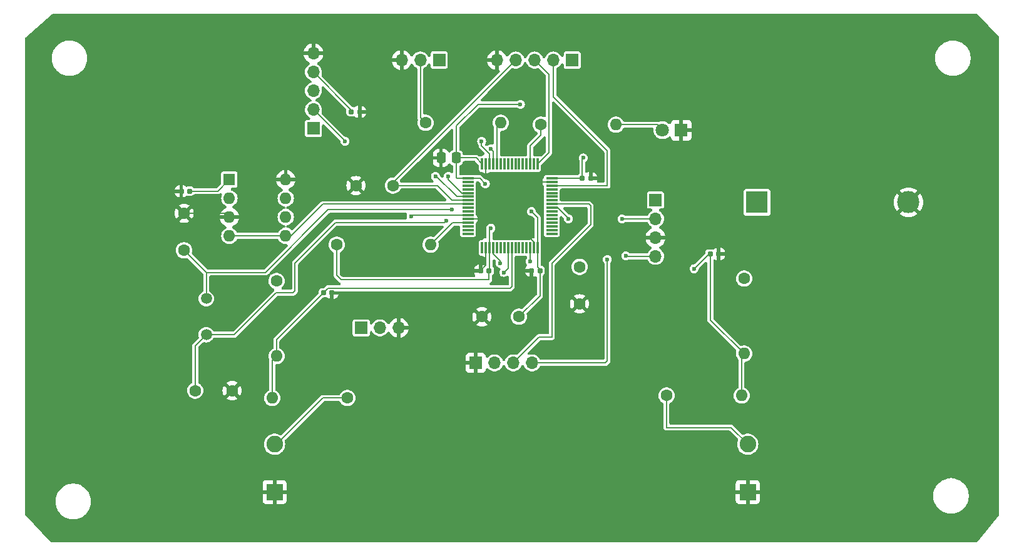
<source format=gtl>
G04 #@! TF.GenerationSoftware,KiCad,Pcbnew,8.0.8*
G04 #@! TF.CreationDate,2025-02-09T14:04:56-05:00*
G04 #@! TF.ProjectId,AetherX_KiCad,41657468-6572-4585-9f4b-694361642e6b,rev?*
G04 #@! TF.SameCoordinates,Original*
G04 #@! TF.FileFunction,Copper,L1,Top*
G04 #@! TF.FilePolarity,Positive*
%FSLAX46Y46*%
G04 Gerber Fmt 4.6, Leading zero omitted, Abs format (unit mm)*
G04 Created by KiCad (PCBNEW 8.0.8) date 2025-02-09 14:04:56*
%MOMM*%
%LPD*%
G01*
G04 APERTURE LIST*
G04 Aperture macros list*
%AMRoundRect*
0 Rectangle with rounded corners*
0 $1 Rounding radius*
0 $2 $3 $4 $5 $6 $7 $8 $9 X,Y pos of 4 corners*
0 Add a 4 corners polygon primitive as box body*
4,1,4,$2,$3,$4,$5,$6,$7,$8,$9,$2,$3,0*
0 Add four circle primitives for the rounded corners*
1,1,$1+$1,$2,$3*
1,1,$1+$1,$4,$5*
1,1,$1+$1,$6,$7*
1,1,$1+$1,$8,$9*
0 Add four rect primitives between the rounded corners*
20,1,$1+$1,$2,$3,$4,$5,0*
20,1,$1+$1,$4,$5,$6,$7,0*
20,1,$1+$1,$6,$7,$8,$9,0*
20,1,$1+$1,$8,$9,$2,$3,0*%
G04 Aperture macros list end*
G04 #@! TA.AperFunction,SMDPad,CuDef*
%ADD10RoundRect,0.155000X-0.212500X-0.155000X0.212500X-0.155000X0.212500X0.155000X-0.212500X0.155000X0*%
G04 #@! TD*
G04 #@! TA.AperFunction,ComponentPad*
%ADD11R,1.600000X1.600000*%
G04 #@! TD*
G04 #@! TA.AperFunction,ComponentPad*
%ADD12O,1.600000X1.600000*%
G04 #@! TD*
G04 #@! TA.AperFunction,ComponentPad*
%ADD13C,1.600000*%
G04 #@! TD*
G04 #@! TA.AperFunction,SMDPad,CuDef*
%ADD14RoundRect,0.155000X0.212500X0.155000X-0.212500X0.155000X-0.212500X-0.155000X0.212500X-0.155000X0*%
G04 #@! TD*
G04 #@! TA.AperFunction,SMDPad,CuDef*
%ADD15RoundRect,0.075000X-0.700000X-0.075000X0.700000X-0.075000X0.700000X0.075000X-0.700000X0.075000X0*%
G04 #@! TD*
G04 #@! TA.AperFunction,SMDPad,CuDef*
%ADD16RoundRect,0.075000X-0.075000X-0.700000X0.075000X-0.700000X0.075000X0.700000X-0.075000X0.700000X0*%
G04 #@! TD*
G04 #@! TA.AperFunction,ComponentPad*
%ADD17C,1.500000*%
G04 #@! TD*
G04 #@! TA.AperFunction,ComponentPad*
%ADD18R,1.700000X1.700000*%
G04 #@! TD*
G04 #@! TA.AperFunction,ComponentPad*
%ADD19O,1.700000X1.700000*%
G04 #@! TD*
G04 #@! TA.AperFunction,SMDPad,CuDef*
%ADD20RoundRect,0.250000X0.337500X0.475000X-0.337500X0.475000X-0.337500X-0.475000X0.337500X-0.475000X0*%
G04 #@! TD*
G04 #@! TA.AperFunction,ComponentPad*
%ADD21R,2.250000X2.250000*%
G04 #@! TD*
G04 #@! TA.AperFunction,ComponentPad*
%ADD22C,2.250000*%
G04 #@! TD*
G04 #@! TA.AperFunction,ComponentPad*
%ADD23R,1.800000X1.800000*%
G04 #@! TD*
G04 #@! TA.AperFunction,ComponentPad*
%ADD24C,1.800000*%
G04 #@! TD*
G04 #@! TA.AperFunction,ComponentPad*
%ADD25R,3.000000X3.000000*%
G04 #@! TD*
G04 #@! TA.AperFunction,ComponentPad*
%ADD26C,3.000000*%
G04 #@! TD*
G04 #@! TA.AperFunction,ViaPad*
%ADD27C,0.600000*%
G04 #@! TD*
G04 #@! TA.AperFunction,Conductor*
%ADD28C,0.200000*%
G04 #@! TD*
G04 APERTURE END LIST*
D10*
X136365000Y-101000000D03*
X137500000Y-101000000D03*
D11*
X123630000Y-85670000D03*
D12*
X123630000Y-88210000D03*
X123630000Y-90750000D03*
X123630000Y-93290000D03*
X131250000Y-93290000D03*
X131250000Y-90750000D03*
X131250000Y-88210000D03*
X131250000Y-85670000D03*
D13*
X165750000Y-78250000D03*
D12*
X175910000Y-78250000D03*
D14*
X165635000Y-98000000D03*
X164500000Y-98000000D03*
D15*
X155900000Y-85500000D03*
X155900000Y-86000000D03*
X155900000Y-86500000D03*
X155900000Y-87000000D03*
X155900000Y-87500000D03*
X155900000Y-88000000D03*
X155900000Y-88500000D03*
X155900000Y-89000000D03*
X155900000Y-89500000D03*
X155900000Y-90000000D03*
X155900000Y-90500000D03*
X155900000Y-91000000D03*
X155900000Y-91500000D03*
X155900000Y-92000000D03*
X155900000Y-92500000D03*
X155900000Y-93000000D03*
D16*
X157825000Y-94925000D03*
X158325000Y-94925000D03*
X158825000Y-94925000D03*
X159325000Y-94925000D03*
X159825000Y-94925000D03*
X160325000Y-94925000D03*
X160825000Y-94925000D03*
X161325000Y-94925000D03*
X161825000Y-94925000D03*
X162325000Y-94925000D03*
X162825000Y-94925000D03*
X163325000Y-94925000D03*
X163825000Y-94925000D03*
X164325000Y-94925000D03*
X164825000Y-94925000D03*
X165325000Y-94925000D03*
D15*
X167250000Y-93000000D03*
X167250000Y-92500000D03*
X167250000Y-92000000D03*
X167250000Y-91500000D03*
X167250000Y-91000000D03*
X167250000Y-90500000D03*
X167250000Y-90000000D03*
X167250000Y-89500000D03*
X167250000Y-89000000D03*
X167250000Y-88500000D03*
X167250000Y-88000000D03*
X167250000Y-87500000D03*
X167250000Y-87000000D03*
X167250000Y-86500000D03*
X167250000Y-86000000D03*
X167250000Y-85500000D03*
D16*
X165325000Y-83575000D03*
X164825000Y-83575000D03*
X164325000Y-83575000D03*
X163825000Y-83575000D03*
X163325000Y-83575000D03*
X162825000Y-83575000D03*
X162325000Y-83575000D03*
X161825000Y-83575000D03*
X161325000Y-83575000D03*
X160825000Y-83575000D03*
X160325000Y-83575000D03*
X159825000Y-83575000D03*
X159325000Y-83575000D03*
X158825000Y-83575000D03*
X158325000Y-83575000D03*
X157825000Y-83575000D03*
D13*
X182750000Y-114920000D03*
D12*
X192910000Y-114920000D03*
D14*
X158750000Y-98000000D03*
X157615000Y-98000000D03*
X118250000Y-87250000D03*
X117115000Y-87250000D03*
D13*
X139580000Y-115250000D03*
D12*
X129420000Y-115250000D03*
D17*
X120500000Y-101800000D03*
X120500000Y-106680000D03*
D18*
X181275000Y-88450000D03*
D19*
X181275000Y-90990000D03*
X181275000Y-93530000D03*
X181275000Y-96070000D03*
D20*
X154325000Y-82750000D03*
X152250000Y-82750000D03*
D13*
X117500000Y-95250000D03*
X117500000Y-90250000D03*
D18*
X152000000Y-69500000D03*
D19*
X149460000Y-69500000D03*
X146920000Y-69500000D03*
D13*
X138150000Y-94500000D03*
D12*
X150850000Y-94500000D03*
D13*
X140750000Y-86500000D03*
X145750000Y-86500000D03*
D10*
X171365000Y-85500000D03*
X172500000Y-85500000D03*
D18*
X170000000Y-69500000D03*
D19*
X167460000Y-69500000D03*
X164920000Y-69500000D03*
X162380000Y-69500000D03*
X159840000Y-69500000D03*
D13*
X162790000Y-104250000D03*
X157790000Y-104250000D03*
D21*
X129750000Y-128000000D03*
D22*
X129750000Y-121500000D03*
D13*
X193250000Y-99090000D03*
D12*
X193250000Y-109250000D03*
D21*
X193750000Y-128000000D03*
D22*
X193750000Y-121500000D03*
D13*
X150170000Y-78000000D03*
D12*
X160330000Y-78000000D03*
D18*
X135000000Y-78750000D03*
D19*
X135000000Y-76210000D03*
X135000000Y-73670000D03*
X135000000Y-71130000D03*
X135000000Y-68590000D03*
D10*
X188682500Y-95750000D03*
X189817500Y-95750000D03*
D23*
X184750000Y-79000000D03*
D24*
X182210000Y-79000000D03*
D18*
X141460000Y-105750000D03*
D19*
X144000000Y-105750000D03*
X146540000Y-105750000D03*
D25*
X195000000Y-88749999D03*
D26*
X215490000Y-88749999D03*
D10*
X140115000Y-76500000D03*
X141250000Y-76500000D03*
D13*
X171000000Y-97500000D03*
X171000000Y-102500000D03*
X130000000Y-99420000D03*
D12*
X130000000Y-109580000D03*
D13*
X119000000Y-114250000D03*
X124000000Y-114250000D03*
D18*
X156950000Y-110500000D03*
D19*
X159490000Y-110500000D03*
X162030000Y-110500000D03*
X164570000Y-110500000D03*
D27*
X165750000Y-81250000D03*
X160000000Y-99250000D03*
X164000000Y-72750000D03*
X158250000Y-86250000D03*
X171500000Y-82750000D03*
X163000000Y-75500000D03*
X164500000Y-90000000D03*
X159000000Y-92250000D03*
X153000000Y-80750000D03*
X161000000Y-87750000D03*
X153750000Y-89750000D03*
X153250000Y-85250000D03*
X151500000Y-85250000D03*
X153000000Y-91250000D03*
X164325000Y-96750000D03*
X186500000Y-97750000D03*
X160750000Y-98250000D03*
X176750000Y-91000000D03*
X157750000Y-80500000D03*
X169500000Y-91000000D03*
X174750000Y-96500000D03*
X159000000Y-81500000D03*
X177250000Y-96000000D03*
X148200000Y-90700000D03*
X139250000Y-80500000D03*
X160250000Y-97000000D03*
D28*
X159325000Y-95732410D02*
X159325000Y-94925000D01*
X160250000Y-97000000D02*
X160250000Y-96657410D01*
X160250000Y-96657410D02*
X159325000Y-95732410D01*
X131250000Y-93290000D02*
X131960000Y-93290000D01*
X131960000Y-93290000D02*
X136250000Y-89000000D01*
X136250000Y-89000000D02*
X155900000Y-89000000D01*
X153750000Y-89750000D02*
X137000000Y-89750000D01*
X137000000Y-89750000D02*
X128500000Y-98250000D01*
X128500000Y-98250000D02*
X120500000Y-98250000D01*
X153250000Y-85250000D02*
X153250000Y-85657410D01*
X155092590Y-87500000D02*
X155900000Y-87500000D01*
X153250000Y-85657410D02*
X155092590Y-87500000D01*
X148200000Y-90700000D02*
X148400000Y-90500000D01*
X148400000Y-90500000D02*
X155900000Y-90500000D01*
X161325000Y-97675000D02*
X161325000Y-94925000D01*
X160750000Y-98250000D02*
X161325000Y-97675000D01*
X165635000Y-98000000D02*
X165635000Y-97865000D01*
X165635000Y-101405000D02*
X162790000Y-104250000D01*
X165325000Y-97555000D02*
X165325000Y-94925000D01*
X154400000Y-85500000D02*
X154325000Y-85425000D01*
X140115000Y-76245000D02*
X135000000Y-71130000D01*
X138150000Y-94500000D02*
X138150000Y-98650000D01*
X171365000Y-82885000D02*
X171500000Y-82750000D01*
X158750000Y-98000000D02*
X158825000Y-97925000D01*
X158825000Y-92425000D02*
X159000000Y-92250000D01*
X157000000Y-82750000D02*
X157825000Y-83575000D01*
X154325000Y-78425000D02*
X157250000Y-75500000D01*
X138750000Y-99250000D02*
X158750000Y-99250000D01*
X118250000Y-87250000D02*
X122050000Y-87250000D01*
X165635000Y-98000000D02*
X165635000Y-101405000D01*
X167250000Y-85500000D02*
X171365000Y-85500000D01*
X155900000Y-85500000D02*
X154400000Y-85500000D01*
X171365000Y-85500000D02*
X171365000Y-82885000D01*
X122050000Y-87250000D02*
X123630000Y-85670000D01*
X138150000Y-98650000D02*
X138750000Y-99250000D01*
X165325000Y-90825000D02*
X164500000Y-90000000D01*
X165325000Y-94925000D02*
X165325000Y-90825000D01*
X140115000Y-76500000D02*
X140115000Y-76245000D01*
X158750000Y-99250000D02*
X158750000Y-98000000D01*
X158825000Y-97925000D02*
X158825000Y-94925000D01*
X157500000Y-85500000D02*
X155900000Y-85500000D01*
X154325000Y-82750000D02*
X157000000Y-82750000D01*
X154325000Y-85425000D02*
X154325000Y-82750000D01*
X165635000Y-97865000D02*
X165325000Y-97555000D01*
X157250000Y-75500000D02*
X163000000Y-75500000D01*
X158250000Y-86250000D02*
X157500000Y-85500000D01*
X154325000Y-82750000D02*
X154325000Y-78425000D01*
X158825000Y-94925000D02*
X158825000Y-92425000D01*
X157750000Y-91000000D02*
X161000000Y-87750000D01*
X123130000Y-90250000D02*
X123630000Y-90750000D01*
X158325000Y-97290000D02*
X157615000Y-98000000D01*
X167250000Y-86000000D02*
X162750000Y-86000000D01*
X164825000Y-94925000D02*
X164825000Y-94117590D01*
X158325000Y-85075000D02*
X161000000Y-87750000D01*
X117115000Y-89865000D02*
X117500000Y-90250000D01*
X152250000Y-82750000D02*
X152250000Y-81500000D01*
X155900000Y-91000000D02*
X157750000Y-91000000D01*
X117500000Y-90250000D02*
X123130000Y-90250000D01*
X131250000Y-85670000D02*
X139920000Y-85670000D01*
X162750000Y-86000000D02*
X161000000Y-87750000D01*
X161000000Y-90292590D02*
X161000000Y-87750000D01*
X158325000Y-83575000D02*
X158325000Y-85075000D01*
X164825000Y-94117590D02*
X161000000Y-90292590D01*
X139920000Y-85670000D02*
X140750000Y-86500000D01*
X158325000Y-94925000D02*
X158325000Y-97290000D01*
X152250000Y-81500000D02*
X153000000Y-80750000D01*
X145750000Y-86130000D02*
X145750000Y-86500000D01*
X151750000Y-86500000D02*
X153750000Y-88500000D01*
X162380000Y-69500000D02*
X145750000Y-86130000D01*
X153750000Y-88500000D02*
X155900000Y-88500000D01*
X145750000Y-86500000D02*
X151750000Y-86500000D01*
X120500000Y-101800000D02*
X120500000Y-98250000D01*
X120500000Y-98250000D02*
X117500000Y-95250000D01*
X152750000Y-91500000D02*
X153000000Y-91250000D01*
X124295635Y-106680000D02*
X129975635Y-101000000D01*
X119000000Y-114250000D02*
X119000000Y-108180000D01*
X132500000Y-97000000D02*
X138000000Y-91500000D01*
X155900000Y-88000000D02*
X154401471Y-88000000D01*
X132500000Y-100750000D02*
X132500000Y-97000000D01*
X151651471Y-85250000D02*
X151500000Y-85250000D01*
X138000000Y-91500000D02*
X152750000Y-91500000D01*
X119000000Y-108180000D02*
X120500000Y-106680000D01*
X129975635Y-101000000D02*
X132250000Y-101000000D01*
X120500000Y-106680000D02*
X124295635Y-106680000D01*
X154401471Y-88000000D02*
X151651471Y-85250000D01*
X132250000Y-101000000D02*
X132500000Y-100750000D01*
X164325000Y-96750000D02*
X164325000Y-94925000D01*
X188682500Y-95750000D02*
X188682500Y-104682500D01*
X192910000Y-114920000D02*
X192910000Y-109590000D01*
X188682500Y-104682500D02*
X193250000Y-109250000D01*
X192910000Y-109590000D02*
X193250000Y-109250000D01*
X188682500Y-95750000D02*
X188500000Y-95750000D01*
X188500000Y-95750000D02*
X186500000Y-97750000D01*
X161610000Y-100390000D02*
X161825000Y-100175000D01*
X136975000Y-100390000D02*
X161610000Y-100390000D01*
X130000000Y-107365000D02*
X136365000Y-101000000D01*
X130000000Y-109580000D02*
X130000000Y-107365000D01*
X129420000Y-110160000D02*
X130000000Y-109580000D01*
X136365000Y-101000000D02*
X136975000Y-100390000D01*
X161825000Y-100175000D02*
X161825000Y-94925000D01*
X129420000Y-115250000D02*
X129420000Y-110160000D01*
X181460000Y-78250000D02*
X182210000Y-79000000D01*
X175910000Y-78250000D02*
X181460000Y-78250000D01*
X153850000Y-91500000D02*
X150850000Y-94500000D01*
X155900000Y-91500000D02*
X153850000Y-91500000D01*
X164920000Y-69500000D02*
X166850000Y-71430000D01*
X166850000Y-71430000D02*
X166850000Y-82050000D01*
X166850000Y-82050000D02*
X165325000Y-83575000D01*
X167460000Y-74460000D02*
X174750000Y-81750000D01*
X174750000Y-81750000D02*
X174750000Y-86500000D01*
X167460000Y-69500000D02*
X167460000Y-74460000D01*
X174750000Y-86500000D02*
X167250000Y-86500000D01*
X159825000Y-78505000D02*
X160330000Y-78000000D01*
X159825000Y-83575000D02*
X159825000Y-78505000D01*
X182750000Y-114920000D02*
X182750000Y-119250000D01*
X191500000Y-119250000D02*
X193750000Y-121500000D01*
X182750000Y-119250000D02*
X191500000Y-119250000D01*
X130000000Y-121500000D02*
X136250000Y-115250000D01*
X136250000Y-115250000D02*
X139580000Y-115250000D01*
X129750000Y-121500000D02*
X130000000Y-121500000D01*
X181275000Y-90990000D02*
X176760000Y-90990000D01*
X157750000Y-81098529D02*
X157750000Y-80500000D01*
X176760000Y-90990000D02*
X176750000Y-91000000D01*
X158825000Y-83575000D02*
X158825000Y-82173529D01*
X158825000Y-82173529D02*
X157750000Y-81098529D01*
X123630000Y-93290000D02*
X131250000Y-93290000D01*
X174750000Y-110250000D02*
X174500000Y-110500000D01*
X167250000Y-89500000D02*
X168057410Y-89500000D01*
X168057410Y-89500000D02*
X169500000Y-90942590D01*
X169500000Y-90942590D02*
X169500000Y-91000000D01*
X174750000Y-96500000D02*
X174750000Y-110250000D01*
X174500000Y-110500000D02*
X164570000Y-110500000D01*
X165530000Y-107000000D02*
X162030000Y-110500000D01*
X172500000Y-89250000D02*
X172500000Y-91750000D01*
X172250000Y-89000000D02*
X172500000Y-89250000D01*
X167250000Y-97000000D02*
X167250000Y-107000000D01*
X167250000Y-89000000D02*
X172250000Y-89000000D01*
X167250000Y-107000000D02*
X165530000Y-107000000D01*
X172500000Y-91750000D02*
X167250000Y-97000000D01*
X177320000Y-96070000D02*
X177250000Y-96000000D01*
X181275000Y-96070000D02*
X177320000Y-96070000D01*
X159325000Y-81825000D02*
X159000000Y-81500000D01*
X159325000Y-83575000D02*
X159325000Y-81825000D01*
X139250000Y-80460000D02*
X139250000Y-80500000D01*
X135000000Y-76210000D02*
X139250000Y-80460000D01*
X149460000Y-69500000D02*
X149460000Y-77290000D01*
X149460000Y-77290000D02*
X150170000Y-78000000D01*
X164325000Y-81075000D02*
X165750000Y-79650000D01*
X164325000Y-81075000D02*
X164325000Y-83575000D01*
X165750000Y-79650000D02*
X165750000Y-78250000D01*
G04 #@! TA.AperFunction,Conductor*
G36*
X159548574Y-96524146D02*
G01*
X159565207Y-96539010D01*
X159630825Y-96604628D01*
X159677943Y-96679614D01*
X159687859Y-96767621D01*
X159673963Y-96821492D01*
X159664957Y-96843234D01*
X159664956Y-96843236D01*
X159664956Y-96843238D01*
X159644318Y-97000000D01*
X159664956Y-97156762D01*
X159668738Y-97165892D01*
X159725463Y-97302840D01*
X159725464Y-97302843D01*
X159770982Y-97362162D01*
X159821718Y-97428282D01*
X159876209Y-97470094D01*
X159947156Y-97524535D01*
X159947159Y-97524536D01*
X160093238Y-97585044D01*
X160123970Y-97589090D01*
X160207000Y-97619898D01*
X160268442Y-97683681D01*
X160296125Y-97767807D01*
X160284565Y-97855612D01*
X160255871Y-97907531D01*
X160225465Y-97947156D01*
X160225463Y-97947159D01*
X160164957Y-98093235D01*
X160164956Y-98093237D01*
X160144318Y-98250000D01*
X160164956Y-98406762D01*
X160164957Y-98406764D01*
X160225463Y-98552840D01*
X160225464Y-98552843D01*
X160287396Y-98633552D01*
X160321718Y-98678282D01*
X160376209Y-98720094D01*
X160447156Y-98774535D01*
X160447159Y-98774536D01*
X160593238Y-98835044D01*
X160750000Y-98855682D01*
X160906762Y-98835044D01*
X161052841Y-98774536D01*
X161104355Y-98735007D01*
X161184852Y-98698080D01*
X161273400Y-98699735D01*
X161352461Y-98739646D01*
X161406375Y-98809907D01*
X161424500Y-98892884D01*
X161424500Y-99790500D01*
X161404793Y-99876843D01*
X161349574Y-99946084D01*
X161269782Y-99984511D01*
X161225500Y-99989500D01*
X159012828Y-99989500D01*
X158926485Y-99969793D01*
X158857244Y-99914574D01*
X158818817Y-99834782D01*
X158818817Y-99746218D01*
X158857244Y-99666426D01*
X158913328Y-99618161D01*
X158995910Y-99570482D01*
X158995910Y-99570481D01*
X158995913Y-99570480D01*
X159070480Y-99495913D01*
X159070481Y-99495910D01*
X159070484Y-99495907D01*
X159123205Y-99404590D01*
X159123204Y-99404590D01*
X159123207Y-99404587D01*
X159150500Y-99302727D01*
X159150500Y-98682830D01*
X159170207Y-98596487D01*
X159225426Y-98527246D01*
X159231314Y-98522726D01*
X159288225Y-98480725D01*
X159369763Y-98370245D01*
X159415114Y-98240639D01*
X159418000Y-98209864D01*
X159418000Y-97790136D01*
X159415114Y-97759361D01*
X159369763Y-97629755D01*
X159362489Y-97619898D01*
X159288224Y-97519273D01*
X159283786Y-97514835D01*
X159236667Y-97439847D01*
X159225500Y-97374121D01*
X159225500Y-96679730D01*
X159245207Y-96593387D01*
X159300426Y-96524146D01*
X159380218Y-96485719D01*
X159468782Y-96485719D01*
X159548574Y-96524146D01*
G37*
G04 #@! TD.AperFunction*
G04 #@! TA.AperFunction,Conductor*
G36*
X153831374Y-78833822D02*
G01*
X153893998Y-78896446D01*
X153923249Y-78980039D01*
X153924500Y-79002320D01*
X153924500Y-81572645D01*
X153904793Y-81658988D01*
X153849574Y-81728229D01*
X153798506Y-81757770D01*
X153715161Y-81790637D01*
X153715157Y-81790639D01*
X153694040Y-81806653D01*
X153594578Y-81882078D01*
X153594576Y-81882079D01*
X153594575Y-81882081D01*
X153566985Y-81918463D01*
X153499110Y-81975353D01*
X153413273Y-81997159D01*
X153326476Y-81979562D01*
X153255909Y-81926048D01*
X153239051Y-81902688D01*
X153179822Y-81806663D01*
X153179814Y-81806653D01*
X153055846Y-81682685D01*
X153055842Y-81682682D01*
X152906621Y-81590642D01*
X152740200Y-81535495D01*
X152637470Y-81525000D01*
X152500000Y-81525000D01*
X152500000Y-83974999D01*
X152637477Y-83974999D01*
X152637483Y-83974998D01*
X152740195Y-83964506D01*
X152740196Y-83964506D01*
X152906620Y-83909358D01*
X153055842Y-83817317D01*
X153055846Y-83817314D01*
X153179814Y-83693346D01*
X153179820Y-83693338D01*
X153239050Y-83597312D01*
X153301151Y-83534169D01*
X153384498Y-83504224D01*
X153472584Y-83513408D01*
X153547962Y-83559901D01*
X153566981Y-83581531D01*
X153594578Y-83617922D01*
X153715158Y-83709361D01*
X153715162Y-83709362D01*
X153715165Y-83709364D01*
X153798504Y-83742229D01*
X153871597Y-83792237D01*
X153915754Y-83869007D01*
X153924500Y-83927354D01*
X153924500Y-84607115D01*
X153904793Y-84693458D01*
X153849574Y-84762699D01*
X153769782Y-84801126D01*
X153681218Y-84801126D01*
X153604357Y-84764992D01*
X153552847Y-84725467D01*
X153552840Y-84725463D01*
X153439856Y-84678664D01*
X153406762Y-84664956D01*
X153250000Y-84644318D01*
X153093237Y-84664956D01*
X153093235Y-84664957D01*
X152947159Y-84725463D01*
X152947156Y-84725464D01*
X152821718Y-84821718D01*
X152725464Y-84947156D01*
X152725463Y-84947159D01*
X152664957Y-85093235D01*
X152664954Y-85093244D01*
X152647376Y-85226763D01*
X152616567Y-85309795D01*
X152552783Y-85371236D01*
X152468657Y-85398918D01*
X152380852Y-85387358D01*
X152309365Y-85341501D01*
X152129963Y-85162099D01*
X152086825Y-85097538D01*
X152085043Y-85093237D01*
X152054408Y-85019277D01*
X152024537Y-84947161D01*
X152024535Y-84947156D01*
X151949983Y-84850000D01*
X151928282Y-84821718D01*
X151870346Y-84777262D01*
X151802843Y-84725464D01*
X151802840Y-84725463D01*
X151689856Y-84678664D01*
X151656762Y-84664956D01*
X151500000Y-84644318D01*
X151343237Y-84664956D01*
X151343235Y-84664957D01*
X151197159Y-84725463D01*
X151197156Y-84725464D01*
X151071718Y-84821718D01*
X150975464Y-84947156D01*
X150975463Y-84947159D01*
X150914957Y-85093235D01*
X150914956Y-85093237D01*
X150897783Y-85223678D01*
X150894318Y-85250000D01*
X150914956Y-85406762D01*
X150922541Y-85425074D01*
X150975463Y-85552840D01*
X150975464Y-85552843D01*
X151025477Y-85618020D01*
X151071718Y-85678282D01*
X151129554Y-85722661D01*
X151155569Y-85742623D01*
X151212072Y-85810820D01*
X151233390Y-85896779D01*
X151215301Y-85983476D01*
X151161387Y-86053737D01*
X151082326Y-86093649D01*
X151034425Y-86099500D01*
X146903176Y-86099500D01*
X146816833Y-86079793D01*
X146747592Y-86024574D01*
X146725038Y-85989201D01*
X146699822Y-85938560D01*
X146678977Y-85852485D01*
X146697543Y-85765890D01*
X146737243Y-85709148D01*
X149171409Y-83274983D01*
X151162501Y-83274983D01*
X151172993Y-83377695D01*
X151172993Y-83377696D01*
X151228141Y-83544120D01*
X151320182Y-83693342D01*
X151320185Y-83693346D01*
X151444153Y-83817314D01*
X151444157Y-83817317D01*
X151593378Y-83909357D01*
X151759799Y-83964504D01*
X151862529Y-83974999D01*
X151999999Y-83974998D01*
X152000000Y-83974998D01*
X152000000Y-83000000D01*
X151162501Y-83000000D01*
X151162501Y-83274983D01*
X149171409Y-83274983D01*
X150221363Y-82225029D01*
X151162500Y-82225029D01*
X151162500Y-82500000D01*
X152000000Y-82500000D01*
X152000000Y-81525000D01*
X151999999Y-81524999D01*
X151862533Y-81525000D01*
X151862523Y-81525001D01*
X151759804Y-81535493D01*
X151759803Y-81535493D01*
X151593379Y-81590641D01*
X151444157Y-81682682D01*
X151444153Y-81682685D01*
X151320185Y-81806653D01*
X151320182Y-81806657D01*
X151228142Y-81955878D01*
X151172995Y-82122299D01*
X151162500Y-82225029D01*
X150221363Y-82225029D01*
X153584786Y-78861606D01*
X153659774Y-78814487D01*
X153747781Y-78804571D01*
X153831374Y-78833822D01*
G37*
G04 #@! TD.AperFunction*
G04 #@! TA.AperFunction,Conductor*
G36*
X163745686Y-69793172D02*
G01*
X163811916Y-69851968D01*
X163841401Y-69913195D01*
X163842595Y-69917389D01*
X163937634Y-70108255D01*
X163937635Y-70108256D01*
X163937636Y-70108258D01*
X164066124Y-70278403D01*
X164066129Y-70278408D01*
X164223695Y-70422050D01*
X164223700Y-70422054D01*
X164404978Y-70534297D01*
X164404980Y-70534298D01*
X164603796Y-70611319D01*
X164603798Y-70611320D01*
X164603800Y-70611320D01*
X164603802Y-70611321D01*
X164813390Y-70650500D01*
X164813392Y-70650500D01*
X165026608Y-70650500D01*
X165026610Y-70650500D01*
X165236198Y-70611321D01*
X165280151Y-70594293D01*
X165367779Y-70581480D01*
X165452292Y-70607956D01*
X165492749Y-70639142D01*
X166391214Y-71537607D01*
X166438333Y-71612595D01*
X166449500Y-71678321D01*
X166449500Y-77050286D01*
X166429793Y-77136629D01*
X166374574Y-77205870D01*
X166294782Y-77244297D01*
X166206218Y-77244297D01*
X166178614Y-77235848D01*
X166052465Y-77186978D01*
X166052459Y-77186977D01*
X166052458Y-77186976D01*
X166052456Y-77186976D01*
X165851976Y-77149500D01*
X165648024Y-77149500D01*
X165447544Y-77186976D01*
X165447542Y-77186976D01*
X165447540Y-77186977D01*
X165447538Y-77186977D01*
X165257363Y-77260651D01*
X165257360Y-77260652D01*
X165083962Y-77368016D01*
X165083957Y-77368020D01*
X164933241Y-77505414D01*
X164933233Y-77505424D01*
X164810329Y-77668174D01*
X164724581Y-77840382D01*
X164719418Y-77850750D01*
X164710924Y-77880603D01*
X164679053Y-77992618D01*
X164663603Y-78046917D01*
X164644785Y-78250000D01*
X164663603Y-78453083D01*
X164695296Y-78564472D01*
X164719419Y-78649252D01*
X164810329Y-78831825D01*
X164933233Y-78994575D01*
X164933241Y-78994585D01*
X165067498Y-79116975D01*
X165083959Y-79131981D01*
X165251827Y-79235920D01*
X165314861Y-79298127D01*
X165344663Y-79381526D01*
X165335329Y-79469596D01*
X165288706Y-79544894D01*
X165287780Y-79545826D01*
X164004521Y-80829085D01*
X164004517Y-80829090D01*
X163951792Y-80920412D01*
X163945491Y-80943933D01*
X163945489Y-80943941D01*
X163924500Y-81022272D01*
X163924500Y-82300500D01*
X163904793Y-82386843D01*
X163849574Y-82456084D01*
X163769782Y-82494511D01*
X163725500Y-82499500D01*
X163714364Y-82499500D01*
X163641372Y-82510134D01*
X163633749Y-82512490D01*
X163545437Y-82519152D01*
X163516251Y-82512490D01*
X163508627Y-82510134D01*
X163435636Y-82499500D01*
X163214364Y-82499500D01*
X163141372Y-82510134D01*
X163133749Y-82512490D01*
X163045437Y-82519152D01*
X163016251Y-82512490D01*
X163008627Y-82510134D01*
X162935636Y-82499500D01*
X162714364Y-82499500D01*
X162641372Y-82510134D01*
X162633749Y-82512490D01*
X162545437Y-82519152D01*
X162516251Y-82512490D01*
X162508627Y-82510134D01*
X162435636Y-82499500D01*
X162214364Y-82499500D01*
X162141372Y-82510134D01*
X162133749Y-82512490D01*
X162045437Y-82519152D01*
X162016251Y-82512490D01*
X162008627Y-82510134D01*
X161935636Y-82499500D01*
X161714364Y-82499500D01*
X161641372Y-82510134D01*
X161633749Y-82512490D01*
X161545437Y-82519152D01*
X161516251Y-82512490D01*
X161508627Y-82510134D01*
X161435636Y-82499500D01*
X161214364Y-82499500D01*
X161141372Y-82510134D01*
X161133749Y-82512490D01*
X161045437Y-82519152D01*
X161016251Y-82512490D01*
X161008627Y-82510134D01*
X160935636Y-82499500D01*
X160714364Y-82499500D01*
X160641372Y-82510134D01*
X160633749Y-82512490D01*
X160545437Y-82519152D01*
X160516251Y-82512490D01*
X160508627Y-82510134D01*
X160435636Y-82499500D01*
X160424500Y-82499500D01*
X160338157Y-82479793D01*
X160268916Y-82424574D01*
X160230489Y-82344782D01*
X160225500Y-82300500D01*
X160225500Y-79299500D01*
X160245207Y-79213157D01*
X160300426Y-79143916D01*
X160380218Y-79105489D01*
X160424500Y-79100500D01*
X160431972Y-79100500D01*
X160431976Y-79100500D01*
X160632456Y-79063024D01*
X160822637Y-78989348D01*
X160996041Y-78881981D01*
X161109594Y-78778464D01*
X161146758Y-78744585D01*
X161146759Y-78744583D01*
X161146764Y-78744579D01*
X161269673Y-78581821D01*
X161360582Y-78399250D01*
X161416397Y-78203083D01*
X161435215Y-78000000D01*
X161416397Y-77796917D01*
X161360582Y-77600750D01*
X161269673Y-77418179D01*
X161269671Y-77418177D01*
X161269670Y-77418174D01*
X161150714Y-77260652D01*
X161146764Y-77255421D01*
X161146762Y-77255419D01*
X161146758Y-77255414D01*
X160996042Y-77118020D01*
X160996037Y-77118016D01*
X160822639Y-77010652D01*
X160822636Y-77010651D01*
X160632460Y-76936977D01*
X160632457Y-76936976D01*
X160632456Y-76936976D01*
X160431976Y-76899500D01*
X160228024Y-76899500D01*
X160027544Y-76936976D01*
X160027542Y-76936976D01*
X160027540Y-76936977D01*
X160027538Y-76936977D01*
X159837363Y-77010651D01*
X159837360Y-77010652D01*
X159663962Y-77118016D01*
X159663957Y-77118020D01*
X159513241Y-77255414D01*
X159513233Y-77255424D01*
X159390329Y-77418174D01*
X159299419Y-77600747D01*
X159243603Y-77796916D01*
X159243603Y-77796917D01*
X159235849Y-77880603D01*
X159224785Y-78000000D01*
X159243603Y-78203083D01*
X159289761Y-78365311D01*
X159299419Y-78399253D01*
X159299420Y-78399255D01*
X159390327Y-78581822D01*
X159394691Y-78588870D01*
X159423391Y-78672654D01*
X159424500Y-78693633D01*
X159424500Y-80728032D01*
X159404793Y-80814375D01*
X159349574Y-80883616D01*
X159269782Y-80922043D01*
X159181218Y-80922043D01*
X159169375Y-80918269D01*
X159169359Y-80918332D01*
X159156762Y-80914956D01*
X159000000Y-80894318D01*
X158843237Y-80914956D01*
X158843235Y-80914957D01*
X158697159Y-80975463D01*
X158697156Y-80975464D01*
X158571716Y-81071719D01*
X158571364Y-81072072D01*
X158570774Y-81072442D01*
X158561371Y-81079658D01*
X158560694Y-81078776D01*
X158496376Y-81119191D01*
X158408369Y-81129107D01*
X158324776Y-81099856D01*
X158289936Y-81072072D01*
X158287732Y-81069868D01*
X158240613Y-80994880D01*
X158230697Y-80906873D01*
X158259948Y-80823280D01*
X158270576Y-80808002D01*
X158274535Y-80802843D01*
X158274536Y-80802840D01*
X158335044Y-80656762D01*
X158355682Y-80500000D01*
X158335044Y-80343238D01*
X158274536Y-80197159D01*
X158274535Y-80197156D01*
X158220094Y-80126209D01*
X158178282Y-80071718D01*
X158136468Y-80039633D01*
X158052843Y-79975464D01*
X158052840Y-79975463D01*
X157906764Y-79914957D01*
X157906762Y-79914956D01*
X157750000Y-79894318D01*
X157593237Y-79914956D01*
X157593235Y-79914957D01*
X157447159Y-79975463D01*
X157447156Y-79975464D01*
X157321718Y-80071718D01*
X157225464Y-80197156D01*
X157225463Y-80197159D01*
X157164957Y-80343235D01*
X157164956Y-80343237D01*
X157144318Y-80500000D01*
X157164956Y-80656762D01*
X157164957Y-80656764D01*
X157225463Y-80802840D01*
X157225465Y-80802843D01*
X157308377Y-80910896D01*
X157345305Y-80991394D01*
X157349500Y-81032040D01*
X157349500Y-81151255D01*
X157376793Y-81253118D01*
X157429518Y-81344439D01*
X157429526Y-81344449D01*
X158101421Y-82016342D01*
X158148540Y-82091330D01*
X158158456Y-82179337D01*
X158129205Y-82262930D01*
X158066582Y-82325554D01*
X158036862Y-82340907D01*
X157960023Y-82372735D01*
X157960022Y-82372735D01*
X157848413Y-82458377D01*
X157767916Y-82495305D01*
X157727269Y-82499500D01*
X157714363Y-82499500D01*
X157641376Y-82510133D01*
X157641374Y-82510133D01*
X157557551Y-82551112D01*
X157471325Y-82571328D01*
X157384868Y-82552130D01*
X157329438Y-82513045D01*
X157245912Y-82429519D01*
X157154589Y-82376793D01*
X157103657Y-82363146D01*
X157052727Y-82349500D01*
X157052726Y-82349500D01*
X155403655Y-82349500D01*
X155317312Y-82329793D01*
X155248071Y-82274574D01*
X155209644Y-82194782D01*
X155206075Y-82174227D01*
X155204289Y-82159359D01*
X155202377Y-82143436D01*
X155181829Y-82091330D01*
X155146864Y-82002665D01*
X155146862Y-82002662D01*
X155146861Y-82002658D01*
X155055422Y-81882078D01*
X154934842Y-81790639D01*
X154934838Y-81790637D01*
X154851494Y-81757770D01*
X154778402Y-81707761D01*
X154734245Y-81630990D01*
X154725500Y-81572645D01*
X154725500Y-78673320D01*
X154745207Y-78586977D01*
X154783786Y-78532606D01*
X157357606Y-75958786D01*
X157432594Y-75911667D01*
X157498320Y-75900500D01*
X162467961Y-75900500D01*
X162554304Y-75920207D01*
X162589101Y-75941621D01*
X162611472Y-75958786D01*
X162697156Y-76024535D01*
X162697159Y-76024536D01*
X162843238Y-76085044D01*
X163000000Y-76105682D01*
X163156762Y-76085044D01*
X163302841Y-76024536D01*
X163302841Y-76024535D01*
X163302843Y-76024535D01*
X163337829Y-75997689D01*
X163428282Y-75928282D01*
X163502179Y-75831976D01*
X163524535Y-75802843D01*
X163524536Y-75802840D01*
X163528773Y-75792611D01*
X163585044Y-75656762D01*
X163605682Y-75500000D01*
X163585044Y-75343238D01*
X163524536Y-75197159D01*
X163524535Y-75197156D01*
X163452523Y-75103310D01*
X163428282Y-75071718D01*
X163366843Y-75024574D01*
X163302843Y-74975464D01*
X163302840Y-74975463D01*
X163156764Y-74914957D01*
X163156762Y-74914956D01*
X163000000Y-74894318D01*
X162843237Y-74914956D01*
X162843235Y-74914957D01*
X162697159Y-74975463D01*
X162697156Y-74975464D01*
X162633157Y-75024574D01*
X162589103Y-75058377D01*
X162508608Y-75095305D01*
X162467961Y-75099500D01*
X157827320Y-75099500D01*
X157740977Y-75079793D01*
X157671736Y-75024574D01*
X157633309Y-74944782D01*
X157633309Y-74856218D01*
X157671736Y-74776426D01*
X157686606Y-74759786D01*
X158564083Y-73882309D01*
X161807250Y-70639140D01*
X161882236Y-70592023D01*
X161970243Y-70582107D01*
X162019849Y-70594294D01*
X162063796Y-70611319D01*
X162063798Y-70611320D01*
X162063800Y-70611320D01*
X162063802Y-70611321D01*
X162273390Y-70650500D01*
X162273392Y-70650500D01*
X162486608Y-70650500D01*
X162486610Y-70650500D01*
X162696198Y-70611321D01*
X162895019Y-70534298D01*
X162913646Y-70522765D01*
X163076299Y-70422054D01*
X163076299Y-70422053D01*
X163076302Y-70422052D01*
X163233872Y-70278407D01*
X163362366Y-70108255D01*
X163457405Y-69917389D01*
X163458597Y-69913196D01*
X163460065Y-69910520D01*
X163460724Y-69908820D01*
X163460949Y-69908907D01*
X163501181Y-69835545D01*
X163573241Y-69784058D01*
X163660503Y-69768935D01*
X163745686Y-69793172D01*
G37*
G04 #@! TD.AperFunction*
G04 #@! TA.AperFunction,Conductor*
G36*
X166309152Y-79791948D02*
G01*
X166385851Y-79836227D01*
X166435742Y-79909401D01*
X166449500Y-79982108D01*
X166449500Y-81801679D01*
X166429793Y-81888022D01*
X166391214Y-81942393D01*
X165820561Y-82513045D01*
X165745572Y-82560164D01*
X165657566Y-82570080D01*
X165592448Y-82551111D01*
X165508630Y-82510135D01*
X165508623Y-82510133D01*
X165435637Y-82499500D01*
X165435636Y-82499500D01*
X165214364Y-82499500D01*
X165141372Y-82510134D01*
X165133749Y-82512490D01*
X165045437Y-82519152D01*
X165016251Y-82512490D01*
X165008627Y-82510134D01*
X164935636Y-82499500D01*
X164924500Y-82499500D01*
X164838157Y-82479793D01*
X164768916Y-82424574D01*
X164730489Y-82344782D01*
X164725500Y-82300500D01*
X164725500Y-81323321D01*
X164745207Y-81236978D01*
X164783786Y-81182607D01*
X165309631Y-80656762D01*
X166070480Y-79895913D01*
X166078161Y-79882608D01*
X166138395Y-79817689D01*
X166220836Y-79785331D01*
X166309152Y-79791948D01*
G37*
G04 #@! TD.AperFunction*
G04 #@! TA.AperFunction,Conductor*
G36*
X224781312Y-63270207D02*
G01*
X224840794Y-63314089D01*
X227696327Y-66389277D01*
X227740637Y-66465957D01*
X227749500Y-66524686D01*
X227749500Y-131001648D01*
X227729793Y-131087991D01*
X227704947Y-131127136D01*
X224821505Y-134675988D01*
X224751762Y-134730573D01*
X224667058Y-134749500D01*
X99553046Y-134749500D01*
X99466703Y-134729793D01*
X99407868Y-134686604D01*
X96054322Y-131109488D01*
X96009646Y-131033019D01*
X96000500Y-130973384D01*
X96000500Y-129115191D01*
X100099500Y-129115191D01*
X100099500Y-129384808D01*
X100129687Y-129652726D01*
X100189685Y-129915596D01*
X100278727Y-130170063D01*
X100278733Y-130170079D01*
X100395716Y-130412997D01*
X100515910Y-130604284D01*
X100539165Y-130641293D01*
X100539174Y-130641306D01*
X100707258Y-130852076D01*
X100707266Y-130852085D01*
X100897914Y-131042733D01*
X100897923Y-131042741D01*
X101108693Y-131210825D01*
X101108705Y-131210833D01*
X101108711Y-131210838D01*
X101337003Y-131354284D01*
X101579921Y-131471267D01*
X101834409Y-131560316D01*
X102097268Y-131620312D01*
X102365191Y-131650500D01*
X102365192Y-131650500D01*
X102634808Y-131650500D01*
X102634809Y-131650500D01*
X102902732Y-131620312D01*
X103165591Y-131560316D01*
X103420079Y-131471267D01*
X103662997Y-131354284D01*
X103891289Y-131210838D01*
X103891300Y-131210828D01*
X103891306Y-131210825D01*
X104102076Y-131042741D01*
X104102085Y-131042734D01*
X104292734Y-130852085D01*
X104397058Y-130721267D01*
X104460825Y-130641306D01*
X104460828Y-130641300D01*
X104460838Y-130641289D01*
X104604284Y-130412997D01*
X104721267Y-130170079D01*
X104810316Y-129915591D01*
X104870312Y-129652732D01*
X104900500Y-129384809D01*
X104900500Y-129115191D01*
X104870312Y-128847268D01*
X104810316Y-128584409D01*
X104721267Y-128329921D01*
X104604284Y-128087003D01*
X104460838Y-127858711D01*
X104460833Y-127858705D01*
X104460825Y-127858693D01*
X104292741Y-127647923D01*
X104292733Y-127647914D01*
X104102085Y-127457266D01*
X104102076Y-127457258D01*
X103891306Y-127289174D01*
X103891293Y-127289165D01*
X103891291Y-127289164D01*
X103891289Y-127289162D01*
X103662997Y-127145716D01*
X103420079Y-127028733D01*
X103420073Y-127028731D01*
X103420063Y-127028727D01*
X103165595Y-126939685D01*
X103165596Y-126939685D01*
X103092904Y-126923093D01*
X102902732Y-126879688D01*
X102902728Y-126879687D01*
X102902726Y-126879687D01*
X102703945Y-126857289D01*
X102634809Y-126849500D01*
X102365191Y-126849500D01*
X102310235Y-126855692D01*
X102097273Y-126879687D01*
X102097269Y-126879687D01*
X102097268Y-126879688D01*
X102024581Y-126896278D01*
X101834403Y-126939685D01*
X101579936Y-127028727D01*
X101579918Y-127028734D01*
X101336997Y-127145719D01*
X101108706Y-127289165D01*
X101108693Y-127289174D01*
X100897923Y-127457258D01*
X100897914Y-127457266D01*
X100707266Y-127647914D01*
X100707258Y-127647923D01*
X100539174Y-127858693D01*
X100539165Y-127858706D01*
X100395719Y-128086997D01*
X100278734Y-128329918D01*
X100278727Y-128329936D01*
X100189685Y-128584403D01*
X100129687Y-128847273D01*
X100099500Y-129115191D01*
X96000500Y-129115191D01*
X96000500Y-126827177D01*
X128125000Y-126827177D01*
X128125000Y-127750000D01*
X129149999Y-127750000D01*
X129124979Y-127810402D01*
X129100000Y-127935981D01*
X129100000Y-128064019D01*
X129124979Y-128189598D01*
X129149999Y-128250000D01*
X128125000Y-128250000D01*
X128125000Y-129172822D01*
X128131401Y-129232372D01*
X128131403Y-129232381D01*
X128181646Y-129367087D01*
X128181647Y-129367090D01*
X128267810Y-129482189D01*
X128382909Y-129568352D01*
X128382912Y-129568353D01*
X128517618Y-129618596D01*
X128517627Y-129618598D01*
X128577177Y-129625000D01*
X129500000Y-129625000D01*
X129500000Y-128600001D01*
X129560402Y-128625021D01*
X129685981Y-128650000D01*
X129814019Y-128650000D01*
X129939598Y-128625021D01*
X130000000Y-128600001D01*
X130000000Y-129625000D01*
X130922823Y-129625000D01*
X130982372Y-129618598D01*
X130982381Y-129618596D01*
X131117087Y-129568353D01*
X131117090Y-129568352D01*
X131232189Y-129482189D01*
X131318352Y-129367090D01*
X131318353Y-129367087D01*
X131368596Y-129232381D01*
X131368598Y-129232372D01*
X131375000Y-129172822D01*
X131375000Y-128250000D01*
X130350001Y-128250000D01*
X130375021Y-128189598D01*
X130400000Y-128064019D01*
X130400000Y-127935981D01*
X130375021Y-127810402D01*
X130350001Y-127750000D01*
X131375000Y-127750000D01*
X131375000Y-126827177D01*
X192125000Y-126827177D01*
X192125000Y-127750000D01*
X193149999Y-127750000D01*
X193124979Y-127810402D01*
X193100000Y-127935981D01*
X193100000Y-128064019D01*
X193124979Y-128189598D01*
X193149999Y-128250000D01*
X192125000Y-128250000D01*
X192125000Y-129172822D01*
X192131401Y-129232372D01*
X192131403Y-129232381D01*
X192181646Y-129367087D01*
X192181647Y-129367090D01*
X192267810Y-129482189D01*
X192382909Y-129568352D01*
X192382912Y-129568353D01*
X192517618Y-129618596D01*
X192517627Y-129618598D01*
X192577177Y-129625000D01*
X193500000Y-129625000D01*
X193500000Y-128600001D01*
X193560402Y-128625021D01*
X193685981Y-128650000D01*
X193814019Y-128650000D01*
X193939598Y-128625021D01*
X194000000Y-128600001D01*
X194000000Y-129625000D01*
X194922823Y-129625000D01*
X194982372Y-129618598D01*
X194982381Y-129618596D01*
X195117087Y-129568353D01*
X195117090Y-129568352D01*
X195232189Y-129482189D01*
X195318352Y-129367090D01*
X195318353Y-129367087D01*
X195368596Y-129232381D01*
X195368598Y-129232372D01*
X195375000Y-129172822D01*
X195375000Y-128365191D01*
X218849500Y-128365191D01*
X218849500Y-128634808D01*
X218879687Y-128902726D01*
X218939685Y-129165596D01*
X219028727Y-129420063D01*
X219028733Y-129420079D01*
X219145716Y-129662997D01*
X219145718Y-129663001D01*
X219145719Y-129663002D01*
X219289165Y-129891293D01*
X219289174Y-129891306D01*
X219457258Y-130102076D01*
X219457266Y-130102085D01*
X219647914Y-130292733D01*
X219647923Y-130292741D01*
X219858693Y-130460825D01*
X219858705Y-130460833D01*
X219858711Y-130460838D01*
X220087003Y-130604284D01*
X220329921Y-130721267D01*
X220584409Y-130810316D01*
X220847268Y-130870312D01*
X221115191Y-130900500D01*
X221115192Y-130900500D01*
X221384808Y-130900500D01*
X221384809Y-130900500D01*
X221652732Y-130870312D01*
X221915591Y-130810316D01*
X222170079Y-130721267D01*
X222412997Y-130604284D01*
X222641289Y-130460838D01*
X222641300Y-130460828D01*
X222641306Y-130460825D01*
X222852076Y-130292741D01*
X222852085Y-130292734D01*
X223042734Y-130102085D01*
X223191458Y-129915591D01*
X223210825Y-129891306D01*
X223210828Y-129891300D01*
X223210838Y-129891289D01*
X223354284Y-129662997D01*
X223471267Y-129420079D01*
X223560316Y-129165591D01*
X223620312Y-128902732D01*
X223650500Y-128634809D01*
X223650500Y-128365191D01*
X223620312Y-128097268D01*
X223560316Y-127834409D01*
X223471267Y-127579921D01*
X223354284Y-127337003D01*
X223210838Y-127108711D01*
X223210833Y-127108705D01*
X223210825Y-127108693D01*
X223042741Y-126897923D01*
X223042733Y-126897914D01*
X222852085Y-126707266D01*
X222852076Y-126707258D01*
X222641306Y-126539174D01*
X222641293Y-126539165D01*
X222641291Y-126539164D01*
X222641289Y-126539162D01*
X222412997Y-126395716D01*
X222170079Y-126278733D01*
X222170073Y-126278731D01*
X222170063Y-126278727D01*
X221915595Y-126189685D01*
X221915596Y-126189685D01*
X221842904Y-126173093D01*
X221652732Y-126129688D01*
X221652728Y-126129687D01*
X221652726Y-126129687D01*
X221453945Y-126107289D01*
X221384809Y-126099500D01*
X221115191Y-126099500D01*
X221060235Y-126105692D01*
X220847273Y-126129687D01*
X220847269Y-126129687D01*
X220847268Y-126129688D01*
X220774581Y-126146278D01*
X220584403Y-126189685D01*
X220329936Y-126278727D01*
X220329918Y-126278734D01*
X220135362Y-126372427D01*
X220116729Y-126381401D01*
X220086997Y-126395719D01*
X219858706Y-126539165D01*
X219858693Y-126539174D01*
X219647923Y-126707258D01*
X219647914Y-126707266D01*
X219457266Y-126897914D01*
X219457258Y-126897923D01*
X219289174Y-127108693D01*
X219289165Y-127108706D01*
X219145719Y-127336997D01*
X219028734Y-127579918D01*
X219028727Y-127579936D01*
X218939685Y-127834403D01*
X218879687Y-128097273D01*
X218849500Y-128365191D01*
X195375000Y-128365191D01*
X195375000Y-128250000D01*
X194350001Y-128250000D01*
X194375021Y-128189598D01*
X194400000Y-128064019D01*
X194400000Y-127935981D01*
X194375021Y-127810402D01*
X194350001Y-127750000D01*
X195375000Y-127750000D01*
X195375000Y-126827177D01*
X195368598Y-126767627D01*
X195368596Y-126767618D01*
X195318353Y-126632912D01*
X195318352Y-126632909D01*
X195232189Y-126517810D01*
X195117090Y-126431647D01*
X195117087Y-126431646D01*
X194982381Y-126381403D01*
X194982372Y-126381401D01*
X194922823Y-126375000D01*
X194000000Y-126375000D01*
X194000000Y-127399998D01*
X193939598Y-127374979D01*
X193814019Y-127350000D01*
X193685981Y-127350000D01*
X193560402Y-127374979D01*
X193500000Y-127399998D01*
X193500000Y-126375000D01*
X192577177Y-126375000D01*
X192517627Y-126381401D01*
X192517618Y-126381403D01*
X192382912Y-126431646D01*
X192382909Y-126431647D01*
X192267810Y-126517810D01*
X192181647Y-126632909D01*
X192181646Y-126632912D01*
X192131403Y-126767618D01*
X192131401Y-126767627D01*
X192125000Y-126827177D01*
X131375000Y-126827177D01*
X131368598Y-126767627D01*
X131368596Y-126767618D01*
X131318353Y-126632912D01*
X131318352Y-126632909D01*
X131232189Y-126517810D01*
X131117090Y-126431647D01*
X131117087Y-126431646D01*
X130982381Y-126381403D01*
X130982372Y-126381401D01*
X130922823Y-126375000D01*
X130000000Y-126375000D01*
X130000000Y-127399998D01*
X129939598Y-127374979D01*
X129814019Y-127350000D01*
X129685981Y-127350000D01*
X129560402Y-127374979D01*
X129500000Y-127399998D01*
X129500000Y-126375000D01*
X128577177Y-126375000D01*
X128517627Y-126381401D01*
X128517618Y-126381403D01*
X128382912Y-126431646D01*
X128382909Y-126431647D01*
X128267810Y-126517810D01*
X128181647Y-126632909D01*
X128181646Y-126632912D01*
X128131403Y-126767618D01*
X128131401Y-126767627D01*
X128125000Y-126827177D01*
X96000500Y-126827177D01*
X96000500Y-121499995D01*
X128319615Y-121499995D01*
X128319615Y-121500004D01*
X128339122Y-121735426D01*
X128339123Y-121735429D01*
X128397118Y-121964447D01*
X128492011Y-122180784D01*
X128492013Y-122180786D01*
X128492014Y-122180788D01*
X128621225Y-122378561D01*
X128621228Y-122378564D01*
X128781226Y-122552367D01*
X128781228Y-122552369D01*
X128967653Y-122697469D01*
X128967656Y-122697471D01*
X129175420Y-122809908D01*
X129297801Y-122851921D01*
X129398856Y-122886614D01*
X129398857Y-122886615D01*
X129398859Y-122886615D01*
X129398861Y-122886616D01*
X129631880Y-122925500D01*
X129631882Y-122925500D01*
X129868118Y-122925500D01*
X129868120Y-122925500D01*
X130101139Y-122886616D01*
X130324579Y-122809908D01*
X130532346Y-122697470D01*
X130718773Y-122552368D01*
X130878775Y-122378561D01*
X131007986Y-122180788D01*
X131102883Y-121964445D01*
X131160876Y-121735434D01*
X131180385Y-121500000D01*
X131160876Y-121264566D01*
X131116080Y-121087672D01*
X131113989Y-120999141D01*
X131150520Y-120918462D01*
X131168271Y-120898120D01*
X136357606Y-115708786D01*
X136432594Y-115661667D01*
X136498320Y-115650500D01*
X138426824Y-115650500D01*
X138513167Y-115670207D01*
X138582408Y-115725426D01*
X138604962Y-115760799D01*
X138640326Y-115831820D01*
X138640327Y-115831822D01*
X138763233Y-115994575D01*
X138763241Y-115994585D01*
X138897498Y-116116975D01*
X138913959Y-116131981D01*
X138913961Y-116131982D01*
X138913962Y-116131983D01*
X139087360Y-116239347D01*
X139087363Y-116239348D01*
X139277544Y-116313024D01*
X139478024Y-116350500D01*
X139478027Y-116350500D01*
X139681972Y-116350500D01*
X139681976Y-116350500D01*
X139882456Y-116313024D01*
X140072637Y-116239348D01*
X140246041Y-116131981D01*
X140368330Y-116020500D01*
X140396758Y-115994585D01*
X140396759Y-115994583D01*
X140396764Y-115994579D01*
X140519673Y-115831821D01*
X140610582Y-115649250D01*
X140666397Y-115453083D01*
X140685215Y-115250000D01*
X140666397Y-115046917D01*
X140630286Y-114920000D01*
X181644785Y-114920000D01*
X181663603Y-115123083D01*
X181699714Y-115250000D01*
X181719419Y-115319252D01*
X181810329Y-115501825D01*
X181933233Y-115664575D01*
X181933241Y-115664585D01*
X182038784Y-115760799D01*
X182083959Y-115801981D01*
X182083961Y-115801982D01*
X182083962Y-115801983D01*
X182255260Y-115908046D01*
X182318296Y-115970255D01*
X182348097Y-116053653D01*
X182349500Y-116077239D01*
X182349500Y-119197273D01*
X182349500Y-119302727D01*
X182376793Y-119404587D01*
X182376794Y-119404590D01*
X182429515Y-119495907D01*
X182429518Y-119495911D01*
X182504088Y-119570481D01*
X182504092Y-119570484D01*
X182595409Y-119623205D01*
X182595413Y-119623207D01*
X182697273Y-119650500D01*
X191251679Y-119650500D01*
X191338022Y-119670207D01*
X191392393Y-119708786D01*
X192399168Y-120715561D01*
X192446287Y-120790549D01*
X192456203Y-120878556D01*
X192440693Y-120936213D01*
X192397117Y-121035555D01*
X192339123Y-121264570D01*
X192339122Y-121264573D01*
X192319615Y-121499995D01*
X192319615Y-121500004D01*
X192339122Y-121735426D01*
X192339123Y-121735429D01*
X192397118Y-121964447D01*
X192492011Y-122180784D01*
X192492013Y-122180786D01*
X192492014Y-122180788D01*
X192621225Y-122378561D01*
X192621228Y-122378564D01*
X192781226Y-122552367D01*
X192781228Y-122552369D01*
X192967653Y-122697469D01*
X192967656Y-122697471D01*
X193175420Y-122809908D01*
X193297801Y-122851921D01*
X193398856Y-122886614D01*
X193398857Y-122886615D01*
X193398859Y-122886615D01*
X193398861Y-122886616D01*
X193631880Y-122925500D01*
X193631882Y-122925500D01*
X193868118Y-122925500D01*
X193868120Y-122925500D01*
X194101139Y-122886616D01*
X194324579Y-122809908D01*
X194532346Y-122697470D01*
X194718773Y-122552368D01*
X194878775Y-122378561D01*
X195007986Y-122180788D01*
X195102883Y-121964445D01*
X195160876Y-121735434D01*
X195180385Y-121500000D01*
X195160876Y-121264566D01*
X195102883Y-121035555D01*
X195034017Y-120878556D01*
X195007988Y-120819215D01*
X195007986Y-120819213D01*
X195007986Y-120819212D01*
X194878775Y-120621439D01*
X194718773Y-120447632D01*
X194718771Y-120447630D01*
X194532346Y-120302530D01*
X194532343Y-120302528D01*
X194324579Y-120190091D01*
X194101143Y-120113385D01*
X194101142Y-120113384D01*
X193868123Y-120074500D01*
X193868120Y-120074500D01*
X193631880Y-120074500D01*
X193631876Y-120074500D01*
X193398857Y-120113384D01*
X193398856Y-120113385D01*
X193167637Y-120192764D01*
X193166701Y-120190038D01*
X193095303Y-120203613D01*
X193009737Y-120180768D01*
X192961852Y-120145460D01*
X191745920Y-118929526D01*
X191745914Y-118929521D01*
X191745913Y-118929520D01*
X191745910Y-118929518D01*
X191654589Y-118876793D01*
X191603657Y-118863146D01*
X191552727Y-118849500D01*
X191552726Y-118849500D01*
X183349500Y-118849500D01*
X183263157Y-118829793D01*
X183193916Y-118774574D01*
X183155489Y-118694782D01*
X183150500Y-118650500D01*
X183150500Y-116077239D01*
X183170207Y-115990896D01*
X183225426Y-115921655D01*
X183244740Y-115908046D01*
X183367846Y-115831822D01*
X183416041Y-115801981D01*
X183518271Y-115708786D01*
X183566758Y-115664585D01*
X183566759Y-115664583D01*
X183566764Y-115664579D01*
X183689673Y-115501821D01*
X183780582Y-115319250D01*
X183836397Y-115123083D01*
X183855215Y-114920000D01*
X183836397Y-114716917D01*
X183780582Y-114520750D01*
X183689673Y-114338179D01*
X183689671Y-114338177D01*
X183689670Y-114338174D01*
X183583316Y-114197339D01*
X183566764Y-114175421D01*
X183566762Y-114175419D01*
X183566758Y-114175414D01*
X183416042Y-114038020D01*
X183416037Y-114038016D01*
X183242639Y-113930652D01*
X183242636Y-113930651D01*
X183052460Y-113856977D01*
X183052457Y-113856976D01*
X183052456Y-113856976D01*
X182851976Y-113819500D01*
X182648024Y-113819500D01*
X182447544Y-113856976D01*
X182447542Y-113856976D01*
X182447540Y-113856977D01*
X182447538Y-113856977D01*
X182257363Y-113930651D01*
X182257360Y-113930652D01*
X182083962Y-114038016D01*
X182083957Y-114038020D01*
X181933241Y-114175414D01*
X181933233Y-114175424D01*
X181810329Y-114338174D01*
X181719419Y-114520747D01*
X181663603Y-114716916D01*
X181663603Y-114716917D01*
X181646409Y-114902478D01*
X181644785Y-114920000D01*
X140630286Y-114920000D01*
X140610582Y-114850750D01*
X140519673Y-114668179D01*
X140519671Y-114668177D01*
X140519670Y-114668174D01*
X140408340Y-114520750D01*
X140396764Y-114505421D01*
X140396762Y-114505419D01*
X140396758Y-114505414D01*
X140246042Y-114368020D01*
X140246037Y-114368016D01*
X140072639Y-114260652D01*
X140072636Y-114260651D01*
X139882460Y-114186977D01*
X139882457Y-114186976D01*
X139882456Y-114186976D01*
X139681976Y-114149500D01*
X139478024Y-114149500D01*
X139277544Y-114186976D01*
X139277542Y-114186976D01*
X139277540Y-114186977D01*
X139277538Y-114186977D01*
X139087363Y-114260651D01*
X139087360Y-114260652D01*
X138913962Y-114368016D01*
X138913957Y-114368020D01*
X138763241Y-114505414D01*
X138763233Y-114505424D01*
X138640327Y-114668177D01*
X138640326Y-114668179D01*
X138604962Y-114739201D01*
X138548834Y-114807708D01*
X138468542Y-114845078D01*
X138426824Y-114849500D01*
X136302727Y-114849500D01*
X136197273Y-114849500D01*
X136163319Y-114858597D01*
X136095410Y-114876793D01*
X136095408Y-114876794D01*
X136049750Y-114903154D01*
X136049751Y-114903155D01*
X136004086Y-114929519D01*
X136004084Y-114929521D01*
X135929521Y-115004086D01*
X135929518Y-115004089D01*
X130701333Y-120232272D01*
X130626344Y-120279391D01*
X130538338Y-120289307D01*
X130465906Y-120266573D01*
X130324584Y-120190094D01*
X130324580Y-120190092D01*
X130101143Y-120113385D01*
X130101142Y-120113384D01*
X129868123Y-120074500D01*
X129868120Y-120074500D01*
X129631880Y-120074500D01*
X129631876Y-120074500D01*
X129398857Y-120113384D01*
X129398856Y-120113385D01*
X129175420Y-120190091D01*
X128967656Y-120302528D01*
X128967653Y-120302530D01*
X128781228Y-120447630D01*
X128781226Y-120447632D01*
X128621228Y-120621435D01*
X128621225Y-120621439D01*
X128492013Y-120819213D01*
X128492011Y-120819215D01*
X128397118Y-121035552D01*
X128339123Y-121264570D01*
X128339122Y-121264573D01*
X128319615Y-121499995D01*
X96000500Y-121499995D01*
X96000500Y-95250000D01*
X116394785Y-95250000D01*
X116413603Y-95453083D01*
X116464980Y-95633653D01*
X116469419Y-95649252D01*
X116560329Y-95831825D01*
X116683233Y-95994575D01*
X116683241Y-95994585D01*
X116771921Y-96075426D01*
X116833959Y-96131981D01*
X116833961Y-96131982D01*
X116833962Y-96131983D01*
X117007360Y-96239347D01*
X117007363Y-96239348D01*
X117197544Y-96313024D01*
X117398024Y-96350500D01*
X117398027Y-96350500D01*
X117601972Y-96350500D01*
X117601976Y-96350500D01*
X117802456Y-96313024D01*
X117821496Y-96305647D01*
X117909126Y-96292831D01*
X117993640Y-96319306D01*
X118034101Y-96350494D01*
X120041214Y-98357606D01*
X120088333Y-98432594D01*
X120099500Y-98498320D01*
X120099500Y-100703646D01*
X120079793Y-100789989D01*
X120024574Y-100859230D01*
X119994309Y-100879148D01*
X119913549Y-100922315D01*
X119753590Y-101053590D01*
X119622313Y-101213551D01*
X119524768Y-101396044D01*
X119464699Y-101594066D01*
X119444417Y-101800000D01*
X119464699Y-102005933D01*
X119524768Y-102203955D01*
X119622313Y-102386448D01*
X119622315Y-102386450D01*
X119753590Y-102546410D01*
X119885170Y-102654394D01*
X119913551Y-102677686D01*
X120005068Y-102726603D01*
X120096046Y-102775232D01*
X120294066Y-102835300D01*
X120500000Y-102855583D01*
X120705934Y-102835300D01*
X120903954Y-102775232D01*
X121086450Y-102677685D01*
X121246410Y-102546410D01*
X121377685Y-102386450D01*
X121475232Y-102203954D01*
X121535300Y-102005934D01*
X121555583Y-101800000D01*
X121535300Y-101594066D01*
X121475232Y-101396046D01*
X121393438Y-101243021D01*
X121377686Y-101213551D01*
X121333650Y-101159893D01*
X121246410Y-101053590D01*
X121086450Y-100922315D01*
X121050608Y-100903157D01*
X121005691Y-100879148D01*
X120938834Y-100821066D01*
X120903798Y-100739727D01*
X120900500Y-100703646D01*
X120900500Y-98849500D01*
X120920207Y-98763157D01*
X120975426Y-98693916D01*
X121055218Y-98655489D01*
X121099500Y-98650500D01*
X128552726Y-98650500D01*
X128552727Y-98650500D01*
X128654588Y-98623207D01*
X128745913Y-98570480D01*
X128828527Y-98487865D01*
X128903513Y-98440748D01*
X128991520Y-98430831D01*
X129051698Y-98451887D01*
X129040400Y-98433641D01*
X129031066Y-98345571D01*
X129060867Y-98262173D01*
X129087944Y-98228448D01*
X137107607Y-90208786D01*
X137182595Y-90161667D01*
X137248321Y-90150500D01*
X147479809Y-90150500D01*
X147566152Y-90170207D01*
X147635393Y-90225426D01*
X147673820Y-90305218D01*
X147673820Y-90393782D01*
X147663661Y-90425653D01*
X147631953Y-90502205D01*
X147614957Y-90543236D01*
X147614956Y-90543237D01*
X147608062Y-90595606D01*
X147594318Y-90700000D01*
X147614956Y-90856762D01*
X147614956Y-90856763D01*
X147616659Y-90869693D01*
X147613663Y-90870087D01*
X147616189Y-90937486D01*
X147580777Y-91018662D01*
X147513652Y-91076434D01*
X147428107Y-91099360D01*
X147420656Y-91099500D01*
X138064938Y-91099500D01*
X138064922Y-91099499D01*
X138052727Y-91099499D01*
X137947273Y-91099499D01*
X137864144Y-91121773D01*
X137864144Y-91121774D01*
X137854778Y-91124283D01*
X137845412Y-91126793D01*
X137845405Y-91126796D01*
X137754092Y-91179515D01*
X137754088Y-91179518D01*
X132179521Y-96754085D01*
X132179517Y-96754090D01*
X132126794Y-96845407D01*
X132126792Y-96845412D01*
X132113051Y-96896697D01*
X132110355Y-96906762D01*
X132107297Y-96918174D01*
X132099500Y-96947272D01*
X132099500Y-100400500D01*
X132079793Y-100486843D01*
X132024574Y-100556084D01*
X131944782Y-100594511D01*
X131900500Y-100599500D01*
X130853357Y-100599500D01*
X130767014Y-100579793D01*
X130697773Y-100524574D01*
X130659346Y-100444782D01*
X130659346Y-100356218D01*
X130697773Y-100276426D01*
X130719292Y-100253437D01*
X130816758Y-100164585D01*
X130816759Y-100164583D01*
X130816764Y-100164579D01*
X130939673Y-100001821D01*
X131030582Y-99819250D01*
X131086397Y-99623083D01*
X131105215Y-99420000D01*
X131086397Y-99216917D01*
X131030582Y-99020750D01*
X130939673Y-98838179D01*
X130939670Y-98838175D01*
X130939670Y-98838174D01*
X130848101Y-98716918D01*
X130816764Y-98675421D01*
X130816762Y-98675419D01*
X130816758Y-98675414D01*
X130666042Y-98538020D01*
X130666037Y-98538016D01*
X130492639Y-98430652D01*
X130492636Y-98430651D01*
X130302460Y-98356977D01*
X130302457Y-98356976D01*
X130302456Y-98356976D01*
X130101976Y-98319500D01*
X129898024Y-98319500D01*
X129697544Y-98356976D01*
X129697542Y-98356976D01*
X129697540Y-98356977D01*
X129697538Y-98356977D01*
X129507363Y-98430651D01*
X129507360Y-98430652D01*
X129333423Y-98538350D01*
X129249638Y-98567048D01*
X129161699Y-98556552D01*
X129146101Y-98546607D01*
X129166989Y-98606298D01*
X129157073Y-98694305D01*
X129128046Y-98748503D01*
X129060329Y-98838175D01*
X129010192Y-98938865D01*
X128969418Y-99020750D01*
X128913603Y-99216917D01*
X128894785Y-99420000D01*
X128913603Y-99623083D01*
X128948638Y-99746218D01*
X128969419Y-99819252D01*
X129060329Y-100001825D01*
X129183233Y-100164575D01*
X129183241Y-100164585D01*
X129305926Y-100276426D01*
X129333959Y-100301981D01*
X129333961Y-100301982D01*
X129333962Y-100301983D01*
X129507360Y-100409347D01*
X129507363Y-100409348D01*
X129577585Y-100436552D01*
X129650978Y-100486117D01*
X129695597Y-100562619D01*
X129702605Y-100650905D01*
X129670613Y-100733488D01*
X129646413Y-100762828D01*
X124188028Y-106221214D01*
X124113040Y-106268333D01*
X124047314Y-106279500D01*
X121596354Y-106279500D01*
X121510011Y-106259793D01*
X121440770Y-106204574D01*
X121420852Y-106174309D01*
X121407911Y-106150099D01*
X121377685Y-106093550D01*
X121246410Y-105933590D01*
X121135094Y-105842236D01*
X121086448Y-105802313D01*
X120903955Y-105704768D01*
X120705933Y-105644699D01*
X120500000Y-105624417D01*
X120294066Y-105644699D01*
X120096044Y-105704768D01*
X119913551Y-105802313D01*
X119753590Y-105933590D01*
X119622313Y-106093551D01*
X119524768Y-106276044D01*
X119464699Y-106474066D01*
X119444417Y-106680000D01*
X119464699Y-106885933D01*
X119491281Y-106973562D01*
X119497486Y-107061908D01*
X119464745Y-107144197D01*
X119441564Y-107172042D01*
X118679521Y-107934085D01*
X118626792Y-108025413D01*
X118620012Y-108050719D01*
X118620012Y-108050720D01*
X118599500Y-108127272D01*
X118599500Y-113092760D01*
X118579793Y-113179103D01*
X118524574Y-113248344D01*
X118505261Y-113261953D01*
X118333957Y-113368020D01*
X118183241Y-113505414D01*
X118183233Y-113505424D01*
X118060329Y-113668174D01*
X117984979Y-113819500D01*
X117969418Y-113850750D01*
X117956840Y-113894958D01*
X117913603Y-114046916D01*
X117913603Y-114046917D01*
X117901696Y-114175421D01*
X117894785Y-114250000D01*
X117913603Y-114453083D01*
X117961875Y-114622741D01*
X117969419Y-114649252D01*
X118060329Y-114831825D01*
X118183233Y-114994575D01*
X118183241Y-114994585D01*
X118317498Y-115116975D01*
X118333959Y-115131981D01*
X118333961Y-115131982D01*
X118333962Y-115131983D01*
X118507360Y-115239347D01*
X118507363Y-115239348D01*
X118697544Y-115313024D01*
X118898024Y-115350500D01*
X118898027Y-115350500D01*
X119101972Y-115350500D01*
X119101976Y-115350500D01*
X119302456Y-115313024D01*
X119492637Y-115239348D01*
X119666041Y-115131981D01*
X119806332Y-115004089D01*
X119816758Y-114994585D01*
X119816759Y-114994583D01*
X119816764Y-114994579D01*
X119939673Y-114831821D01*
X120030582Y-114649250D01*
X120086397Y-114453083D01*
X120105215Y-114250000D01*
X122695034Y-114250000D01*
X122714858Y-114476603D01*
X122773733Y-114696326D01*
X122773735Y-114696330D01*
X122869862Y-114902476D01*
X122869863Y-114902477D01*
X122920974Y-114975471D01*
X123600000Y-114296445D01*
X123600000Y-114302661D01*
X123627259Y-114404394D01*
X123679920Y-114495606D01*
X123754394Y-114570080D01*
X123845606Y-114622741D01*
X123947339Y-114650000D01*
X123953553Y-114650000D01*
X123274526Y-115329024D01*
X123274527Y-115329025D01*
X123347516Y-115380132D01*
X123347523Y-115380137D01*
X123553669Y-115476264D01*
X123553673Y-115476266D01*
X123773397Y-115535141D01*
X123773394Y-115535141D01*
X124000000Y-115554965D01*
X124226603Y-115535141D01*
X124446326Y-115476266D01*
X124446330Y-115476264D01*
X124652478Y-115380136D01*
X124652483Y-115380133D01*
X124725471Y-115329024D01*
X124725472Y-115329024D01*
X124646448Y-115250000D01*
X128314785Y-115250000D01*
X128333603Y-115453083D01*
X128362591Y-115554965D01*
X128389419Y-115649252D01*
X128480329Y-115831825D01*
X128603233Y-115994575D01*
X128603241Y-115994585D01*
X128737498Y-116116975D01*
X128753959Y-116131981D01*
X128753961Y-116131982D01*
X128753962Y-116131983D01*
X128927360Y-116239347D01*
X128927363Y-116239348D01*
X129117544Y-116313024D01*
X129318024Y-116350500D01*
X129318027Y-116350500D01*
X129521972Y-116350500D01*
X129521976Y-116350500D01*
X129722456Y-116313024D01*
X129912637Y-116239348D01*
X130086041Y-116131981D01*
X130208330Y-116020500D01*
X130236758Y-115994585D01*
X130236759Y-115994583D01*
X130236764Y-115994579D01*
X130359673Y-115831821D01*
X130450582Y-115649250D01*
X130506397Y-115453083D01*
X130525215Y-115250000D01*
X130506397Y-115046917D01*
X130450582Y-114850750D01*
X130359673Y-114668179D01*
X130359671Y-114668177D01*
X130359670Y-114668174D01*
X130248340Y-114520750D01*
X130236764Y-114505421D01*
X130236762Y-114505419D01*
X130236758Y-114505414D01*
X130086042Y-114368020D01*
X130086041Y-114368019D01*
X129980484Y-114302661D01*
X129914739Y-114261953D01*
X129851704Y-114199744D01*
X129821903Y-114116345D01*
X129820500Y-114092760D01*
X129820500Y-110879500D01*
X129840207Y-110793157D01*
X129895426Y-110723916D01*
X129975218Y-110685489D01*
X130019500Y-110680500D01*
X130101972Y-110680500D01*
X130101976Y-110680500D01*
X130302456Y-110643024D01*
X130492637Y-110569348D01*
X130498326Y-110565826D01*
X130611232Y-110495917D01*
X130666041Y-110461981D01*
X130811378Y-110329489D01*
X130816758Y-110324585D01*
X130816759Y-110324583D01*
X130816764Y-110324579D01*
X130939673Y-110161821D01*
X131030582Y-109979250D01*
X131086397Y-109783083D01*
X131105215Y-109580000D01*
X131086397Y-109376917D01*
X131030582Y-109180750D01*
X130939673Y-108998179D01*
X130939671Y-108998177D01*
X130939670Y-108998174D01*
X130828340Y-108850750D01*
X130816764Y-108835421D01*
X130816762Y-108835419D01*
X130816758Y-108835414D01*
X130666042Y-108698020D01*
X130666041Y-108698019D01*
X130592040Y-108652200D01*
X130494739Y-108591953D01*
X130431704Y-108529744D01*
X130401903Y-108446345D01*
X130400500Y-108422760D01*
X130400500Y-107613321D01*
X130420207Y-107526978D01*
X130458786Y-107472607D01*
X133076263Y-104855130D01*
X140309500Y-104855130D01*
X140309500Y-106644866D01*
X140312414Y-106669989D01*
X140312415Y-106669991D01*
X140357794Y-106772765D01*
X140437235Y-106852206D01*
X140540009Y-106897585D01*
X140565135Y-106900500D01*
X142354864Y-106900499D01*
X142354866Y-106900499D01*
X142367427Y-106899042D01*
X142379991Y-106897585D01*
X142482765Y-106852206D01*
X142562206Y-106772765D01*
X142607585Y-106669991D01*
X142610500Y-106644865D01*
X142610499Y-106386712D01*
X142630206Y-106300373D01*
X142685424Y-106231131D01*
X142765217Y-106192705D01*
X142853780Y-106192704D01*
X142933573Y-106231130D01*
X142987636Y-106298012D01*
X143017634Y-106358256D01*
X143146124Y-106528403D01*
X143146129Y-106528408D01*
X143303695Y-106672050D01*
X143303700Y-106672054D01*
X143484978Y-106784297D01*
X143484980Y-106784298D01*
X143683796Y-106861319D01*
X143683798Y-106861320D01*
X143683800Y-106861320D01*
X143683802Y-106861321D01*
X143893390Y-106900500D01*
X143893392Y-106900500D01*
X144106608Y-106900500D01*
X144106610Y-106900500D01*
X144316198Y-106861321D01*
X144515019Y-106784298D01*
X144533646Y-106772765D01*
X144696299Y-106672054D01*
X144696299Y-106672053D01*
X144696302Y-106672052D01*
X144853872Y-106528407D01*
X144982366Y-106358255D01*
X144982368Y-106358249D01*
X144987207Y-106350437D01*
X144989275Y-106351717D01*
X145036062Y-106294586D01*
X145116347Y-106257199D01*
X145204903Y-106258348D01*
X145284190Y-106297807D01*
X145338462Y-106367666D01*
X145366402Y-106427582D01*
X145366401Y-106427582D01*
X145501890Y-106621079D01*
X145668920Y-106788109D01*
X145862417Y-106923598D01*
X145862420Y-106923600D01*
X146076509Y-107023430D01*
X146290000Y-107080634D01*
X146290000Y-106183012D01*
X146347007Y-106215925D01*
X146474174Y-106250000D01*
X146605826Y-106250000D01*
X146732993Y-106215925D01*
X146790000Y-106183012D01*
X146790000Y-107080634D01*
X147003490Y-107023430D01*
X147217579Y-106923600D01*
X147217582Y-106923598D01*
X147411079Y-106788109D01*
X147578109Y-106621079D01*
X147713598Y-106427582D01*
X147713600Y-106427578D01*
X147813428Y-106213495D01*
X147813430Y-106213492D01*
X147870636Y-106000000D01*
X146973012Y-106000000D01*
X147005925Y-105942993D01*
X147040000Y-105815826D01*
X147040000Y-105684174D01*
X147005925Y-105557007D01*
X146973012Y-105500000D01*
X147870636Y-105500000D01*
X147813430Y-105286507D01*
X147813429Y-105286504D01*
X147713600Y-105072422D01*
X147713598Y-105072418D01*
X147578108Y-104878919D01*
X147411079Y-104711890D01*
X147217582Y-104576401D01*
X147217578Y-104576399D01*
X147003495Y-104476571D01*
X147003492Y-104476569D01*
X146790000Y-104419363D01*
X146790000Y-105316988D01*
X146732993Y-105284075D01*
X146605826Y-105250000D01*
X146474174Y-105250000D01*
X146347007Y-105284075D01*
X146290000Y-105316988D01*
X146290000Y-104419363D01*
X146076507Y-104476569D01*
X146076504Y-104476570D01*
X145862422Y-104576399D01*
X145862418Y-104576401D01*
X145668919Y-104711891D01*
X145501891Y-104878919D01*
X145366401Y-105072418D01*
X145366401Y-105072419D01*
X145338461Y-105132335D01*
X145284109Y-105202259D01*
X145204801Y-105241675D01*
X145116244Y-105242778D01*
X145035979Y-105205348D01*
X144989269Y-105148286D01*
X144987207Y-105149563D01*
X144982366Y-105141745D01*
X144853875Y-104971596D01*
X144853870Y-104971591D01*
X144696304Y-104827949D01*
X144696299Y-104827945D01*
X144515021Y-104715702D01*
X144515019Y-104715701D01*
X144316203Y-104638680D01*
X144316201Y-104638679D01*
X144190445Y-104615171D01*
X144106610Y-104599500D01*
X143893390Y-104599500D01*
X143823527Y-104612559D01*
X143683798Y-104638679D01*
X143683796Y-104638680D01*
X143484980Y-104715701D01*
X143484978Y-104715702D01*
X143303700Y-104827945D01*
X143303695Y-104827949D01*
X143146129Y-104971591D01*
X143146124Y-104971596D01*
X143017633Y-105141745D01*
X142987636Y-105201988D01*
X142931509Y-105270495D01*
X142851216Y-105307864D01*
X142762660Y-105306695D01*
X142683382Y-105267219D01*
X142629082Y-105197255D01*
X142610499Y-105113286D01*
X142610499Y-104855133D01*
X142607585Y-104830010D01*
X142606673Y-104827945D01*
X142562206Y-104727235D01*
X142482765Y-104647794D01*
X142482762Y-104647792D01*
X142482761Y-104647792D01*
X142379991Y-104602415D01*
X142354866Y-104599500D01*
X140565133Y-104599500D01*
X140540010Y-104602414D01*
X140437238Y-104647792D01*
X140437233Y-104647795D01*
X140357795Y-104727233D01*
X140357792Y-104727238D01*
X140312415Y-104830007D01*
X140312415Y-104830009D01*
X140309500Y-104855130D01*
X133076263Y-104855130D01*
X133681393Y-104250000D01*
X156485034Y-104250000D01*
X156504858Y-104476603D01*
X156563733Y-104696326D01*
X156563735Y-104696330D01*
X156659862Y-104902476D01*
X156659863Y-104902477D01*
X156710974Y-104975471D01*
X157390000Y-104296445D01*
X157390000Y-104302661D01*
X157417259Y-104404394D01*
X157469920Y-104495606D01*
X157544394Y-104570080D01*
X157635606Y-104622741D01*
X157737339Y-104650000D01*
X157743553Y-104650000D01*
X157064526Y-105329024D01*
X157064527Y-105329025D01*
X157137516Y-105380132D01*
X157137523Y-105380137D01*
X157343669Y-105476264D01*
X157343673Y-105476266D01*
X157563397Y-105535141D01*
X157563394Y-105535141D01*
X157790000Y-105554965D01*
X158016603Y-105535141D01*
X158236326Y-105476266D01*
X158236330Y-105476264D01*
X158442478Y-105380136D01*
X158442483Y-105380133D01*
X158515471Y-105329024D01*
X158515472Y-105329024D01*
X157836448Y-104650000D01*
X157842661Y-104650000D01*
X157944394Y-104622741D01*
X158035606Y-104570080D01*
X158110080Y-104495606D01*
X158162741Y-104404394D01*
X158190000Y-104302661D01*
X158190000Y-104296448D01*
X158869024Y-104975472D01*
X158869024Y-104975471D01*
X158920133Y-104902483D01*
X158920136Y-104902478D01*
X159016264Y-104696330D01*
X159016266Y-104696326D01*
X159075141Y-104476603D01*
X159094965Y-104250000D01*
X159075141Y-104023396D01*
X159016266Y-103803673D01*
X159016264Y-103803669D01*
X158920137Y-103597523D01*
X158920132Y-103597516D01*
X158869025Y-103524527D01*
X158869024Y-103524526D01*
X158190000Y-104203551D01*
X158190000Y-104197339D01*
X158162741Y-104095606D01*
X158110080Y-104004394D01*
X158035606Y-103929920D01*
X157944394Y-103877259D01*
X157842661Y-103850000D01*
X157836447Y-103850000D01*
X158515471Y-103170974D01*
X158442477Y-103119863D01*
X158442476Y-103119862D01*
X158236330Y-103023735D01*
X158236326Y-103023733D01*
X158016602Y-102964858D01*
X158016605Y-102964858D01*
X157790000Y-102945034D01*
X157563396Y-102964858D01*
X157343673Y-103023733D01*
X157343670Y-103023735D01*
X157137518Y-103119865D01*
X157137514Y-103119867D01*
X157064527Y-103170973D01*
X157064527Y-103170974D01*
X157743554Y-103850000D01*
X157737339Y-103850000D01*
X157635606Y-103877259D01*
X157544394Y-103929920D01*
X157469920Y-104004394D01*
X157417259Y-104095606D01*
X157390000Y-104197339D01*
X157390000Y-104203553D01*
X156710974Y-103524527D01*
X156710973Y-103524527D01*
X156659867Y-103597514D01*
X156659865Y-103597518D01*
X156563735Y-103803670D01*
X156563733Y-103803673D01*
X156504858Y-104023396D01*
X156485034Y-104250000D01*
X133681393Y-104250000D01*
X136262607Y-101668786D01*
X136337595Y-101621667D01*
X136403321Y-101610500D01*
X136632360Y-101610500D01*
X136632364Y-101610500D01*
X136663139Y-101607614D01*
X136663141Y-101607613D01*
X136663143Y-101607613D01*
X136674970Y-101605030D01*
X136675561Y-101607738D01*
X136744704Y-101599938D01*
X136828302Y-101629176D01*
X136863166Y-101656976D01*
X136882856Y-101676666D01*
X137025299Y-101760906D01*
X137184220Y-101807077D01*
X137221355Y-101810000D01*
X137250000Y-101810000D01*
X137750000Y-101810000D01*
X137778645Y-101810000D01*
X137815779Y-101807077D01*
X137974700Y-101760906D01*
X138117143Y-101676666D01*
X138234166Y-101559643D01*
X138318406Y-101417200D01*
X138364577Y-101258280D01*
X138364578Y-101258274D01*
X138365230Y-101250000D01*
X137750000Y-101250000D01*
X137750000Y-101810000D01*
X137250000Y-101810000D01*
X137250000Y-100989500D01*
X137269707Y-100903157D01*
X137324926Y-100833916D01*
X137404718Y-100795489D01*
X137449000Y-100790500D01*
X161662726Y-100790500D01*
X161662727Y-100790500D01*
X161764588Y-100763207D01*
X161855913Y-100710480D01*
X162145480Y-100420913D01*
X162198207Y-100329588D01*
X162225500Y-100227727D01*
X162225500Y-100122273D01*
X162225500Y-98250000D01*
X163634770Y-98250000D01*
X163635421Y-98258274D01*
X163635422Y-98258280D01*
X163681593Y-98417200D01*
X163765833Y-98559643D01*
X163882856Y-98676666D01*
X164025299Y-98760906D01*
X164184220Y-98807077D01*
X164221355Y-98810000D01*
X164250000Y-98810000D01*
X164250000Y-98250000D01*
X163634770Y-98250000D01*
X162225500Y-98250000D01*
X162225500Y-96199500D01*
X162245207Y-96113157D01*
X162300426Y-96043916D01*
X162380218Y-96005489D01*
X162424500Y-96000500D01*
X162435637Y-96000500D01*
X162450233Y-95998373D01*
X162508625Y-95989866D01*
X162508631Y-95989862D01*
X162516241Y-95987512D01*
X162604553Y-95980846D01*
X162633759Y-95987512D01*
X162641369Y-95989863D01*
X162641375Y-95989866D01*
X162696116Y-95997841D01*
X162714363Y-96000500D01*
X162714364Y-96000500D01*
X162935637Y-96000500D01*
X162950233Y-95998373D01*
X163008625Y-95989866D01*
X163008631Y-95989862D01*
X163016241Y-95987512D01*
X163104553Y-95980846D01*
X163133759Y-95987512D01*
X163141369Y-95989863D01*
X163141375Y-95989866D01*
X163196116Y-95997841D01*
X163214363Y-96000500D01*
X163214364Y-96000500D01*
X163435637Y-96000500D01*
X163450233Y-95998373D01*
X163508625Y-95989866D01*
X163508631Y-95989862D01*
X163516241Y-95987512D01*
X163604553Y-95980846D01*
X163633759Y-95987512D01*
X163641369Y-95989863D01*
X163641375Y-95989866D01*
X163696116Y-95997841D01*
X163714363Y-96000500D01*
X163714364Y-96000500D01*
X163725500Y-96000500D01*
X163811843Y-96020207D01*
X163881084Y-96075426D01*
X163919511Y-96155218D01*
X163924500Y-96199500D01*
X163924500Y-96217960D01*
X163904793Y-96304303D01*
X163883377Y-96339104D01*
X163800465Y-96447156D01*
X163800463Y-96447159D01*
X163739957Y-96593235D01*
X163739956Y-96593237D01*
X163736693Y-96618020D01*
X163719318Y-96750000D01*
X163739956Y-96906762D01*
X163744683Y-96918174D01*
X163800463Y-97052840D01*
X163800465Y-97052843D01*
X163827603Y-97088209D01*
X163839947Y-97104297D01*
X163847436Y-97114056D01*
X163884364Y-97194553D01*
X163882709Y-97283101D01*
X163842798Y-97362162D01*
X163830275Y-97375914D01*
X163765834Y-97440355D01*
X163681593Y-97582799D01*
X163635422Y-97741719D01*
X163635421Y-97741725D01*
X163634769Y-97749999D01*
X163634770Y-97750000D01*
X164301000Y-97750000D01*
X164387343Y-97769707D01*
X164456584Y-97824926D01*
X164495011Y-97904718D01*
X164500000Y-97949000D01*
X164500000Y-98000000D01*
X164551000Y-98000000D01*
X164637343Y-98019707D01*
X164706584Y-98074926D01*
X164745011Y-98154718D01*
X164750000Y-98199000D01*
X164750000Y-98810000D01*
X164778645Y-98810000D01*
X164815779Y-98807077D01*
X164979980Y-98759372D01*
X165068392Y-98754207D01*
X165150290Y-98787915D01*
X165209452Y-98853818D01*
X165234161Y-98938865D01*
X165234500Y-98950470D01*
X165234500Y-101156678D01*
X165214793Y-101243021D01*
X165176214Y-101297392D01*
X163324100Y-103149505D01*
X163249111Y-103196624D01*
X163161105Y-103206540D01*
X163111500Y-103194353D01*
X163092464Y-103186978D01*
X163092459Y-103186977D01*
X163092456Y-103186976D01*
X162891976Y-103149500D01*
X162688024Y-103149500D01*
X162487544Y-103186976D01*
X162487542Y-103186976D01*
X162487540Y-103186977D01*
X162487538Y-103186977D01*
X162297363Y-103260651D01*
X162297360Y-103260652D01*
X162123962Y-103368016D01*
X162123957Y-103368020D01*
X161973241Y-103505414D01*
X161973233Y-103505424D01*
X161850329Y-103668174D01*
X161772621Y-103824235D01*
X161759418Y-103850750D01*
X161703603Y-104046917D01*
X161684785Y-104250000D01*
X161703603Y-104453083D01*
X161759003Y-104647792D01*
X161759419Y-104649252D01*
X161850329Y-104831825D01*
X161973233Y-104994575D01*
X161973241Y-104994585D01*
X162107498Y-105116975D01*
X162123959Y-105131981D01*
X162123961Y-105131982D01*
X162123962Y-105131983D01*
X162297360Y-105239347D01*
X162297363Y-105239348D01*
X162487544Y-105313024D01*
X162688024Y-105350500D01*
X162688027Y-105350500D01*
X162891972Y-105350500D01*
X162891976Y-105350500D01*
X163092456Y-105313024D01*
X163282637Y-105239348D01*
X163456041Y-105131981D01*
X163557382Y-105039596D01*
X163606758Y-104994585D01*
X163606759Y-104994583D01*
X163606764Y-104994579D01*
X163729673Y-104831821D01*
X163820582Y-104649250D01*
X163876397Y-104453083D01*
X163895215Y-104250000D01*
X163876397Y-104046917D01*
X163838200Y-103912673D01*
X163833527Y-103824235D01*
X163867688Y-103742525D01*
X163888884Y-103717507D01*
X165864528Y-101741862D01*
X165864533Y-101741859D01*
X165880911Y-101725480D01*
X165880913Y-101725480D01*
X165955480Y-101650913D01*
X165955481Y-101650910D01*
X165955484Y-101650907D01*
X166008206Y-101559589D01*
X166029339Y-101480725D01*
X166035501Y-101457727D01*
X166035501Y-101352273D01*
X166035501Y-101340079D01*
X166035500Y-101340061D01*
X166035500Y-98682830D01*
X166055207Y-98596487D01*
X166110426Y-98527246D01*
X166116314Y-98522726D01*
X166173225Y-98480725D01*
X166254763Y-98370245D01*
X166300114Y-98240639D01*
X166303000Y-98209864D01*
X166303000Y-97790136D01*
X166300114Y-97759361D01*
X166254763Y-97629755D01*
X166173225Y-97519275D01*
X166062745Y-97437737D01*
X165933139Y-97392386D01*
X165933138Y-97392385D01*
X165933136Y-97392385D01*
X165905915Y-97389832D01*
X165821790Y-97362148D01*
X165758008Y-97300704D01*
X165727202Y-97217671D01*
X165725500Y-97191702D01*
X165725500Y-95860188D01*
X165745207Y-95773845D01*
X165745720Y-95772788D01*
X165764866Y-95733625D01*
X165775500Y-95660636D01*
X165775500Y-94189364D01*
X165764866Y-94116375D01*
X165745718Y-94077208D01*
X165725503Y-93990983D01*
X165725500Y-93989810D01*
X165725500Y-90772273D01*
X165719532Y-90750000D01*
X165698207Y-90670412D01*
X165661194Y-90606305D01*
X165645480Y-90579087D01*
X165159405Y-90093012D01*
X165112286Y-90018024D01*
X165102822Y-89978278D01*
X165085044Y-89843238D01*
X165024536Y-89697159D01*
X165024535Y-89697156D01*
X164959271Y-89612104D01*
X164928282Y-89571718D01*
X164886468Y-89539633D01*
X164802843Y-89475464D01*
X164802840Y-89475463D01*
X164656764Y-89414957D01*
X164656762Y-89414956D01*
X164500000Y-89394318D01*
X164343237Y-89414956D01*
X164343235Y-89414957D01*
X164197159Y-89475463D01*
X164197156Y-89475464D01*
X164071718Y-89571718D01*
X163975464Y-89697156D01*
X163975463Y-89697159D01*
X163914957Y-89843235D01*
X163914956Y-89843237D01*
X163894318Y-90000000D01*
X163914956Y-90156762D01*
X163914957Y-90156764D01*
X163975463Y-90302840D01*
X163975464Y-90302843D01*
X164030890Y-90375074D01*
X164071718Y-90428282D01*
X164126209Y-90470094D01*
X164197156Y-90524535D01*
X164197159Y-90524536D01*
X164343238Y-90585044D01*
X164478275Y-90602821D01*
X164561304Y-90633630D01*
X164593012Y-90659405D01*
X164866214Y-90932607D01*
X164913333Y-91007595D01*
X164924500Y-91073321D01*
X164924500Y-93451000D01*
X164904793Y-93537343D01*
X164849574Y-93606584D01*
X164769782Y-93645011D01*
X164725500Y-93650000D01*
X164712304Y-93650000D01*
X164599894Y-93664799D01*
X164460020Y-93722737D01*
X164348413Y-93808377D01*
X164267916Y-93845305D01*
X164227269Y-93849500D01*
X164214364Y-93849500D01*
X164141372Y-93860134D01*
X164133749Y-93862490D01*
X164045437Y-93869152D01*
X164016251Y-93862490D01*
X164008627Y-93860134D01*
X163935636Y-93849500D01*
X163714364Y-93849500D01*
X163641372Y-93860134D01*
X163633749Y-93862490D01*
X163545437Y-93869152D01*
X163516251Y-93862490D01*
X163508627Y-93860134D01*
X163435636Y-93849500D01*
X163214364Y-93849500D01*
X163141372Y-93860134D01*
X163133749Y-93862490D01*
X163045437Y-93869152D01*
X163016251Y-93862490D01*
X163008627Y-93860134D01*
X162935636Y-93849500D01*
X162714364Y-93849500D01*
X162641372Y-93860134D01*
X162633749Y-93862490D01*
X162545437Y-93869152D01*
X162516251Y-93862490D01*
X162508627Y-93860134D01*
X162435636Y-93849500D01*
X162214364Y-93849500D01*
X162141372Y-93860134D01*
X162133749Y-93862490D01*
X162045437Y-93869152D01*
X162016251Y-93862490D01*
X162008627Y-93860134D01*
X161935636Y-93849500D01*
X161714364Y-93849500D01*
X161641372Y-93860134D01*
X161633749Y-93862490D01*
X161545437Y-93869152D01*
X161516251Y-93862490D01*
X161508627Y-93860134D01*
X161435636Y-93849500D01*
X161214364Y-93849500D01*
X161141372Y-93860134D01*
X161133749Y-93862490D01*
X161045437Y-93869152D01*
X161016251Y-93862490D01*
X161008627Y-93860134D01*
X160935636Y-93849500D01*
X160714364Y-93849500D01*
X160641372Y-93860134D01*
X160633749Y-93862490D01*
X160545437Y-93869152D01*
X160516251Y-93862490D01*
X160508627Y-93860134D01*
X160435636Y-93849500D01*
X160214364Y-93849500D01*
X160141372Y-93860134D01*
X160133749Y-93862490D01*
X160045437Y-93869152D01*
X160016251Y-93862490D01*
X160008627Y-93860134D01*
X159935636Y-93849500D01*
X159714364Y-93849500D01*
X159641372Y-93860134D01*
X159633749Y-93862490D01*
X159545437Y-93869152D01*
X159516251Y-93862490D01*
X159508627Y-93860134D01*
X159435636Y-93849500D01*
X159424500Y-93849500D01*
X159338157Y-93829793D01*
X159268916Y-93774574D01*
X159230489Y-93694782D01*
X159225500Y-93650500D01*
X159225500Y-92932017D01*
X159245207Y-92845674D01*
X159300426Y-92776433D01*
X159303287Y-92774193D01*
X159428282Y-92678282D01*
X159499665Y-92585252D01*
X159524535Y-92552843D01*
X159524536Y-92552840D01*
X159545530Y-92502156D01*
X159585044Y-92406762D01*
X159605682Y-92250000D01*
X159585044Y-92093238D01*
X159524536Y-91947159D01*
X159524535Y-91947156D01*
X159450367Y-91850500D01*
X159428282Y-91821718D01*
X159386468Y-91789633D01*
X159302843Y-91725464D01*
X159302840Y-91725463D01*
X159156764Y-91664957D01*
X159156762Y-91664956D01*
X159000000Y-91644318D01*
X158843237Y-91664956D01*
X158843235Y-91664957D01*
X158697159Y-91725463D01*
X158697156Y-91725464D01*
X158571718Y-91821718D01*
X158475464Y-91947156D01*
X158475463Y-91947159D01*
X158414957Y-92093235D01*
X158414956Y-92093237D01*
X158394318Y-92250000D01*
X158414956Y-92406762D01*
X158417719Y-92417071D01*
X158424500Y-92468578D01*
X158424500Y-93451000D01*
X158404793Y-93537343D01*
X158349574Y-93606584D01*
X158269782Y-93645011D01*
X158225500Y-93650000D01*
X158212304Y-93650000D01*
X158099894Y-93664799D01*
X157960020Y-93722737D01*
X157848413Y-93808377D01*
X157767916Y-93845305D01*
X157727269Y-93849500D01*
X157714363Y-93849500D01*
X157641376Y-93860133D01*
X157641375Y-93860133D01*
X157528788Y-93915174D01*
X157440174Y-94003788D01*
X157385133Y-94116375D01*
X157385133Y-94116376D01*
X157374500Y-94189363D01*
X157374500Y-95660636D01*
X157385133Y-95733623D01*
X157385133Y-95733624D01*
X157404796Y-95773845D01*
X157440174Y-95846211D01*
X157528789Y-95934826D01*
X157622924Y-95980846D01*
X157641375Y-95989866D01*
X157714363Y-96000500D01*
X157727269Y-96000500D01*
X157813612Y-96020207D01*
X157848413Y-96041623D01*
X157960020Y-96127262D01*
X158099895Y-96185200D01*
X158099894Y-96185200D01*
X158212304Y-96199999D01*
X158212308Y-96200000D01*
X158225500Y-96200000D01*
X158311843Y-96219707D01*
X158381084Y-96274926D01*
X158419511Y-96354718D01*
X158424500Y-96399000D01*
X158424500Y-97088209D01*
X158404793Y-97174552D01*
X158349574Y-97243793D01*
X158269782Y-97282220D01*
X158181218Y-97282220D01*
X158124202Y-97259497D01*
X158089702Y-97239094D01*
X157930779Y-97192922D01*
X157893645Y-97190000D01*
X157865000Y-97190000D01*
X157865000Y-97801000D01*
X157845293Y-97887343D01*
X157790074Y-97956584D01*
X157710282Y-97995011D01*
X157666000Y-98000000D01*
X157615000Y-98000000D01*
X157615000Y-98051000D01*
X157595293Y-98137343D01*
X157540074Y-98206584D01*
X157460282Y-98245011D01*
X157416000Y-98250000D01*
X156749770Y-98250000D01*
X156750421Y-98258274D01*
X156750422Y-98258280D01*
X156796593Y-98417200D01*
X156874658Y-98549201D01*
X156901647Y-98633552D01*
X156889365Y-98721260D01*
X156840244Y-98794952D01*
X156764014Y-98840035D01*
X156703370Y-98849500D01*
X138998321Y-98849500D01*
X138911978Y-98829793D01*
X138857607Y-98791214D01*
X138608786Y-98542393D01*
X138561667Y-98467405D01*
X138550500Y-98401679D01*
X138550500Y-97749999D01*
X156749769Y-97749999D01*
X156749770Y-97750000D01*
X157365000Y-97750000D01*
X157365000Y-97190000D01*
X157336355Y-97190000D01*
X157299220Y-97192922D01*
X157140299Y-97239093D01*
X156997856Y-97323333D01*
X156880833Y-97440356D01*
X156796593Y-97582799D01*
X156750422Y-97741719D01*
X156750421Y-97741725D01*
X156749769Y-97749999D01*
X138550500Y-97749999D01*
X138550500Y-95657239D01*
X138570207Y-95570896D01*
X138625426Y-95501655D01*
X138644740Y-95488046D01*
X138701210Y-95453081D01*
X138816041Y-95381981D01*
X138939674Y-95269275D01*
X138966758Y-95244585D01*
X138966759Y-95244583D01*
X138966764Y-95244579D01*
X139089673Y-95081821D01*
X139180582Y-94899250D01*
X139236397Y-94703083D01*
X139255215Y-94500000D01*
X139236397Y-94296917D01*
X139180582Y-94100750D01*
X139089673Y-93918179D01*
X139089671Y-93918177D01*
X139089670Y-93918174D01*
X138966766Y-93755424D01*
X138966758Y-93755414D01*
X138816042Y-93618020D01*
X138816037Y-93618016D01*
X138642639Y-93510652D01*
X138642636Y-93510651D01*
X138452460Y-93436977D01*
X138452457Y-93436976D01*
X138452456Y-93436976D01*
X138251976Y-93399500D01*
X138048024Y-93399500D01*
X137847544Y-93436976D01*
X137847542Y-93436976D01*
X137847540Y-93436977D01*
X137847538Y-93436977D01*
X137657363Y-93510651D01*
X137657360Y-93510652D01*
X137483962Y-93618016D01*
X137483957Y-93618020D01*
X137333241Y-93755414D01*
X137333233Y-93755424D01*
X137210329Y-93918174D01*
X137119419Y-94100747D01*
X137073922Y-94260651D01*
X137063603Y-94296917D01*
X137044785Y-94500000D01*
X137063603Y-94703083D01*
X137119418Y-94899250D01*
X137206101Y-95073335D01*
X137210329Y-95081825D01*
X137333233Y-95244575D01*
X137333241Y-95244585D01*
X137467498Y-95366975D01*
X137483959Y-95381981D01*
X137483961Y-95381982D01*
X137483962Y-95381983D01*
X137655260Y-95488046D01*
X137718296Y-95550255D01*
X137748097Y-95633653D01*
X137749500Y-95657239D01*
X137749500Y-98597273D01*
X137749500Y-98702727D01*
X137759392Y-98739646D01*
X137776793Y-98804589D01*
X137829519Y-98895912D01*
X138504087Y-99570480D01*
X138586673Y-99618162D01*
X138651594Y-99678401D01*
X138683949Y-99760843D01*
X138677329Y-99849158D01*
X138633047Y-99925856D01*
X138559872Y-99975745D01*
X138487171Y-99989500D01*
X137027727Y-99989500D01*
X136922273Y-99989500D01*
X136888319Y-99998597D01*
X136820410Y-100016793D01*
X136729087Y-100069519D01*
X136729085Y-100069521D01*
X136467393Y-100331214D01*
X136392405Y-100378333D01*
X136326679Y-100389500D01*
X136097636Y-100389500D01*
X136073016Y-100391808D01*
X136066860Y-100392386D01*
X135937255Y-100437737D01*
X135826775Y-100519275D01*
X135745237Y-100629755D01*
X135699886Y-100759360D01*
X135697000Y-100790140D01*
X135697000Y-101019179D01*
X135677293Y-101105522D01*
X135638714Y-101159893D01*
X129679521Y-107119085D01*
X129626792Y-107210413D01*
X129620012Y-107235719D01*
X129620012Y-107235720D01*
X129599500Y-107312272D01*
X129599500Y-108422760D01*
X129579793Y-108509103D01*
X129524574Y-108578344D01*
X129505261Y-108591953D01*
X129333957Y-108698020D01*
X129183241Y-108835414D01*
X129183233Y-108835424D01*
X129060329Y-108998174D01*
X128969419Y-109180747D01*
X128918173Y-109360857D01*
X128913603Y-109376917D01*
X128894785Y-109580000D01*
X128913603Y-109783083D01*
X128969418Y-109979250D01*
X128991986Y-110024574D01*
X128998638Y-110037932D01*
X129019483Y-110124007D01*
X129019500Y-110126633D01*
X129019500Y-114092760D01*
X128999793Y-114179103D01*
X128944574Y-114248344D01*
X128925261Y-114261953D01*
X128753957Y-114368020D01*
X128603241Y-114505414D01*
X128603233Y-114505424D01*
X128480329Y-114668174D01*
X128389419Y-114850747D01*
X128345790Y-115004086D01*
X128333603Y-115046917D01*
X128314785Y-115250000D01*
X124646448Y-115250000D01*
X124046448Y-114650000D01*
X124052661Y-114650000D01*
X124154394Y-114622741D01*
X124245606Y-114570080D01*
X124320080Y-114495606D01*
X124372741Y-114404394D01*
X124400000Y-114302661D01*
X124400000Y-114296448D01*
X125079024Y-114975472D01*
X125079024Y-114975471D01*
X125130133Y-114902483D01*
X125130136Y-114902478D01*
X125226264Y-114696330D01*
X125226266Y-114696326D01*
X125285141Y-114476603D01*
X125304965Y-114250000D01*
X125285141Y-114023396D01*
X125226266Y-113803673D01*
X125226264Y-113803669D01*
X125130137Y-113597523D01*
X125130132Y-113597516D01*
X125079025Y-113524527D01*
X125079024Y-113524526D01*
X124400000Y-114203551D01*
X124400000Y-114197339D01*
X124372741Y-114095606D01*
X124320080Y-114004394D01*
X124245606Y-113929920D01*
X124154394Y-113877259D01*
X124052661Y-113850000D01*
X124046447Y-113850000D01*
X124725471Y-113170974D01*
X124652477Y-113119863D01*
X124652476Y-113119862D01*
X124446330Y-113023735D01*
X124446326Y-113023733D01*
X124226602Y-112964858D01*
X124226605Y-112964858D01*
X124000000Y-112945034D01*
X123773396Y-112964858D01*
X123553673Y-113023733D01*
X123553670Y-113023735D01*
X123347518Y-113119865D01*
X123347514Y-113119867D01*
X123274527Y-113170973D01*
X123274527Y-113170974D01*
X123953554Y-113850000D01*
X123947339Y-113850000D01*
X123845606Y-113877259D01*
X123754394Y-113929920D01*
X123679920Y-114004394D01*
X123627259Y-114095606D01*
X123600000Y-114197339D01*
X123600000Y-114203553D01*
X122920974Y-113524527D01*
X122920973Y-113524527D01*
X122869867Y-113597514D01*
X122869865Y-113597518D01*
X122773735Y-113803670D01*
X122773733Y-113803673D01*
X122714858Y-114023396D01*
X122695034Y-114250000D01*
X120105215Y-114250000D01*
X120086397Y-114046917D01*
X120030582Y-113850750D01*
X119939673Y-113668179D01*
X119939671Y-113668177D01*
X119939670Y-113668174D01*
X119816766Y-113505424D01*
X119816758Y-113505414D01*
X119666042Y-113368020D01*
X119666041Y-113368019D01*
X119592040Y-113322200D01*
X119494739Y-113261953D01*
X119431704Y-113199744D01*
X119401903Y-113116345D01*
X119400500Y-113092760D01*
X119400500Y-108428320D01*
X119420207Y-108341977D01*
X119458783Y-108287609D01*
X120007959Y-107738433D01*
X120082944Y-107691316D01*
X120170951Y-107681400D01*
X120206433Y-107688717D01*
X120294066Y-107715300D01*
X120500000Y-107735583D01*
X120705934Y-107715300D01*
X120903954Y-107655232D01*
X121086450Y-107557685D01*
X121246410Y-107426410D01*
X121377685Y-107266450D01*
X121420852Y-107185691D01*
X121478934Y-107118834D01*
X121560273Y-107083798D01*
X121596354Y-107080500D01*
X124348361Y-107080500D01*
X124348362Y-107080500D01*
X124450223Y-107053207D01*
X124541548Y-107000480D01*
X130083242Y-101458786D01*
X130158230Y-101411667D01*
X130223956Y-101400500D01*
X132302726Y-101400500D01*
X132302727Y-101400500D01*
X132404588Y-101373207D01*
X132495913Y-101320480D01*
X132820480Y-100995913D01*
X132839201Y-100963486D01*
X132848562Y-100947274D01*
X132859429Y-100928450D01*
X132873207Y-100904587D01*
X132900500Y-100802727D01*
X132900500Y-97248320D01*
X132920207Y-97161977D01*
X132958786Y-97107606D01*
X138107606Y-91958786D01*
X138182594Y-91911667D01*
X138248320Y-91900500D01*
X152402679Y-91900500D01*
X152489022Y-91920207D01*
X152558263Y-91975426D01*
X152596690Y-92055218D01*
X152596690Y-92143782D01*
X152558263Y-92223574D01*
X152543393Y-92240214D01*
X151384100Y-93399505D01*
X151309111Y-93446624D01*
X151221105Y-93456540D01*
X151171500Y-93444353D01*
X151152464Y-93436978D01*
X151152459Y-93436977D01*
X151152456Y-93436976D01*
X150951976Y-93399500D01*
X150748024Y-93399500D01*
X150547544Y-93436976D01*
X150547542Y-93436976D01*
X150547540Y-93436977D01*
X150547538Y-93436977D01*
X150357363Y-93510651D01*
X150357360Y-93510652D01*
X150183962Y-93618016D01*
X150183957Y-93618020D01*
X150033241Y-93755414D01*
X150033233Y-93755424D01*
X149910329Y-93918174D01*
X149819419Y-94100747D01*
X149773922Y-94260651D01*
X149763603Y-94296917D01*
X149744785Y-94500000D01*
X149763603Y-94703083D01*
X149819418Y-94899250D01*
X149906101Y-95073335D01*
X149910329Y-95081825D01*
X150033233Y-95244575D01*
X150033241Y-95244585D01*
X150167498Y-95366975D01*
X150183959Y-95381981D01*
X150183961Y-95381982D01*
X150183962Y-95381983D01*
X150357360Y-95489347D01*
X150357363Y-95489348D01*
X150547544Y-95563024D01*
X150748024Y-95600500D01*
X150748027Y-95600500D01*
X150951972Y-95600500D01*
X150951976Y-95600500D01*
X151152456Y-95563024D01*
X151342637Y-95489348D01*
X151365061Y-95475464D01*
X151401210Y-95453081D01*
X151516041Y-95381981D01*
X151639674Y-95269275D01*
X151666758Y-95244585D01*
X151666759Y-95244583D01*
X151666764Y-95244579D01*
X151789673Y-95081821D01*
X151880582Y-94899250D01*
X151936397Y-94703083D01*
X151955215Y-94500000D01*
X151936397Y-94296917D01*
X151898200Y-94162673D01*
X151893527Y-94074235D01*
X151927688Y-93992525D01*
X151948884Y-93967507D01*
X153957606Y-91958786D01*
X154032595Y-91911667D01*
X154098320Y-91900500D01*
X154625500Y-91900500D01*
X154711843Y-91920207D01*
X154781084Y-91975426D01*
X154819511Y-92055218D01*
X154824500Y-92099500D01*
X154824500Y-92110635D01*
X154835134Y-92183627D01*
X154837490Y-92191251D01*
X154844152Y-92279563D01*
X154837490Y-92308749D01*
X154835134Y-92316372D01*
X154824500Y-92389364D01*
X154824500Y-92610635D01*
X154835134Y-92683627D01*
X154837490Y-92691251D01*
X154844152Y-92779563D01*
X154837490Y-92808749D01*
X154835134Y-92816372D01*
X154824500Y-92889364D01*
X154824500Y-93110636D01*
X154835133Y-93183623D01*
X154835133Y-93183624D01*
X154854380Y-93222993D01*
X154890174Y-93296211D01*
X154978789Y-93384826D01*
X155085468Y-93436978D01*
X155091375Y-93439866D01*
X155164363Y-93450500D01*
X155164364Y-93450500D01*
X156635637Y-93450500D01*
X156677827Y-93444353D01*
X156708625Y-93439866D01*
X156821211Y-93384826D01*
X156909826Y-93296211D01*
X156964866Y-93183625D01*
X156975500Y-93110636D01*
X156975500Y-92889364D01*
X156964866Y-92816375D01*
X156964863Y-92816369D01*
X156962512Y-92808759D01*
X156955846Y-92720447D01*
X156962512Y-92691241D01*
X156964862Y-92683631D01*
X156964866Y-92683625D01*
X156975500Y-92610636D01*
X156975500Y-92389364D01*
X156964866Y-92316375D01*
X156964863Y-92316369D01*
X156962512Y-92308759D01*
X156955846Y-92220447D01*
X156962512Y-92191241D01*
X156964862Y-92183631D01*
X156964866Y-92183625D01*
X156975500Y-92110636D01*
X156975500Y-91889364D01*
X156964866Y-91816375D01*
X156964863Y-91816369D01*
X156962512Y-91808759D01*
X156955846Y-91720447D01*
X156962512Y-91691241D01*
X156964862Y-91683631D01*
X156964866Y-91683625D01*
X156975500Y-91610636D01*
X156975500Y-91597731D01*
X156995207Y-91511388D01*
X157016623Y-91476587D01*
X157102262Y-91364979D01*
X157160200Y-91225105D01*
X157174999Y-91112695D01*
X157175000Y-91112692D01*
X157175000Y-90887307D01*
X157174999Y-90887304D01*
X157160200Y-90774894D01*
X157102263Y-90635021D01*
X157016622Y-90523411D01*
X156979695Y-90442914D01*
X156975500Y-90402268D01*
X156975500Y-90389363D01*
X156969663Y-90349299D01*
X156964866Y-90316375D01*
X156964863Y-90316369D01*
X156962512Y-90308759D01*
X156955846Y-90220447D01*
X156962512Y-90191241D01*
X156964862Y-90183631D01*
X156964866Y-90183625D01*
X156975500Y-90110636D01*
X156975500Y-89889364D01*
X156964866Y-89816375D01*
X156964863Y-89816369D01*
X156962512Y-89808759D01*
X156955846Y-89720447D01*
X156962512Y-89691241D01*
X156964862Y-89683631D01*
X156964866Y-89683625D01*
X156975500Y-89610636D01*
X156975500Y-89389364D01*
X156964866Y-89316375D01*
X156964863Y-89316369D01*
X156962512Y-89308759D01*
X156955846Y-89220447D01*
X156962512Y-89191241D01*
X156964862Y-89183631D01*
X156964866Y-89183625D01*
X156975500Y-89110636D01*
X156975500Y-88889364D01*
X156964866Y-88816375D01*
X156964863Y-88816369D01*
X156962512Y-88808759D01*
X156955846Y-88720447D01*
X156962512Y-88691241D01*
X156964862Y-88683631D01*
X156964866Y-88683625D01*
X156975500Y-88610636D01*
X156975500Y-88389364D01*
X156964866Y-88316375D01*
X156964863Y-88316369D01*
X156962512Y-88308759D01*
X156955846Y-88220447D01*
X156962512Y-88191241D01*
X156964862Y-88183631D01*
X156964866Y-88183625D01*
X156975500Y-88110636D01*
X156975500Y-87889364D01*
X156964866Y-87816375D01*
X156964863Y-87816369D01*
X156962512Y-87808759D01*
X156955846Y-87720447D01*
X156962512Y-87691241D01*
X156964862Y-87683631D01*
X156964866Y-87683625D01*
X156975500Y-87610636D01*
X156975500Y-87389364D01*
X156964866Y-87316375D01*
X156964863Y-87316369D01*
X156962512Y-87308759D01*
X156955846Y-87220447D01*
X156962512Y-87191241D01*
X156964862Y-87183631D01*
X156964866Y-87183625D01*
X156975500Y-87110636D01*
X156975500Y-86889364D01*
X156964866Y-86816375D01*
X156964863Y-86816369D01*
X156962512Y-86808759D01*
X156955846Y-86720447D01*
X156962512Y-86691241D01*
X156964862Y-86683631D01*
X156964866Y-86683625D01*
X156975500Y-86610636D01*
X156975500Y-86389364D01*
X156964866Y-86316375D01*
X156964863Y-86316369D01*
X156962512Y-86308759D01*
X156955846Y-86220447D01*
X156962512Y-86191241D01*
X156964862Y-86183631D01*
X156964866Y-86183625D01*
X156975500Y-86110636D01*
X156975500Y-86099500D01*
X156995207Y-86013157D01*
X157050426Y-85943916D01*
X157130218Y-85905489D01*
X157174500Y-85900500D01*
X157251679Y-85900500D01*
X157338022Y-85920207D01*
X157392393Y-85958786D01*
X157590594Y-86156987D01*
X157637713Y-86231975D01*
X157647177Y-86271725D01*
X157664954Y-86406755D01*
X157664957Y-86406764D01*
X157725463Y-86552840D01*
X157725464Y-86552843D01*
X157789633Y-86636468D01*
X157821718Y-86678282D01*
X157876209Y-86720094D01*
X157947156Y-86774535D01*
X157947159Y-86774536D01*
X158093238Y-86835044D01*
X158250000Y-86855682D01*
X158406762Y-86835044D01*
X158552841Y-86774536D01*
X158552841Y-86774535D01*
X158552843Y-86774535D01*
X158590543Y-86745606D01*
X158678282Y-86678282D01*
X158758812Y-86573333D01*
X158774535Y-86552843D01*
X158774536Y-86552840D01*
X158774584Y-86552724D01*
X158835044Y-86406762D01*
X158855682Y-86250000D01*
X158835044Y-86093238D01*
X158774536Y-85947159D01*
X158774535Y-85947156D01*
X158715518Y-85870245D01*
X158678282Y-85821718D01*
X158617260Y-85774894D01*
X158552843Y-85725464D01*
X158552840Y-85725463D01*
X158406764Y-85664957D01*
X158406766Y-85664957D01*
X158406762Y-85664956D01*
X158406760Y-85664955D01*
X158406755Y-85664954D01*
X158271725Y-85647177D01*
X158188694Y-85616368D01*
X158156987Y-85590594D01*
X157745912Y-85179519D01*
X157654589Y-85126793D01*
X157603657Y-85113146D01*
X157552727Y-85099500D01*
X157552726Y-85099500D01*
X156835189Y-85099500D01*
X156748846Y-85079793D01*
X156747862Y-85079316D01*
X156708625Y-85060134D01*
X156708622Y-85060133D01*
X156708621Y-85060133D01*
X156635637Y-85049500D01*
X156635636Y-85049500D01*
X155164364Y-85049500D01*
X155164363Y-85049500D01*
X155091378Y-85060133D01*
X155091376Y-85060133D01*
X155091375Y-85060134D01*
X155052208Y-85079281D01*
X154965984Y-85099497D01*
X154964811Y-85099500D01*
X154924500Y-85099500D01*
X154838157Y-85079793D01*
X154768916Y-85024574D01*
X154730489Y-84944782D01*
X154725500Y-84900500D01*
X154725500Y-83927354D01*
X154745207Y-83841011D01*
X154800426Y-83771770D01*
X154851496Y-83742229D01*
X154934834Y-83709364D01*
X154934832Y-83709364D01*
X154934842Y-83709361D01*
X155055422Y-83617922D01*
X155146861Y-83497342D01*
X155202377Y-83356564D01*
X155206075Y-83325773D01*
X155235936Y-83242395D01*
X155299017Y-83180232D01*
X155382822Y-83151594D01*
X155403655Y-83150500D01*
X156751679Y-83150500D01*
X156838022Y-83170207D01*
X156892393Y-83208786D01*
X157316214Y-83632607D01*
X157363333Y-83707595D01*
X157374500Y-83773321D01*
X157374500Y-84310636D01*
X157385133Y-84383623D01*
X157385133Y-84383624D01*
X157414519Y-84443733D01*
X157440174Y-84496211D01*
X157528789Y-84584826D01*
X157622924Y-84630846D01*
X157641375Y-84639866D01*
X157714363Y-84650500D01*
X157727269Y-84650500D01*
X157813612Y-84670207D01*
X157848413Y-84691623D01*
X157960020Y-84777262D01*
X158099895Y-84835200D01*
X158099894Y-84835200D01*
X158212304Y-84849999D01*
X158212308Y-84850000D01*
X158437692Y-84850000D01*
X158437695Y-84849999D01*
X158550105Y-84835200D01*
X158689979Y-84777262D01*
X158801587Y-84691623D01*
X158882084Y-84654695D01*
X158922731Y-84650500D01*
X158935637Y-84650500D01*
X158950233Y-84648373D01*
X159008625Y-84639866D01*
X159008631Y-84639862D01*
X159016241Y-84637512D01*
X159104553Y-84630846D01*
X159133759Y-84637512D01*
X159141369Y-84639863D01*
X159141375Y-84639866D01*
X159184713Y-84646180D01*
X159214363Y-84650500D01*
X159214364Y-84650500D01*
X159435637Y-84650500D01*
X159450233Y-84648373D01*
X159508625Y-84639866D01*
X159508631Y-84639862D01*
X159516241Y-84637512D01*
X159604553Y-84630846D01*
X159633759Y-84637512D01*
X159641369Y-84639863D01*
X159641375Y-84639866D01*
X159684713Y-84646180D01*
X159714363Y-84650500D01*
X159714364Y-84650500D01*
X159935637Y-84650500D01*
X159950233Y-84648373D01*
X160008625Y-84639866D01*
X160008631Y-84639862D01*
X160016241Y-84637512D01*
X160104553Y-84630846D01*
X160133759Y-84637512D01*
X160141369Y-84639863D01*
X160141375Y-84639866D01*
X160184713Y-84646180D01*
X160214363Y-84650500D01*
X160214364Y-84650500D01*
X160435637Y-84650500D01*
X160450233Y-84648373D01*
X160508625Y-84639866D01*
X160508631Y-84639862D01*
X160516241Y-84637512D01*
X160604553Y-84630846D01*
X160633759Y-84637512D01*
X160641369Y-84639863D01*
X160641375Y-84639866D01*
X160684713Y-84646180D01*
X160714363Y-84650500D01*
X160714364Y-84650500D01*
X160935637Y-84650500D01*
X160950233Y-84648373D01*
X161008625Y-84639866D01*
X161008631Y-84639862D01*
X161016241Y-84637512D01*
X161104553Y-84630846D01*
X161133759Y-84637512D01*
X161141369Y-84639863D01*
X161141375Y-84639866D01*
X161184713Y-84646180D01*
X161214363Y-84650500D01*
X161214364Y-84650500D01*
X161435637Y-84650500D01*
X161450233Y-84648373D01*
X161508625Y-84639866D01*
X161508631Y-84639862D01*
X161516241Y-84637512D01*
X161604553Y-84630846D01*
X161633759Y-84637512D01*
X161641369Y-84639863D01*
X161641375Y-84639866D01*
X161684713Y-84646180D01*
X161714363Y-84650500D01*
X161714364Y-84650500D01*
X161935637Y-84650500D01*
X161950233Y-84648373D01*
X162008625Y-84639866D01*
X162008631Y-84639862D01*
X162016241Y-84637512D01*
X162104553Y-84630846D01*
X162133759Y-84637512D01*
X162141369Y-84639863D01*
X162141375Y-84639866D01*
X162184713Y-84646180D01*
X162214363Y-84650500D01*
X162214364Y-84650500D01*
X162435637Y-84650500D01*
X162450233Y-84648373D01*
X162508625Y-84639866D01*
X162508631Y-84639862D01*
X162516241Y-84637512D01*
X162604553Y-84630846D01*
X162633759Y-84637512D01*
X162641369Y-84639863D01*
X162641375Y-84639866D01*
X162684713Y-84646180D01*
X162714363Y-84650500D01*
X162714364Y-84650500D01*
X162935637Y-84650500D01*
X162950233Y-84648373D01*
X163008625Y-84639866D01*
X163008631Y-84639862D01*
X163016241Y-84637512D01*
X163104553Y-84630846D01*
X163133759Y-84637512D01*
X163141369Y-84639863D01*
X163141375Y-84639866D01*
X163184713Y-84646180D01*
X163214363Y-84650500D01*
X163214364Y-84650500D01*
X163435637Y-84650500D01*
X163450233Y-84648373D01*
X163508625Y-84639866D01*
X163508631Y-84639862D01*
X163516241Y-84637512D01*
X163604553Y-84630846D01*
X163633759Y-84637512D01*
X163641369Y-84639863D01*
X163641375Y-84639866D01*
X163684713Y-84646180D01*
X163714363Y-84650500D01*
X163714364Y-84650500D01*
X163935637Y-84650500D01*
X163950233Y-84648373D01*
X164008625Y-84639866D01*
X164008631Y-84639862D01*
X164016241Y-84637512D01*
X164104553Y-84630846D01*
X164133759Y-84637512D01*
X164141369Y-84639863D01*
X164141375Y-84639866D01*
X164184713Y-84646180D01*
X164214363Y-84650500D01*
X164214364Y-84650500D01*
X164435637Y-84650500D01*
X164450233Y-84648373D01*
X164508625Y-84639866D01*
X164508631Y-84639862D01*
X164516241Y-84637512D01*
X164604553Y-84630846D01*
X164633759Y-84637512D01*
X164641369Y-84639863D01*
X164641375Y-84639866D01*
X164684713Y-84646180D01*
X164714363Y-84650500D01*
X164714364Y-84650500D01*
X164935637Y-84650500D01*
X164950233Y-84648373D01*
X165008625Y-84639866D01*
X165008631Y-84639862D01*
X165016241Y-84637512D01*
X165104553Y-84630846D01*
X165133759Y-84637512D01*
X165141369Y-84639863D01*
X165141375Y-84639866D01*
X165184713Y-84646180D01*
X165214363Y-84650500D01*
X165214364Y-84650500D01*
X165435637Y-84650500D01*
X165465287Y-84646180D01*
X165508625Y-84639866D01*
X165621211Y-84584826D01*
X165709826Y-84496211D01*
X165764866Y-84383625D01*
X165775500Y-84310636D01*
X165775500Y-83773319D01*
X165795207Y-83686976D01*
X165833785Y-83632607D01*
X167079528Y-82386862D01*
X167079533Y-82386859D01*
X167095911Y-82370480D01*
X167095913Y-82370480D01*
X167170480Y-82295913D01*
X167170481Y-82295910D01*
X167170484Y-82295907D01*
X167223205Y-82204591D01*
X167223205Y-82204590D01*
X167223207Y-82204587D01*
X167233826Y-82164956D01*
X167250501Y-82102727D01*
X167250501Y-81997273D01*
X167250501Y-81985079D01*
X167250500Y-81985061D01*
X167250500Y-75297321D01*
X167270207Y-75210978D01*
X167325426Y-75141737D01*
X167405218Y-75103310D01*
X167493782Y-75103310D01*
X167573574Y-75141737D01*
X167590214Y-75156607D01*
X174291214Y-81857607D01*
X174338333Y-81932595D01*
X174349500Y-81998321D01*
X174349500Y-85900500D01*
X174329793Y-85986843D01*
X174274574Y-86056084D01*
X174194782Y-86094511D01*
X174150500Y-86099500D01*
X173530487Y-86099500D01*
X173444144Y-86079793D01*
X173374903Y-86024574D01*
X173336476Y-85944782D01*
X173336476Y-85856218D01*
X173339389Y-85844981D01*
X173364576Y-85758283D01*
X173364578Y-85758274D01*
X173365230Y-85750000D01*
X172699000Y-85750000D01*
X172612657Y-85730293D01*
X172543416Y-85675074D01*
X172504989Y-85595282D01*
X172500000Y-85551000D01*
X172500000Y-85500000D01*
X172449000Y-85500000D01*
X172362657Y-85480293D01*
X172293416Y-85425074D01*
X172254989Y-85345282D01*
X172250000Y-85301000D01*
X172250000Y-85250000D01*
X172750000Y-85250000D01*
X173365230Y-85250000D01*
X173365230Y-85249999D01*
X173364578Y-85241725D01*
X173364577Y-85241719D01*
X173318406Y-85082799D01*
X173234166Y-84940356D01*
X173117143Y-84823333D01*
X172974700Y-84739093D01*
X172815779Y-84692922D01*
X172778645Y-84690000D01*
X172750000Y-84690000D01*
X172750000Y-85250000D01*
X172250000Y-85250000D01*
X172250000Y-84690000D01*
X172221355Y-84690000D01*
X172184218Y-84692922D01*
X172020019Y-84740627D01*
X171931607Y-84745792D01*
X171849709Y-84712084D01*
X171790547Y-84646180D01*
X171765839Y-84561133D01*
X171765500Y-84549529D01*
X171765500Y-83401324D01*
X171785207Y-83314981D01*
X171840426Y-83245740D01*
X171843287Y-83243500D01*
X171928282Y-83178282D01*
X172014474Y-83065954D01*
X172024535Y-83052843D01*
X172024536Y-83052840D01*
X172050648Y-82989800D01*
X172085044Y-82906762D01*
X172105682Y-82750000D01*
X172085044Y-82593238D01*
X172024536Y-82447159D01*
X172024535Y-82447156D01*
X171965698Y-82370480D01*
X171928282Y-82321718D01*
X171866843Y-82274574D01*
X171802843Y-82225464D01*
X171802840Y-82225463D01*
X171656764Y-82164957D01*
X171656762Y-82164956D01*
X171500000Y-82144318D01*
X171343237Y-82164956D01*
X171343235Y-82164957D01*
X171197159Y-82225463D01*
X171197156Y-82225464D01*
X171071718Y-82321718D01*
X170975464Y-82447156D01*
X170975463Y-82447159D01*
X170914957Y-82593235D01*
X170914956Y-82593237D01*
X170894318Y-82750000D01*
X170914956Y-82906762D01*
X170914956Y-82906763D01*
X170949352Y-82989800D01*
X170964500Y-83065954D01*
X170964500Y-84817169D01*
X170944793Y-84903512D01*
X170889574Y-84972753D01*
X170883672Y-84977283D01*
X170826772Y-85019277D01*
X170816230Y-85029820D01*
X170815321Y-85028911D01*
X170760095Y-85076438D01*
X170674550Y-85099361D01*
X170667107Y-85099500D01*
X168185189Y-85099500D01*
X168098846Y-85079793D01*
X168097862Y-85079316D01*
X168058625Y-85060134D01*
X168058622Y-85060133D01*
X168058621Y-85060133D01*
X167985637Y-85049500D01*
X167985636Y-85049500D01*
X166514364Y-85049500D01*
X166514363Y-85049500D01*
X166441376Y-85060133D01*
X166441375Y-85060133D01*
X166328788Y-85115174D01*
X166240174Y-85203788D01*
X166185133Y-85316375D01*
X166185133Y-85316376D01*
X166174500Y-85389363D01*
X166174500Y-85402268D01*
X166154793Y-85488611D01*
X166133378Y-85523411D01*
X166047736Y-85635021D01*
X165989799Y-85774894D01*
X165975000Y-85887304D01*
X165975000Y-86112695D01*
X165989799Y-86225105D01*
X166047737Y-86364979D01*
X166133377Y-86476587D01*
X166170305Y-86557084D01*
X166174500Y-86597731D01*
X166174500Y-86610635D01*
X166185134Y-86683627D01*
X166187490Y-86691251D01*
X166194152Y-86779563D01*
X166187490Y-86808749D01*
X166185134Y-86816372D01*
X166174500Y-86889364D01*
X166174500Y-87110635D01*
X166185134Y-87183627D01*
X166187490Y-87191251D01*
X166194152Y-87279563D01*
X166187490Y-87308749D01*
X166185134Y-87316372D01*
X166174500Y-87389364D01*
X166174500Y-87610635D01*
X166185134Y-87683627D01*
X166187490Y-87691251D01*
X166194152Y-87779563D01*
X166187490Y-87808749D01*
X166185134Y-87816372D01*
X166174500Y-87889364D01*
X166174500Y-88110635D01*
X166185134Y-88183627D01*
X166187490Y-88191251D01*
X166194152Y-88279563D01*
X166187490Y-88308749D01*
X166185134Y-88316372D01*
X166174500Y-88389364D01*
X166174500Y-88610635D01*
X166185134Y-88683627D01*
X166187490Y-88691251D01*
X166194152Y-88779563D01*
X166187490Y-88808749D01*
X166185134Y-88816372D01*
X166174500Y-88889364D01*
X166174500Y-89110635D01*
X166185134Y-89183627D01*
X166187490Y-89191251D01*
X166194152Y-89279563D01*
X166187490Y-89308749D01*
X166185134Y-89316372D01*
X166174500Y-89389364D01*
X166174500Y-89610635D01*
X166185134Y-89683627D01*
X166187490Y-89691251D01*
X166194152Y-89779563D01*
X166187490Y-89808749D01*
X166185134Y-89816372D01*
X166174500Y-89889364D01*
X166174500Y-90110635D01*
X166185134Y-90183627D01*
X166187490Y-90191251D01*
X166194152Y-90279563D01*
X166187490Y-90308749D01*
X166185134Y-90316372D01*
X166174500Y-90389364D01*
X166174500Y-90610635D01*
X166185134Y-90683627D01*
X166187490Y-90691251D01*
X166194152Y-90779563D01*
X166187490Y-90808749D01*
X166185134Y-90816372D01*
X166174500Y-90889364D01*
X166174500Y-91110635D01*
X166185134Y-91183627D01*
X166187490Y-91191251D01*
X166194152Y-91279563D01*
X166187490Y-91308749D01*
X166185134Y-91316372D01*
X166174500Y-91389364D01*
X166174500Y-91610635D01*
X166185134Y-91683627D01*
X166187490Y-91691251D01*
X166194152Y-91779563D01*
X166187490Y-91808749D01*
X166185134Y-91816372D01*
X166174500Y-91889364D01*
X166174500Y-92110635D01*
X166185134Y-92183627D01*
X166187490Y-92191251D01*
X166194152Y-92279563D01*
X166187490Y-92308749D01*
X166185134Y-92316372D01*
X166174500Y-92389364D01*
X166174500Y-92610635D01*
X166185134Y-92683627D01*
X166187490Y-92691251D01*
X166194152Y-92779563D01*
X166187490Y-92808749D01*
X166185134Y-92816372D01*
X166174500Y-92889364D01*
X166174500Y-93110636D01*
X166185133Y-93183623D01*
X166185133Y-93183624D01*
X166204380Y-93222993D01*
X166240174Y-93296211D01*
X166328789Y-93384826D01*
X166435468Y-93436978D01*
X166441375Y-93439866D01*
X166514363Y-93450500D01*
X166514364Y-93450500D01*
X167985637Y-93450500D01*
X168027827Y-93444353D01*
X168058625Y-93439866D01*
X168171211Y-93384826D01*
X168259826Y-93296211D01*
X168314866Y-93183625D01*
X168325500Y-93110636D01*
X168325500Y-92889364D01*
X168314866Y-92816375D01*
X168314863Y-92816369D01*
X168312512Y-92808759D01*
X168305846Y-92720447D01*
X168312512Y-92691241D01*
X168314862Y-92683631D01*
X168314866Y-92683625D01*
X168325500Y-92610636D01*
X168325500Y-92389364D01*
X168314866Y-92316375D01*
X168314863Y-92316369D01*
X168312512Y-92308759D01*
X168305846Y-92220447D01*
X168312512Y-92191241D01*
X168314862Y-92183631D01*
X168314866Y-92183625D01*
X168325500Y-92110636D01*
X168325500Y-91889364D01*
X168314866Y-91816375D01*
X168314863Y-91816369D01*
X168312512Y-91808759D01*
X168305846Y-91720447D01*
X168312512Y-91691241D01*
X168314862Y-91683631D01*
X168314866Y-91683625D01*
X168325500Y-91610636D01*
X168325500Y-91389364D01*
X168314866Y-91316375D01*
X168314863Y-91316369D01*
X168312512Y-91308759D01*
X168305846Y-91220447D01*
X168312512Y-91191241D01*
X168314862Y-91183631D01*
X168314866Y-91183625D01*
X168325500Y-91110636D01*
X168325500Y-90889364D01*
X168317341Y-90833362D01*
X168324394Y-90745081D01*
X168369053Y-90668602D01*
X168442472Y-90619073D01*
X168530110Y-90606305D01*
X168614610Y-90632826D01*
X168654976Y-90663959D01*
X168836174Y-90845157D01*
X168883293Y-90920145D01*
X168890821Y-90986958D01*
X168894318Y-90986958D01*
X168894318Y-90999995D01*
X168894318Y-90999997D01*
X168894318Y-91000000D01*
X168909481Y-91115174D01*
X168914956Y-91156762D01*
X168914957Y-91156764D01*
X168975463Y-91302840D01*
X168975464Y-91302843D01*
X169023144Y-91364979D01*
X169071718Y-91428282D01*
X169120125Y-91465426D01*
X169197156Y-91524535D01*
X169197159Y-91524536D01*
X169343238Y-91585044D01*
X169500000Y-91605682D01*
X169656762Y-91585044D01*
X169802841Y-91524536D01*
X169802841Y-91524535D01*
X169802843Y-91524535D01*
X169841887Y-91494575D01*
X169928282Y-91428282D01*
X170014151Y-91316375D01*
X170024535Y-91302843D01*
X170024536Y-91302840D01*
X170034178Y-91279563D01*
X170085044Y-91156762D01*
X170105682Y-91000000D01*
X170085044Y-90843238D01*
X170024536Y-90697159D01*
X170024535Y-90697156D01*
X169964619Y-90619073D01*
X169928282Y-90571718D01*
X169886468Y-90539633D01*
X169802843Y-90475464D01*
X169802840Y-90475463D01*
X169656762Y-90414956D01*
X169587839Y-90405882D01*
X169504810Y-90375074D01*
X169473102Y-90349299D01*
X168864017Y-89740214D01*
X168816898Y-89665226D01*
X168806982Y-89577219D01*
X168836233Y-89493626D01*
X168898857Y-89431002D01*
X168982450Y-89401751D01*
X169004731Y-89400500D01*
X171900500Y-89400500D01*
X171986843Y-89420207D01*
X172056084Y-89475426D01*
X172094511Y-89555218D01*
X172099500Y-89599500D01*
X172099500Y-91501679D01*
X172079793Y-91588022D01*
X172041214Y-91642393D01*
X166929521Y-96754085D01*
X166929517Y-96754090D01*
X166876794Y-96845407D01*
X166876792Y-96845412D01*
X166863051Y-96896697D01*
X166860355Y-96906762D01*
X166857297Y-96918174D01*
X166849500Y-96947272D01*
X166849500Y-106400500D01*
X166829793Y-106486843D01*
X166774574Y-106556084D01*
X166694782Y-106594511D01*
X166650500Y-106599500D01*
X165477273Y-106599500D01*
X165426343Y-106613146D01*
X165375411Y-106626793D01*
X165300593Y-106669990D01*
X165284088Y-106679519D01*
X165284086Y-106679520D01*
X162602748Y-109360857D01*
X162527759Y-109407976D01*
X162439753Y-109417892D01*
X162390150Y-109405706D01*
X162346198Y-109388679D01*
X162136610Y-109349500D01*
X161923390Y-109349500D01*
X161862636Y-109360857D01*
X161713798Y-109388679D01*
X161713796Y-109388680D01*
X161514980Y-109465701D01*
X161514978Y-109465702D01*
X161333700Y-109577945D01*
X161333695Y-109577949D01*
X161176129Y-109721591D01*
X161176124Y-109721596D01*
X161047636Y-109891741D01*
X160952595Y-110082609D01*
X160951402Y-110086805D01*
X160949933Y-110089483D01*
X160949276Y-110091180D01*
X160949050Y-110091092D01*
X160908816Y-110164457D01*
X160836755Y-110215943D01*
X160749493Y-110231063D01*
X160664311Y-110206825D01*
X160598081Y-110148027D01*
X160568598Y-110086805D01*
X160567405Y-110082611D01*
X160472366Y-109891745D01*
X160359296Y-109742017D01*
X160343875Y-109721596D01*
X160343870Y-109721591D01*
X160186304Y-109577949D01*
X160186299Y-109577945D01*
X160005021Y-109465702D01*
X160005019Y-109465701D01*
X159806203Y-109388680D01*
X159806201Y-109388679D01*
X159657364Y-109360857D01*
X159596610Y-109349500D01*
X159383390Y-109349500D01*
X159322636Y-109360857D01*
X159173798Y-109388679D01*
X159173796Y-109388680D01*
X158974980Y-109465701D01*
X158974978Y-109465702D01*
X158793701Y-109577945D01*
X158631676Y-109725651D01*
X158554591Y-109769256D01*
X158466220Y-109775097D01*
X158384067Y-109742017D01*
X158324402Y-109676568D01*
X158299750Y-109599857D01*
X158293598Y-109542627D01*
X158293596Y-109542618D01*
X158243353Y-109407912D01*
X158243352Y-109407909D01*
X158157189Y-109292810D01*
X158042090Y-109206647D01*
X158042087Y-109206646D01*
X157907381Y-109156403D01*
X157907372Y-109156401D01*
X157847823Y-109150000D01*
X157200000Y-109150000D01*
X157200000Y-110066988D01*
X157142993Y-110034075D01*
X157015826Y-110000000D01*
X156884174Y-110000000D01*
X156757007Y-110034075D01*
X156700000Y-110066988D01*
X156700000Y-109150000D01*
X156052177Y-109150000D01*
X155992627Y-109156401D01*
X155992618Y-109156403D01*
X155857912Y-109206646D01*
X155857909Y-109206647D01*
X155742810Y-109292810D01*
X155656647Y-109407909D01*
X155656646Y-109407912D01*
X155606403Y-109542618D01*
X155606401Y-109542627D01*
X155600000Y-109602177D01*
X155600000Y-110250000D01*
X156516988Y-110250000D01*
X156484075Y-110307007D01*
X156450000Y-110434174D01*
X156450000Y-110565826D01*
X156484075Y-110692993D01*
X156516988Y-110750000D01*
X155600000Y-110750000D01*
X155600000Y-111397822D01*
X155606401Y-111457372D01*
X155606403Y-111457381D01*
X155656646Y-111592087D01*
X155656647Y-111592090D01*
X155742810Y-111707189D01*
X155857909Y-111793352D01*
X155857912Y-111793353D01*
X155992618Y-111843596D01*
X155992627Y-111843598D01*
X156052177Y-111850000D01*
X156700000Y-111850000D01*
X156700000Y-110933012D01*
X156757007Y-110965925D01*
X156884174Y-111000000D01*
X157015826Y-111000000D01*
X157142993Y-110965925D01*
X157200000Y-110933012D01*
X157200000Y-111850000D01*
X157847823Y-111850000D01*
X157907372Y-111843598D01*
X157907381Y-111843596D01*
X158042087Y-111793353D01*
X158042090Y-111793352D01*
X158157189Y-111707189D01*
X158243352Y-111592090D01*
X158243353Y-111592087D01*
X158293596Y-111457381D01*
X158293598Y-111457372D01*
X158299750Y-111400142D01*
X158328572Y-111316400D01*
X158390875Y-111253457D01*
X158474317Y-111223779D01*
X158562373Y-111233244D01*
X158631676Y-111274349D01*
X158793695Y-111422050D01*
X158793700Y-111422054D01*
X158974978Y-111534297D01*
X158974980Y-111534298D01*
X159173796Y-111611319D01*
X159173798Y-111611320D01*
X159173800Y-111611320D01*
X159173802Y-111611321D01*
X159383390Y-111650500D01*
X159383392Y-111650500D01*
X159596608Y-111650500D01*
X159596610Y-111650500D01*
X159806198Y-111611321D01*
X160005019Y-111534298D01*
X160129259Y-111457372D01*
X160186299Y-111422054D01*
X160186299Y-111422053D01*
X160186302Y-111422052D01*
X160343872Y-111278407D01*
X160472366Y-111108255D01*
X160567405Y-110917389D01*
X160568597Y-110913196D01*
X160570065Y-110910520D01*
X160570724Y-110908820D01*
X160570949Y-110908907D01*
X160611181Y-110835545D01*
X160683241Y-110784058D01*
X160770503Y-110768935D01*
X160855686Y-110793172D01*
X160921916Y-110851968D01*
X160951401Y-110913195D01*
X160952595Y-110917389D01*
X161047634Y-111108255D01*
X161047635Y-111108256D01*
X161047636Y-111108258D01*
X161176124Y-111278403D01*
X161176129Y-111278408D01*
X161333695Y-111422050D01*
X161333700Y-111422054D01*
X161514978Y-111534297D01*
X161514980Y-111534298D01*
X161713796Y-111611319D01*
X161713798Y-111611320D01*
X161713800Y-111611320D01*
X161713802Y-111611321D01*
X161923390Y-111650500D01*
X161923392Y-111650500D01*
X162136608Y-111650500D01*
X162136610Y-111650500D01*
X162346198Y-111611321D01*
X162545019Y-111534298D01*
X162669259Y-111457372D01*
X162726299Y-111422054D01*
X162726299Y-111422053D01*
X162726302Y-111422052D01*
X162883872Y-111278407D01*
X163012366Y-111108255D01*
X163107405Y-110917389D01*
X163108597Y-110913196D01*
X163110065Y-110910520D01*
X163110724Y-110908820D01*
X163110949Y-110908907D01*
X163151181Y-110835545D01*
X163223241Y-110784058D01*
X163310503Y-110768935D01*
X163395686Y-110793172D01*
X163461916Y-110851968D01*
X163491401Y-110913195D01*
X163492595Y-110917389D01*
X163587634Y-111108255D01*
X163587635Y-111108256D01*
X163587636Y-111108258D01*
X163716124Y-111278403D01*
X163716129Y-111278408D01*
X163873695Y-111422050D01*
X163873700Y-111422054D01*
X164054978Y-111534297D01*
X164054980Y-111534298D01*
X164253796Y-111611319D01*
X164253798Y-111611320D01*
X164253800Y-111611320D01*
X164253802Y-111611321D01*
X164463390Y-111650500D01*
X164463392Y-111650500D01*
X164676608Y-111650500D01*
X164676610Y-111650500D01*
X164886198Y-111611321D01*
X165085019Y-111534298D01*
X165209259Y-111457372D01*
X165266299Y-111422054D01*
X165266299Y-111422053D01*
X165266302Y-111422052D01*
X165423872Y-111278407D01*
X165552366Y-111108255D01*
X165600893Y-111010799D01*
X165657021Y-110942292D01*
X165737314Y-110904922D01*
X165779031Y-110900500D01*
X174552726Y-110900500D01*
X174552727Y-110900500D01*
X174654588Y-110873207D01*
X174745913Y-110820480D01*
X175070480Y-110495913D01*
X175079390Y-110480480D01*
X175123207Y-110404587D01*
X175150500Y-110302727D01*
X175150500Y-97750000D01*
X185894318Y-97750000D01*
X185914956Y-97906762D01*
X185914957Y-97906764D01*
X185975463Y-98052840D01*
X185975464Y-98052843D01*
X186039633Y-98136468D01*
X186071718Y-98178282D01*
X186112870Y-98209859D01*
X186197156Y-98274535D01*
X186197159Y-98274536D01*
X186343238Y-98335044D01*
X186500000Y-98355682D01*
X186656762Y-98335044D01*
X186802841Y-98274536D01*
X186802841Y-98274535D01*
X186802843Y-98274535D01*
X186841887Y-98244575D01*
X186928282Y-98178282D01*
X187007590Y-98074926D01*
X187024535Y-98052843D01*
X187024536Y-98052840D01*
X187085044Y-97906762D01*
X187102822Y-97771722D01*
X187133630Y-97688694D01*
X187159400Y-97656991D01*
X187942287Y-96874104D01*
X188017275Y-96826987D01*
X188105281Y-96817071D01*
X188188874Y-96846322D01*
X188251498Y-96908946D01*
X188280749Y-96992539D01*
X188282000Y-97014820D01*
X188282000Y-104735226D01*
X188309293Y-104837089D01*
X188362019Y-104928412D01*
X192151109Y-108717502D01*
X192198228Y-108792490D01*
X192208144Y-108880497D01*
X192201798Y-108912675D01*
X192163603Y-109046913D01*
X192163603Y-109046917D01*
X192146040Y-109236461D01*
X192144785Y-109250000D01*
X192163603Y-109453083D01*
X192206024Y-109602177D01*
X192219419Y-109649252D01*
X192310329Y-109831825D01*
X192433233Y-109994576D01*
X192433235Y-109994578D01*
X192433236Y-109994579D01*
X192444563Y-110004905D01*
X192495095Y-110077634D01*
X192509500Y-110151969D01*
X192509500Y-113762760D01*
X192489793Y-113849103D01*
X192434574Y-113918344D01*
X192415261Y-113931953D01*
X192243957Y-114038020D01*
X192093241Y-114175414D01*
X192093233Y-114175424D01*
X191970329Y-114338174D01*
X191879419Y-114520747D01*
X191823603Y-114716916D01*
X191823603Y-114716917D01*
X191806409Y-114902478D01*
X191804785Y-114920000D01*
X191823603Y-115123083D01*
X191859714Y-115250000D01*
X191879419Y-115319252D01*
X191970329Y-115501825D01*
X192093233Y-115664575D01*
X192093241Y-115664585D01*
X192198784Y-115760799D01*
X192243959Y-115801981D01*
X192243961Y-115801982D01*
X192243962Y-115801983D01*
X192417360Y-115909347D01*
X192417363Y-115909348D01*
X192607544Y-115983024D01*
X192808024Y-116020500D01*
X192808027Y-116020500D01*
X193011972Y-116020500D01*
X193011976Y-116020500D01*
X193212456Y-115983024D01*
X193402637Y-115909348D01*
X193576041Y-115801981D01*
X193678271Y-115708786D01*
X193726758Y-115664585D01*
X193726759Y-115664583D01*
X193726764Y-115664579D01*
X193849673Y-115501821D01*
X193940582Y-115319250D01*
X193996397Y-115123083D01*
X194015215Y-114920000D01*
X193996397Y-114716917D01*
X193940582Y-114520750D01*
X193849673Y-114338179D01*
X193849671Y-114338177D01*
X193849670Y-114338174D01*
X193743316Y-114197339D01*
X193726764Y-114175421D01*
X193726762Y-114175419D01*
X193726758Y-114175414D01*
X193576042Y-114038020D01*
X193576041Y-114038019D01*
X193502040Y-113992200D01*
X193404739Y-113931953D01*
X193341704Y-113869744D01*
X193311903Y-113786345D01*
X193310500Y-113762760D01*
X193310500Y-110523500D01*
X193330207Y-110437157D01*
X193385426Y-110367916D01*
X193465218Y-110329489D01*
X193472897Y-110327895D01*
X193552456Y-110313024D01*
X193742637Y-110239348D01*
X193780438Y-110215943D01*
X193867841Y-110161825D01*
X193916041Y-110131981D01*
X194038759Y-110020109D01*
X194066758Y-109994585D01*
X194066759Y-109994583D01*
X194066764Y-109994579D01*
X194189673Y-109831821D01*
X194280582Y-109649250D01*
X194336397Y-109453083D01*
X194355215Y-109250000D01*
X194353960Y-109236461D01*
X194346542Y-109156401D01*
X194336397Y-109046917D01*
X194280582Y-108850750D01*
X194189673Y-108668179D01*
X194189671Y-108668177D01*
X194189670Y-108668174D01*
X194085132Y-108529744D01*
X194066764Y-108505421D01*
X194066762Y-108505419D01*
X194066758Y-108505414D01*
X193916042Y-108368020D01*
X193916037Y-108368016D01*
X193742639Y-108260652D01*
X193742636Y-108260651D01*
X193552460Y-108186977D01*
X193552457Y-108186976D01*
X193552456Y-108186976D01*
X193351976Y-108149500D01*
X193148024Y-108149500D01*
X192947544Y-108186976D01*
X192947541Y-108186976D01*
X192947541Y-108186977D01*
X192947533Y-108186979D01*
X192928493Y-108194355D01*
X192840862Y-108207167D01*
X192756349Y-108180687D01*
X192715898Y-108149505D01*
X189141286Y-104574893D01*
X189094167Y-104499905D01*
X189083000Y-104434179D01*
X189083000Y-99090000D01*
X192144785Y-99090000D01*
X192163603Y-99293083D01*
X192199714Y-99420000D01*
X192219419Y-99489252D01*
X192310329Y-99671825D01*
X192433233Y-99834575D01*
X192433241Y-99834585D01*
X192520986Y-99914574D01*
X192583959Y-99971981D01*
X192583961Y-99971982D01*
X192583962Y-99971983D01*
X192757360Y-100079347D01*
X192757363Y-100079348D01*
X192947544Y-100153024D01*
X193148024Y-100190500D01*
X193148027Y-100190500D01*
X193351972Y-100190500D01*
X193351976Y-100190500D01*
X193552456Y-100153024D01*
X193742637Y-100079348D01*
X193758512Y-100069519D01*
X193867841Y-100001825D01*
X193916041Y-99971981D01*
X194050772Y-99849158D01*
X194066758Y-99834585D01*
X194066759Y-99834583D01*
X194066764Y-99834579D01*
X194189673Y-99671821D01*
X194280582Y-99489250D01*
X194336397Y-99293083D01*
X194355215Y-99090000D01*
X194336397Y-98886917D01*
X194280582Y-98690750D01*
X194189673Y-98508179D01*
X194189671Y-98508177D01*
X194189670Y-98508174D01*
X194085509Y-98370244D01*
X194066764Y-98345421D01*
X194066762Y-98345419D01*
X194066758Y-98345414D01*
X193916042Y-98208020D01*
X193916037Y-98208016D01*
X193742639Y-98100652D01*
X193742636Y-98100651D01*
X193552460Y-98026977D01*
X193552457Y-98026976D01*
X193552456Y-98026976D01*
X193351976Y-97989500D01*
X193148024Y-97989500D01*
X192947544Y-98026976D01*
X192947542Y-98026976D01*
X192947540Y-98026977D01*
X192947538Y-98026977D01*
X192757363Y-98100651D01*
X192757360Y-98100652D01*
X192583962Y-98208016D01*
X192583957Y-98208020D01*
X192433241Y-98345414D01*
X192433233Y-98345424D01*
X192310329Y-98508174D01*
X192223362Y-98682830D01*
X192219418Y-98690750D01*
X192216010Y-98702727D01*
X192172491Y-98855681D01*
X192163603Y-98886917D01*
X192144785Y-99090000D01*
X189083000Y-99090000D01*
X189083000Y-96700470D01*
X189102707Y-96614127D01*
X189157926Y-96544886D01*
X189237718Y-96506459D01*
X189326282Y-96506459D01*
X189337520Y-96509372D01*
X189501720Y-96557077D01*
X189538855Y-96560000D01*
X189567500Y-96560000D01*
X190067500Y-96560000D01*
X190096145Y-96560000D01*
X190133279Y-96557077D01*
X190292200Y-96510906D01*
X190434643Y-96426666D01*
X190551666Y-96309643D01*
X190635906Y-96167200D01*
X190682077Y-96008280D01*
X190682078Y-96008274D01*
X190682730Y-96000000D01*
X190067500Y-96000000D01*
X190067500Y-96560000D01*
X189567500Y-96560000D01*
X189567500Y-95500000D01*
X190067500Y-95500000D01*
X190682730Y-95500000D01*
X190682730Y-95499999D01*
X190682078Y-95491725D01*
X190682077Y-95491719D01*
X190635906Y-95332799D01*
X190551666Y-95190356D01*
X190434643Y-95073333D01*
X190292200Y-94989093D01*
X190133279Y-94942922D01*
X190096145Y-94940000D01*
X190067500Y-94940000D01*
X190067500Y-95500000D01*
X189567500Y-95500000D01*
X189567500Y-94940000D01*
X189538855Y-94940000D01*
X189501720Y-94942922D01*
X189342799Y-94989093D01*
X189200354Y-95073335D01*
X189200353Y-95073335D01*
X189180663Y-95093026D01*
X189105673Y-95140143D01*
X189017667Y-95150057D01*
X188992607Y-95144337D01*
X188992469Y-95144970D01*
X188980642Y-95142386D01*
X188967449Y-95141149D01*
X188949864Y-95139500D01*
X188415136Y-95139500D01*
X188390516Y-95141808D01*
X188384360Y-95142386D01*
X188254755Y-95187737D01*
X188144275Y-95269275D01*
X188062737Y-95379755D01*
X188017386Y-95509360D01*
X188014500Y-95540140D01*
X188014500Y-95586678D01*
X187994793Y-95673021D01*
X187956214Y-95727392D01*
X186593011Y-97090594D01*
X186518022Y-97137713D01*
X186478273Y-97147177D01*
X186343244Y-97164954D01*
X186343235Y-97164957D01*
X186197159Y-97225463D01*
X186197156Y-97225464D01*
X186071718Y-97321718D01*
X185975464Y-97447156D01*
X185975463Y-97447159D01*
X185914957Y-97593235D01*
X185914956Y-97593237D01*
X185894318Y-97750000D01*
X175150500Y-97750000D01*
X175150500Y-97032040D01*
X175170207Y-96945697D01*
X175191623Y-96910896D01*
X175256008Y-96826987D01*
X175274536Y-96802841D01*
X175335044Y-96656762D01*
X175355682Y-96500000D01*
X175335044Y-96343238D01*
X175274536Y-96197159D01*
X175274535Y-96197156D01*
X175210079Y-96113157D01*
X175178282Y-96071718D01*
X175136468Y-96039633D01*
X175052843Y-95975464D01*
X175052840Y-95975463D01*
X174906764Y-95914957D01*
X174906762Y-95914956D01*
X174750000Y-95894318D01*
X174593237Y-95914956D01*
X174593235Y-95914957D01*
X174447159Y-95975463D01*
X174447156Y-95975464D01*
X174321718Y-96071718D01*
X174225464Y-96197156D01*
X174225463Y-96197159D01*
X174164957Y-96343235D01*
X174164956Y-96343237D01*
X174144318Y-96500000D01*
X174164956Y-96656762D01*
X174164957Y-96656764D01*
X174225463Y-96802840D01*
X174225465Y-96802843D01*
X174308377Y-96910896D01*
X174345305Y-96991394D01*
X174349500Y-97032040D01*
X174349500Y-109900500D01*
X174329793Y-109986843D01*
X174274574Y-110056084D01*
X174194782Y-110094511D01*
X174150500Y-110099500D01*
X165779031Y-110099500D01*
X165692688Y-110079793D01*
X165623447Y-110024574D01*
X165600893Y-109989201D01*
X165552365Y-109891743D01*
X165423875Y-109721596D01*
X165423870Y-109721591D01*
X165266304Y-109577949D01*
X165266299Y-109577945D01*
X165085021Y-109465702D01*
X165085019Y-109465701D01*
X164886203Y-109388680D01*
X164886201Y-109388679D01*
X164737364Y-109360857D01*
X164676610Y-109349500D01*
X164463390Y-109349500D01*
X164402636Y-109360857D01*
X164253798Y-109388679D01*
X164253791Y-109388682D01*
X164242022Y-109393241D01*
X164154390Y-109406052D01*
X164069878Y-109379571D01*
X164005225Y-109319045D01*
X163973236Y-109236461D01*
X163980247Y-109148175D01*
X164024869Y-109071675D01*
X164029388Y-109067004D01*
X165637607Y-107458786D01*
X165712596Y-107411667D01*
X165778321Y-107400500D01*
X167302725Y-107400500D01*
X167302727Y-107400500D01*
X167404587Y-107373207D01*
X167435029Y-107355631D01*
X167495907Y-107320484D01*
X167495911Y-107320481D01*
X167495910Y-107320481D01*
X167495913Y-107320480D01*
X167570480Y-107245913D01*
X167570481Y-107245910D01*
X167570484Y-107245907D01*
X167623205Y-107154590D01*
X167623204Y-107154590D01*
X167623207Y-107154587D01*
X167650500Y-107052727D01*
X167650500Y-102500000D01*
X169695034Y-102500000D01*
X169714858Y-102726603D01*
X169773733Y-102946326D01*
X169773735Y-102946330D01*
X169869862Y-103152476D01*
X169869863Y-103152477D01*
X169920974Y-103225471D01*
X170600000Y-102546445D01*
X170600000Y-102552661D01*
X170627259Y-102654394D01*
X170679920Y-102745606D01*
X170754394Y-102820080D01*
X170845606Y-102872741D01*
X170947339Y-102900000D01*
X170953553Y-102900000D01*
X170274526Y-103579024D01*
X170274527Y-103579025D01*
X170347516Y-103630132D01*
X170347523Y-103630137D01*
X170553669Y-103726264D01*
X170553673Y-103726266D01*
X170773397Y-103785141D01*
X170773394Y-103785141D01*
X171000000Y-103804965D01*
X171226603Y-103785141D01*
X171446326Y-103726266D01*
X171446330Y-103726264D01*
X171652478Y-103630136D01*
X171652483Y-103630133D01*
X171725471Y-103579024D01*
X171725472Y-103579024D01*
X171046448Y-102900000D01*
X171052661Y-102900000D01*
X171154394Y-102872741D01*
X171245606Y-102820080D01*
X171320080Y-102745606D01*
X171372741Y-102654394D01*
X171400000Y-102552661D01*
X171400000Y-102546448D01*
X172079024Y-103225472D01*
X172079024Y-103225471D01*
X172130133Y-103152483D01*
X172130136Y-103152478D01*
X172226264Y-102946330D01*
X172226266Y-102946326D01*
X172285141Y-102726603D01*
X172304965Y-102500000D01*
X172285141Y-102273396D01*
X172226266Y-102053673D01*
X172226264Y-102053669D01*
X172130137Y-101847523D01*
X172130132Y-101847516D01*
X172079025Y-101774527D01*
X172079024Y-101774526D01*
X171400000Y-102453551D01*
X171400000Y-102447339D01*
X171372741Y-102345606D01*
X171320080Y-102254394D01*
X171245606Y-102179920D01*
X171154394Y-102127259D01*
X171052661Y-102100000D01*
X171046447Y-102100000D01*
X171725471Y-101420974D01*
X171652477Y-101369863D01*
X171652476Y-101369862D01*
X171446330Y-101273735D01*
X171446326Y-101273733D01*
X171226602Y-101214858D01*
X171226605Y-101214858D01*
X171000000Y-101195034D01*
X170773396Y-101214858D01*
X170553673Y-101273733D01*
X170553670Y-101273735D01*
X170347518Y-101369865D01*
X170347514Y-101369867D01*
X170274527Y-101420973D01*
X170274527Y-101420974D01*
X170953554Y-102100000D01*
X170947339Y-102100000D01*
X170845606Y-102127259D01*
X170754394Y-102179920D01*
X170679920Y-102254394D01*
X170627259Y-102345606D01*
X170600000Y-102447339D01*
X170600000Y-102453553D01*
X169920974Y-101774527D01*
X169920973Y-101774527D01*
X169869867Y-101847514D01*
X169869865Y-101847518D01*
X169773735Y-102053670D01*
X169773733Y-102053673D01*
X169714858Y-102273396D01*
X169695034Y-102500000D01*
X167650500Y-102500000D01*
X167650500Y-97499998D01*
X169894785Y-97499998D01*
X169894785Y-97500001D01*
X169902457Y-97582799D01*
X169913603Y-97703083D01*
X169966030Y-97887343D01*
X169969419Y-97899252D01*
X170060329Y-98081825D01*
X170183233Y-98244575D01*
X170183241Y-98244585D01*
X170293858Y-98345424D01*
X170333959Y-98381981D01*
X170333961Y-98381982D01*
X170333962Y-98381983D01*
X170507360Y-98489347D01*
X170507363Y-98489348D01*
X170697544Y-98563024D01*
X170898024Y-98600500D01*
X170898027Y-98600500D01*
X171101972Y-98600500D01*
X171101976Y-98600500D01*
X171302456Y-98563024D01*
X171492637Y-98489348D01*
X171666041Y-98381981D01*
X171783904Y-98274535D01*
X171816758Y-98244585D01*
X171816759Y-98244583D01*
X171816764Y-98244579D01*
X171939673Y-98081821D01*
X172030582Y-97899250D01*
X172086397Y-97703083D01*
X172105215Y-97500000D01*
X172086397Y-97296917D01*
X172030582Y-97100750D01*
X171939673Y-96918179D01*
X171939671Y-96918177D01*
X171939670Y-96918174D01*
X171816766Y-96755424D01*
X171816758Y-96755414D01*
X171666042Y-96618020D01*
X171666037Y-96618016D01*
X171492639Y-96510652D01*
X171492636Y-96510651D01*
X171302460Y-96436977D01*
X171302457Y-96436976D01*
X171302456Y-96436976D01*
X171101976Y-96399500D01*
X170898024Y-96399500D01*
X170697544Y-96436976D01*
X170697542Y-96436976D01*
X170697540Y-96436977D01*
X170697538Y-96436977D01*
X170507363Y-96510651D01*
X170507360Y-96510652D01*
X170333962Y-96618016D01*
X170333957Y-96618020D01*
X170183241Y-96755414D01*
X170183233Y-96755424D01*
X170060329Y-96918174D01*
X169975663Y-97088209D01*
X169969418Y-97100750D01*
X169967467Y-97107606D01*
X169913603Y-97296916D01*
X169913603Y-97296917D01*
X169894785Y-97499998D01*
X167650500Y-97499998D01*
X167650500Y-97248320D01*
X167670207Y-97161978D01*
X167708786Y-97107607D01*
X170248284Y-94568109D01*
X172820480Y-91995913D01*
X172873207Y-91904588D01*
X172900500Y-91802727D01*
X172900500Y-91697273D01*
X172900500Y-91000000D01*
X176144318Y-91000000D01*
X176164956Y-91156762D01*
X176164957Y-91156764D01*
X176225463Y-91302840D01*
X176225464Y-91302843D01*
X176273144Y-91364979D01*
X176321718Y-91428282D01*
X176370125Y-91465426D01*
X176447156Y-91524535D01*
X176447159Y-91524536D01*
X176593238Y-91585044D01*
X176750000Y-91605682D01*
X176906762Y-91585044D01*
X177052841Y-91524536D01*
X177173929Y-91431621D01*
X177254424Y-91394695D01*
X177295071Y-91390500D01*
X180065969Y-91390500D01*
X180152312Y-91410207D01*
X180221553Y-91465426D01*
X180244107Y-91500799D01*
X180292634Y-91598256D01*
X180421124Y-91768403D01*
X180421129Y-91768408D01*
X180578695Y-91912050D01*
X180578700Y-91912054D01*
X180682949Y-91976602D01*
X180745984Y-92038811D01*
X180775786Y-92122209D01*
X180766452Y-92210279D01*
X180719829Y-92285577D01*
X180662293Y-92326149D01*
X180597419Y-92356401D01*
X180597418Y-92356401D01*
X180403919Y-92491891D01*
X180236891Y-92658919D01*
X180101401Y-92852418D01*
X180101399Y-92852422D01*
X180001570Y-93066504D01*
X180001569Y-93066507D01*
X179944363Y-93280000D01*
X180841988Y-93280000D01*
X180809075Y-93337007D01*
X180775000Y-93464174D01*
X180775000Y-93595826D01*
X180809075Y-93722993D01*
X180841988Y-93780000D01*
X179944364Y-93780000D01*
X180001569Y-93993492D01*
X180001571Y-93993495D01*
X180101399Y-94207578D01*
X180101401Y-94207582D01*
X180236890Y-94401079D01*
X180403920Y-94568109D01*
X180597417Y-94703598D01*
X180597420Y-94703600D01*
X180662290Y-94733849D01*
X180732215Y-94788199D01*
X180771633Y-94867507D01*
X180772737Y-94956063D01*
X180735308Y-95036329D01*
X180682950Y-95083397D01*
X180578695Y-95147949D01*
X180421129Y-95291591D01*
X180421124Y-95291596D01*
X180292634Y-95461743D01*
X180244107Y-95559201D01*
X180187979Y-95627708D01*
X180107686Y-95665078D01*
X180065969Y-95669500D01*
X177851449Y-95669500D01*
X177765106Y-95649793D01*
X177695865Y-95594574D01*
X177693572Y-95591643D01*
X177678285Y-95571720D01*
X177552843Y-95475464D01*
X177552840Y-95475463D01*
X177406764Y-95414957D01*
X177406762Y-95414956D01*
X177250000Y-95394318D01*
X177093237Y-95414956D01*
X177093235Y-95414957D01*
X176947159Y-95475463D01*
X176947156Y-95475464D01*
X176821718Y-95571718D01*
X176725464Y-95697156D01*
X176725463Y-95697159D01*
X176664957Y-95843235D01*
X176664956Y-95843237D01*
X176644318Y-96000000D01*
X176664956Y-96156762D01*
X176664957Y-96156764D01*
X176725463Y-96302840D01*
X176725464Y-96302843D01*
X176789633Y-96386468D01*
X176821718Y-96428282D01*
X176876209Y-96470094D01*
X176947156Y-96524535D01*
X176947159Y-96524536D01*
X177093238Y-96585044D01*
X177250000Y-96605682D01*
X177406762Y-96585044D01*
X177552841Y-96524536D01*
X177569670Y-96511622D01*
X177650166Y-96474695D01*
X177690813Y-96470500D01*
X180065969Y-96470500D01*
X180152312Y-96490207D01*
X180221553Y-96545426D01*
X180244107Y-96580799D01*
X180292634Y-96678256D01*
X180421124Y-96848403D01*
X180421129Y-96848408D01*
X180578695Y-96992050D01*
X180578700Y-96992054D01*
X180759978Y-97104297D01*
X180759980Y-97104298D01*
X180958796Y-97181319D01*
X180958798Y-97181320D01*
X180958800Y-97181320D01*
X180958802Y-97181321D01*
X181168390Y-97220500D01*
X181168392Y-97220500D01*
X181381608Y-97220500D01*
X181381610Y-97220500D01*
X181591198Y-97181321D01*
X181790019Y-97104298D01*
X181795750Y-97100750D01*
X181971299Y-96992054D01*
X181971299Y-96992053D01*
X181971302Y-96992052D01*
X182128872Y-96848407D01*
X182257366Y-96678255D01*
X182352405Y-96487389D01*
X182410756Y-96282310D01*
X182430429Y-96070000D01*
X182410756Y-95857690D01*
X182352405Y-95652611D01*
X182257366Y-95461745D01*
X182197132Y-95381983D01*
X182128875Y-95291596D01*
X182128870Y-95291591D01*
X181971304Y-95147949D01*
X181971299Y-95147945D01*
X181867050Y-95083397D01*
X181804014Y-95021188D01*
X181774213Y-94937789D01*
X181783548Y-94849719D01*
X181830170Y-94774421D01*
X181887710Y-94733848D01*
X181952583Y-94703597D01*
X182146079Y-94568109D01*
X182313109Y-94401079D01*
X182448598Y-94207582D01*
X182448600Y-94207578D01*
X182548428Y-93993495D01*
X182548430Y-93993492D01*
X182605636Y-93780000D01*
X181708012Y-93780000D01*
X181740925Y-93722993D01*
X181775000Y-93595826D01*
X181775000Y-93464174D01*
X181740925Y-93337007D01*
X181708012Y-93280000D01*
X182605636Y-93280000D01*
X182548430Y-93066507D01*
X182548429Y-93066504D01*
X182448600Y-92852422D01*
X182448598Y-92852418D01*
X182313108Y-92658919D01*
X182146079Y-92491890D01*
X181952582Y-92356401D01*
X181887708Y-92326150D01*
X181817784Y-92271799D01*
X181778366Y-92192491D01*
X181777263Y-92103934D01*
X181814691Y-92023669D01*
X181867050Y-91976602D01*
X181971302Y-91912052D01*
X182128872Y-91768407D01*
X182257366Y-91598255D01*
X182352405Y-91407389D01*
X182410756Y-91202310D01*
X182430429Y-90990000D01*
X182410756Y-90777690D01*
X182352405Y-90572611D01*
X182257366Y-90381745D01*
X182252328Y-90375074D01*
X182128875Y-90211596D01*
X182128870Y-90211591D01*
X181971304Y-90067949D01*
X181971299Y-90067945D01*
X181811000Y-89968692D01*
X181747964Y-89906483D01*
X181718163Y-89823084D01*
X181727498Y-89735014D01*
X181774120Y-89659716D01*
X181848797Y-89612104D01*
X181915759Y-89600499D01*
X182169864Y-89600499D01*
X182169867Y-89600499D01*
X182184940Y-89598750D01*
X182194991Y-89597585D01*
X182297765Y-89552206D01*
X182377206Y-89472765D01*
X182422585Y-89369991D01*
X182425500Y-89344865D01*
X182425499Y-87555136D01*
X182425498Y-87555130D01*
X182422585Y-87530010D01*
X182412990Y-87508280D01*
X182377206Y-87427235D01*
X182297765Y-87347794D01*
X182297762Y-87347792D01*
X182297761Y-87347792D01*
X182194991Y-87302415D01*
X182169866Y-87299500D01*
X180380133Y-87299500D01*
X180355010Y-87302414D01*
X180252238Y-87347792D01*
X180252233Y-87347795D01*
X180172795Y-87427233D01*
X180172792Y-87427238D01*
X180127415Y-87530007D01*
X180127415Y-87530009D01*
X180124500Y-87555130D01*
X180124500Y-89344866D01*
X180127414Y-89369989D01*
X180153699Y-89429520D01*
X180172794Y-89472765D01*
X180252235Y-89552206D01*
X180355009Y-89597585D01*
X180380135Y-89600500D01*
X180634240Y-89600499D01*
X180720580Y-89620206D01*
X180789822Y-89675424D01*
X180828248Y-89755217D01*
X180828249Y-89843780D01*
X180789823Y-89923573D01*
X180738999Y-89968691D01*
X180578703Y-90067943D01*
X180578695Y-90067949D01*
X180421129Y-90211591D01*
X180421124Y-90211596D01*
X180292634Y-90381743D01*
X180244107Y-90479201D01*
X180187979Y-90547708D01*
X180107686Y-90585078D01*
X180065969Y-90589500D01*
X177269008Y-90589500D01*
X177182665Y-90569793D01*
X177147864Y-90548377D01*
X177052843Y-90475465D01*
X177052840Y-90475463D01*
X176932589Y-90425654D01*
X176906762Y-90414956D01*
X176750000Y-90394318D01*
X176593237Y-90414956D01*
X176593235Y-90414957D01*
X176447159Y-90475463D01*
X176447156Y-90475464D01*
X176321718Y-90571718D01*
X176225464Y-90697156D01*
X176225463Y-90697159D01*
X176164957Y-90843235D01*
X176164956Y-90843237D01*
X176144318Y-91000000D01*
X172900500Y-91000000D01*
X172900500Y-89197273D01*
X172873207Y-89095413D01*
X172871226Y-89091981D01*
X172820484Y-89004092D01*
X172820481Y-89004088D01*
X172495912Y-88679519D01*
X172404589Y-88626793D01*
X172344284Y-88610635D01*
X172302727Y-88599500D01*
X172302726Y-88599500D01*
X168524500Y-88599500D01*
X168438157Y-88579793D01*
X168368916Y-88524574D01*
X168330489Y-88444782D01*
X168325500Y-88400500D01*
X168325500Y-88389363D01*
X168322841Y-88371116D01*
X168314866Y-88316375D01*
X168314863Y-88316369D01*
X168312512Y-88308759D01*
X168305846Y-88220447D01*
X168312512Y-88191241D01*
X168314862Y-88183631D01*
X168314866Y-88183625D01*
X168325500Y-88110636D01*
X168325500Y-87889364D01*
X168314866Y-87816375D01*
X168314863Y-87816369D01*
X168312512Y-87808759D01*
X168305846Y-87720447D01*
X168312512Y-87691241D01*
X168314862Y-87683631D01*
X168314866Y-87683625D01*
X168325500Y-87610636D01*
X168325500Y-87389364D01*
X168314866Y-87316375D01*
X168314863Y-87316369D01*
X168312512Y-87308759D01*
X168305846Y-87220447D01*
X168309342Y-87205129D01*
X193199500Y-87205129D01*
X193199500Y-90294865D01*
X193202414Y-90319988D01*
X193233046Y-90389364D01*
X193247794Y-90422764D01*
X193327235Y-90502205D01*
X193430009Y-90547584D01*
X193455135Y-90550499D01*
X196544864Y-90550498D01*
X196544866Y-90550498D01*
X196557427Y-90549041D01*
X196569991Y-90547584D01*
X196672765Y-90502205D01*
X196752206Y-90422764D01*
X196797585Y-90319990D01*
X196800500Y-90294864D01*
X196800499Y-88749999D01*
X213484891Y-88749999D01*
X213505299Y-89035356D01*
X213566112Y-89314902D01*
X213566112Y-89314905D01*
X213666088Y-89582949D01*
X213666090Y-89582954D01*
X213803192Y-89834039D01*
X213803193Y-89834040D01*
X213909883Y-89976561D01*
X214812421Y-89074023D01*
X214825359Y-89105257D01*
X214907437Y-89228096D01*
X215011903Y-89332562D01*
X215134742Y-89414640D01*
X215165974Y-89427577D01*
X214263436Y-90330114D01*
X214405959Y-90436805D01*
X214405959Y-90436806D01*
X214657044Y-90573908D01*
X214657049Y-90573910D01*
X214925095Y-90673886D01*
X215204642Y-90734699D01*
X215490000Y-90755107D01*
X215775357Y-90734699D01*
X216054903Y-90673886D01*
X216054906Y-90673886D01*
X216322950Y-90573910D01*
X216322955Y-90573908D01*
X216574042Y-90436805D01*
X216574048Y-90436801D01*
X216716562Y-90330115D01*
X216716563Y-90330114D01*
X215814025Y-89427576D01*
X215845258Y-89414640D01*
X215968097Y-89332562D01*
X216072563Y-89228096D01*
X216154641Y-89105257D01*
X216167578Y-89074024D01*
X217070116Y-89976562D01*
X217070116Y-89976561D01*
X217176802Y-89834047D01*
X217176806Y-89834041D01*
X217313909Y-89582954D01*
X217313911Y-89582949D01*
X217413887Y-89314905D01*
X217413887Y-89314902D01*
X217474700Y-89035356D01*
X217495108Y-88749999D01*
X217474700Y-88464641D01*
X217413887Y-88185095D01*
X217413887Y-88185092D01*
X217313911Y-87917048D01*
X217313909Y-87917043D01*
X217176806Y-87665958D01*
X217070115Y-87523435D01*
X216167577Y-88425972D01*
X216154641Y-88394741D01*
X216072563Y-88271902D01*
X215968097Y-88167436D01*
X215845258Y-88085358D01*
X215814024Y-88072420D01*
X216716563Y-87169882D01*
X216574041Y-87063192D01*
X216574040Y-87063191D01*
X216322955Y-86926089D01*
X216322950Y-86926087D01*
X216054904Y-86826111D01*
X215775357Y-86765298D01*
X215490000Y-86744890D01*
X215204642Y-86765298D01*
X214925096Y-86826111D01*
X214925093Y-86826111D01*
X214657049Y-86926087D01*
X214657044Y-86926089D01*
X214405959Y-87063191D01*
X214405951Y-87063196D01*
X214263436Y-87169881D01*
X214263436Y-87169882D01*
X215165975Y-88072420D01*
X215134742Y-88085358D01*
X215011903Y-88167436D01*
X214907437Y-88271902D01*
X214825359Y-88394741D01*
X214812421Y-88425973D01*
X213909883Y-87523435D01*
X213909882Y-87523435D01*
X213803197Y-87665950D01*
X213803192Y-87665958D01*
X213666090Y-87917043D01*
X213666088Y-87917048D01*
X213566112Y-88185092D01*
X213566112Y-88185095D01*
X213505299Y-88464641D01*
X213484891Y-88749999D01*
X196800499Y-88749999D01*
X196800499Y-87205135D01*
X196800498Y-87205129D01*
X196797585Y-87180009D01*
X196793113Y-87169881D01*
X196752206Y-87077234D01*
X196672765Y-86997793D01*
X196672762Y-86997791D01*
X196672761Y-86997791D01*
X196569991Y-86952414D01*
X196544866Y-86949499D01*
X193455133Y-86949499D01*
X193430010Y-86952413D01*
X193327238Y-86997791D01*
X193327233Y-86997794D01*
X193247795Y-87077232D01*
X193247792Y-87077237D01*
X193202415Y-87180006D01*
X193202415Y-87180008D01*
X193199500Y-87205129D01*
X168309342Y-87205129D01*
X168312512Y-87191241D01*
X168314862Y-87183631D01*
X168314866Y-87183625D01*
X168325500Y-87110636D01*
X168325500Y-87099500D01*
X168345207Y-87013157D01*
X168400426Y-86943916D01*
X168480218Y-86905489D01*
X168524500Y-86900500D01*
X174802725Y-86900500D01*
X174802727Y-86900500D01*
X174904587Y-86873207D01*
X174964991Y-86838333D01*
X174995907Y-86820484D01*
X174995911Y-86820481D01*
X174995910Y-86820481D01*
X174995913Y-86820480D01*
X175070480Y-86745913D01*
X175070481Y-86745910D01*
X175070484Y-86745907D01*
X175109527Y-86678281D01*
X175123207Y-86654587D01*
X175150500Y-86552727D01*
X175150500Y-81697273D01*
X175123207Y-81595412D01*
X175120452Y-81590641D01*
X175070480Y-81504087D01*
X171816393Y-78250000D01*
X174804785Y-78250000D01*
X174823603Y-78453083D01*
X174855296Y-78564472D01*
X174879419Y-78649252D01*
X174970329Y-78831825D01*
X175093233Y-78994575D01*
X175093241Y-78994585D01*
X175227498Y-79116975D01*
X175243959Y-79131981D01*
X175243961Y-79131982D01*
X175243962Y-79131983D01*
X175417360Y-79239347D01*
X175417363Y-79239348D01*
X175607544Y-79313024D01*
X175808024Y-79350500D01*
X175808027Y-79350500D01*
X176011972Y-79350500D01*
X176011976Y-79350500D01*
X176212456Y-79313024D01*
X176402637Y-79239348D01*
X176431405Y-79221536D01*
X176556765Y-79143916D01*
X176576041Y-79131981D01*
X176718273Y-79002320D01*
X176726758Y-78994585D01*
X176726759Y-78994583D01*
X176726764Y-78994579D01*
X176849673Y-78831821D01*
X176885038Y-78760799D01*
X176941166Y-78692292D01*
X177021458Y-78654922D01*
X177063176Y-78650500D01*
X180818450Y-78650500D01*
X180904793Y-78670207D01*
X180974034Y-78725426D01*
X181012461Y-78805218D01*
X181016601Y-78867861D01*
X181004357Y-78999998D01*
X181004357Y-79000001D01*
X181024885Y-79221535D01*
X181024885Y-79221539D01*
X181061578Y-79350500D01*
X181085771Y-79435528D01*
X181102735Y-79469596D01*
X181184941Y-79634687D01*
X181184945Y-79634694D01*
X181298701Y-79785331D01*
X181319019Y-79812236D01*
X181483438Y-79962124D01*
X181672599Y-80079247D01*
X181880060Y-80159618D01*
X182098757Y-80200500D01*
X182098759Y-80200500D01*
X182321241Y-80200500D01*
X182321243Y-80200500D01*
X182539940Y-80159618D01*
X182747401Y-80079247D01*
X182936562Y-79962124D01*
X183024516Y-79881942D01*
X183101598Y-79838339D01*
X183189969Y-79832497D01*
X183272122Y-79865577D01*
X183331787Y-79931025D01*
X183352510Y-79995501D01*
X183353539Y-79995258D01*
X183356403Y-80007381D01*
X183406646Y-80142087D01*
X183406647Y-80142090D01*
X183492810Y-80257189D01*
X183607909Y-80343352D01*
X183607912Y-80343353D01*
X183742618Y-80393596D01*
X183742627Y-80393598D01*
X183802177Y-80400000D01*
X184500000Y-80400000D01*
X184500000Y-79375277D01*
X184576306Y-79419333D01*
X184690756Y-79450000D01*
X184809244Y-79450000D01*
X184923694Y-79419333D01*
X185000000Y-79375277D01*
X185000000Y-80400000D01*
X185697823Y-80400000D01*
X185757372Y-80393598D01*
X185757381Y-80393596D01*
X185892087Y-80343353D01*
X185892090Y-80343352D01*
X186007189Y-80257189D01*
X186093352Y-80142090D01*
X186093353Y-80142087D01*
X186143596Y-80007381D01*
X186143598Y-80007372D01*
X186150000Y-79947822D01*
X186150000Y-79250000D01*
X185125278Y-79250000D01*
X185169333Y-79173694D01*
X185200000Y-79059244D01*
X185200000Y-78940756D01*
X185169333Y-78826306D01*
X185125278Y-78750000D01*
X186150000Y-78750000D01*
X186150000Y-78052177D01*
X186143598Y-77992627D01*
X186143596Y-77992618D01*
X186093353Y-77857912D01*
X186093352Y-77857909D01*
X186007189Y-77742810D01*
X185892090Y-77656647D01*
X185892087Y-77656646D01*
X185757381Y-77606403D01*
X185757372Y-77606401D01*
X185697823Y-77600000D01*
X185000000Y-77600000D01*
X185000000Y-78624722D01*
X184923694Y-78580667D01*
X184809244Y-78550000D01*
X184690756Y-78550000D01*
X184576306Y-78580667D01*
X184500000Y-78624722D01*
X184500000Y-77600000D01*
X183802177Y-77600000D01*
X183742627Y-77606401D01*
X183742618Y-77606403D01*
X183607912Y-77656646D01*
X183607909Y-77656647D01*
X183492810Y-77742810D01*
X183406647Y-77857909D01*
X183406646Y-77857912D01*
X183356403Y-77992618D01*
X183353539Y-78004742D01*
X183352252Y-78004437D01*
X183327608Y-78076020D01*
X183265299Y-78138957D01*
X183181854Y-78168627D01*
X183093799Y-78159154D01*
X183024517Y-78118057D01*
X182936562Y-78037876D01*
X182747401Y-77920753D01*
X182539940Y-77840382D01*
X182321243Y-77799500D01*
X182098757Y-77799500D01*
X181989408Y-77819941D01*
X181880058Y-77840382D01*
X181771824Y-77882312D01*
X181684192Y-77895125D01*
X181623790Y-77880603D01*
X181614596Y-77876795D01*
X181579058Y-77867273D01*
X181512727Y-77849500D01*
X181512726Y-77849500D01*
X177063176Y-77849500D01*
X176976833Y-77829793D01*
X176907592Y-77774574D01*
X176885038Y-77739201D01*
X176849673Y-77668179D01*
X176849672Y-77668177D01*
X176726766Y-77505424D01*
X176726758Y-77505414D01*
X176576042Y-77368020D01*
X176576037Y-77368016D01*
X176402639Y-77260652D01*
X176402636Y-77260651D01*
X176212460Y-77186977D01*
X176212457Y-77186976D01*
X176212456Y-77186976D01*
X176011976Y-77149500D01*
X175808024Y-77149500D01*
X175607544Y-77186976D01*
X175607542Y-77186976D01*
X175607540Y-77186977D01*
X175607538Y-77186977D01*
X175417363Y-77260651D01*
X175417360Y-77260652D01*
X175243962Y-77368016D01*
X175243957Y-77368020D01*
X175093241Y-77505414D01*
X175093233Y-77505424D01*
X174970329Y-77668174D01*
X174884581Y-77840382D01*
X174879418Y-77850750D01*
X174870924Y-77880603D01*
X174839053Y-77992618D01*
X174823603Y-78046917D01*
X174804785Y-78250000D01*
X171816393Y-78250000D01*
X167918786Y-74352393D01*
X167871667Y-74277405D01*
X167860500Y-74211679D01*
X167860500Y-70714537D01*
X167880207Y-70628194D01*
X167935426Y-70558953D01*
X167970808Y-70536395D01*
X167975021Y-70534297D01*
X168156299Y-70422054D01*
X168156299Y-70422053D01*
X168156302Y-70422052D01*
X168313872Y-70278407D01*
X168442366Y-70108255D01*
X168472363Y-70048010D01*
X168528487Y-69979506D01*
X168608780Y-69942135D01*
X168697335Y-69943303D01*
X168776615Y-69982778D01*
X168830915Y-70052741D01*
X168849500Y-70136712D01*
X168849500Y-70394866D01*
X168852414Y-70419989D01*
X168897343Y-70521745D01*
X168897794Y-70522765D01*
X168977235Y-70602206D01*
X169080009Y-70647585D01*
X169105135Y-70650500D01*
X170894864Y-70650499D01*
X170894866Y-70650499D01*
X170907427Y-70649042D01*
X170919991Y-70647585D01*
X171022765Y-70602206D01*
X171102206Y-70522765D01*
X171147585Y-70419991D01*
X171150500Y-70394865D01*
X171150499Y-69115191D01*
X219099500Y-69115191D01*
X219099500Y-69384808D01*
X219126913Y-69628109D01*
X219129688Y-69652732D01*
X219151889Y-69750000D01*
X219189685Y-69915596D01*
X219278726Y-70170060D01*
X219278733Y-70170079D01*
X219395716Y-70412997D01*
X219520331Y-70611320D01*
X219539165Y-70641293D01*
X219539174Y-70641306D01*
X219707258Y-70852076D01*
X219707266Y-70852085D01*
X219897914Y-71042733D01*
X219897923Y-71042741D01*
X220108693Y-71210825D01*
X220108705Y-71210833D01*
X220108711Y-71210838D01*
X220337003Y-71354284D01*
X220579921Y-71471267D01*
X220834409Y-71560316D01*
X221097268Y-71620312D01*
X221365191Y-71650500D01*
X221365192Y-71650500D01*
X221634808Y-71650500D01*
X221634809Y-71650500D01*
X221902732Y-71620312D01*
X222165591Y-71560316D01*
X222420079Y-71471267D01*
X222662997Y-71354284D01*
X222891289Y-71210838D01*
X222891300Y-71210828D01*
X222891306Y-71210825D01*
X223102076Y-71042741D01*
X223102085Y-71042734D01*
X223292734Y-70852085D01*
X223435071Y-70673600D01*
X223460825Y-70641306D01*
X223460828Y-70641300D01*
X223460838Y-70641289D01*
X223604284Y-70412997D01*
X223721267Y-70170079D01*
X223730604Y-70143397D01*
X223810314Y-69915596D01*
X223810316Y-69915591D01*
X223870312Y-69652732D01*
X223900500Y-69384809D01*
X223900500Y-69115191D01*
X223870312Y-68847268D01*
X223810316Y-68584409D01*
X223721267Y-68329921D01*
X223604284Y-68087003D01*
X223460838Y-67858711D01*
X223460833Y-67858705D01*
X223460825Y-67858693D01*
X223292741Y-67647923D01*
X223292733Y-67647914D01*
X223102085Y-67457266D01*
X223102076Y-67457258D01*
X222891306Y-67289174D01*
X222891293Y-67289165D01*
X222891291Y-67289164D01*
X222891289Y-67289162D01*
X222662997Y-67145716D01*
X222420079Y-67028733D01*
X222420073Y-67028731D01*
X222420063Y-67028727D01*
X222165595Y-66939685D01*
X222165596Y-66939685D01*
X222092904Y-66923093D01*
X221902732Y-66879688D01*
X221902728Y-66879687D01*
X221902726Y-66879687D01*
X221703945Y-66857289D01*
X221634809Y-66849500D01*
X221365191Y-66849500D01*
X221310235Y-66855692D01*
X221097273Y-66879687D01*
X221097269Y-66879687D01*
X221097268Y-66879688D01*
X221024581Y-66896278D01*
X220834403Y-66939685D01*
X220579936Y-67028727D01*
X220579918Y-67028734D01*
X220336997Y-67145719D01*
X220108706Y-67289165D01*
X220108693Y-67289174D01*
X219897923Y-67457258D01*
X219897914Y-67457266D01*
X219707266Y-67647914D01*
X219707258Y-67647923D01*
X219539174Y-67858693D01*
X219539165Y-67858706D01*
X219395719Y-68086997D01*
X219278734Y-68329918D01*
X219278727Y-68329936D01*
X219189685Y-68584403D01*
X219129687Y-68847273D01*
X219099500Y-69115191D01*
X171150499Y-69115191D01*
X171150499Y-68605136D01*
X171150498Y-68605130D01*
X171147585Y-68580010D01*
X171146673Y-68577945D01*
X171102206Y-68477235D01*
X171022765Y-68397794D01*
X171022762Y-68397792D01*
X171022761Y-68397792D01*
X170919991Y-68352415D01*
X170894866Y-68349500D01*
X169105133Y-68349500D01*
X169080010Y-68352414D01*
X168977238Y-68397792D01*
X168977233Y-68397795D01*
X168897795Y-68477233D01*
X168897792Y-68477238D01*
X168852415Y-68580007D01*
X168852415Y-68580009D01*
X168849500Y-68605130D01*
X168849500Y-68863284D01*
X168829793Y-68949627D01*
X168774574Y-69018868D01*
X168694782Y-69057295D01*
X168606218Y-69057295D01*
X168526426Y-69018868D01*
X168472363Y-68951986D01*
X168442366Y-68891745D01*
X168313875Y-68721596D01*
X168313870Y-68721591D01*
X168156304Y-68577949D01*
X168156299Y-68577945D01*
X167975021Y-68465702D01*
X167975019Y-68465701D01*
X167776203Y-68388680D01*
X167776201Y-68388679D01*
X167650445Y-68365171D01*
X167566610Y-68349500D01*
X167353390Y-68349500D01*
X167283527Y-68362559D01*
X167143798Y-68388679D01*
X167143796Y-68388680D01*
X166944980Y-68465701D01*
X166944978Y-68465702D01*
X166763700Y-68577945D01*
X166763695Y-68577949D01*
X166606129Y-68721591D01*
X166606124Y-68721596D01*
X166477636Y-68891741D01*
X166382595Y-69082609D01*
X166381402Y-69086805D01*
X166379933Y-69089483D01*
X166379276Y-69091180D01*
X166379050Y-69091092D01*
X166338816Y-69164457D01*
X166266755Y-69215943D01*
X166179493Y-69231063D01*
X166094311Y-69206825D01*
X166028081Y-69148027D01*
X165998598Y-69086805D01*
X165997404Y-69082609D01*
X165982907Y-69053495D01*
X165902366Y-68891745D01*
X165863290Y-68840000D01*
X165773875Y-68721596D01*
X165773870Y-68721591D01*
X165616304Y-68577949D01*
X165616299Y-68577945D01*
X165435021Y-68465702D01*
X165435019Y-68465701D01*
X165236203Y-68388680D01*
X165236201Y-68388679D01*
X165110445Y-68365171D01*
X165026610Y-68349500D01*
X164813390Y-68349500D01*
X164743527Y-68362559D01*
X164603798Y-68388679D01*
X164603796Y-68388680D01*
X164404980Y-68465701D01*
X164404978Y-68465702D01*
X164223700Y-68577945D01*
X164223695Y-68577949D01*
X164066129Y-68721591D01*
X164066124Y-68721596D01*
X163937636Y-68891741D01*
X163842595Y-69082609D01*
X163841402Y-69086805D01*
X163839933Y-69089483D01*
X163839276Y-69091180D01*
X163839050Y-69091092D01*
X163798816Y-69164457D01*
X163726755Y-69215943D01*
X163639493Y-69231063D01*
X163554311Y-69206825D01*
X163488081Y-69148027D01*
X163458598Y-69086805D01*
X163457404Y-69082609D01*
X163442907Y-69053495D01*
X163362366Y-68891745D01*
X163323290Y-68840000D01*
X163233875Y-68721596D01*
X163233870Y-68721591D01*
X163076304Y-68577949D01*
X163076299Y-68577945D01*
X162895021Y-68465702D01*
X162895019Y-68465701D01*
X162696203Y-68388680D01*
X162696201Y-68388679D01*
X162570445Y-68365171D01*
X162486610Y-68349500D01*
X162273390Y-68349500D01*
X162203527Y-68362559D01*
X162063798Y-68388679D01*
X162063796Y-68388680D01*
X161864980Y-68465701D01*
X161864978Y-68465702D01*
X161683700Y-68577945D01*
X161683695Y-68577949D01*
X161526129Y-68721591D01*
X161526124Y-68721596D01*
X161397633Y-68891745D01*
X161392793Y-68899563D01*
X161390732Y-68898287D01*
X161343882Y-68955455D01*
X161263584Y-68992815D01*
X161175028Y-68991634D01*
X161095755Y-68952148D01*
X161041537Y-68882333D01*
X161013597Y-68822418D01*
X161013598Y-68822418D01*
X160878108Y-68628919D01*
X160711079Y-68461890D01*
X160517582Y-68326401D01*
X160517578Y-68326399D01*
X160303495Y-68226571D01*
X160303492Y-68226569D01*
X160090000Y-68169363D01*
X160090000Y-69066988D01*
X160032993Y-69034075D01*
X159905826Y-69000000D01*
X159774174Y-69000000D01*
X159647007Y-69034075D01*
X159590000Y-69066988D01*
X159590000Y-68169363D01*
X159376507Y-68226569D01*
X159376504Y-68226570D01*
X159162422Y-68326399D01*
X159162418Y-68326401D01*
X158968919Y-68461891D01*
X158801891Y-68628919D01*
X158666401Y-68822418D01*
X158666399Y-68822422D01*
X158566570Y-69036504D01*
X158566569Y-69036507D01*
X158509363Y-69250000D01*
X159406988Y-69250000D01*
X159374075Y-69307007D01*
X159340000Y-69434174D01*
X159340000Y-69565826D01*
X159374075Y-69692993D01*
X159406988Y-69750000D01*
X158509364Y-69750000D01*
X158566569Y-69963492D01*
X158566571Y-69963495D01*
X158666399Y-70177578D01*
X158666401Y-70177582D01*
X158801890Y-70371079D01*
X158968920Y-70538109D01*
X159162417Y-70673598D01*
X159162420Y-70673600D01*
X159376509Y-70773430D01*
X159590000Y-70830634D01*
X159590000Y-69933012D01*
X159647007Y-69965925D01*
X159774174Y-70000000D01*
X159905826Y-70000000D01*
X160032993Y-69965925D01*
X160090000Y-69933012D01*
X160090000Y-70830635D01*
X160132328Y-70863115D01*
X160188832Y-70931311D01*
X160210150Y-71017271D01*
X160192061Y-71103967D01*
X160151899Y-71161706D01*
X145972392Y-85341214D01*
X145897404Y-85388333D01*
X145831678Y-85399500D01*
X145648024Y-85399500D01*
X145447544Y-85436976D01*
X145447542Y-85436976D01*
X145447540Y-85436977D01*
X145447538Y-85436977D01*
X145257363Y-85510651D01*
X145257360Y-85510652D01*
X145083962Y-85618016D01*
X145083957Y-85618020D01*
X144933241Y-85755414D01*
X144933233Y-85755424D01*
X144810329Y-85918174D01*
X144722525Y-86094511D01*
X144719418Y-86100750D01*
X144706416Y-86146446D01*
X144663603Y-86296916D01*
X144663603Y-86296917D01*
X144644785Y-86499998D01*
X144644785Y-86500001D01*
X144650074Y-86557084D01*
X144663603Y-86703083D01*
X144716605Y-86889364D01*
X144719419Y-86899252D01*
X144810329Y-87081825D01*
X144933233Y-87244575D01*
X144933241Y-87244585D01*
X145067498Y-87366975D01*
X145083959Y-87381981D01*
X145083961Y-87381982D01*
X145083962Y-87381983D01*
X145257360Y-87489347D01*
X145257363Y-87489348D01*
X145447544Y-87563024D01*
X145648024Y-87600500D01*
X145648027Y-87600500D01*
X145851972Y-87600500D01*
X145851976Y-87600500D01*
X146052456Y-87563024D01*
X146242637Y-87489348D01*
X146416041Y-87381981D01*
X146528388Y-87279563D01*
X146566758Y-87244585D01*
X146566759Y-87244583D01*
X146566764Y-87244579D01*
X146689673Y-87081821D01*
X146725038Y-87010799D01*
X146781166Y-86942292D01*
X146861458Y-86904922D01*
X146903176Y-86900500D01*
X151501679Y-86900500D01*
X151588022Y-86920207D01*
X151642393Y-86958786D01*
X152943393Y-88259786D01*
X152990512Y-88334774D01*
X153000428Y-88422781D01*
X152971177Y-88506374D01*
X152908553Y-88568998D01*
X152824960Y-88598249D01*
X152802679Y-88599500D01*
X136302727Y-88599500D01*
X136197273Y-88599500D01*
X136163319Y-88608597D01*
X136095410Y-88626793D01*
X136004087Y-88679519D01*
X136004085Y-88679521D01*
X132238484Y-92445121D01*
X132163495Y-92492240D01*
X132075489Y-92502156D01*
X131991896Y-92472905D01*
X131963708Y-92451473D01*
X131916041Y-92408019D01*
X131885912Y-92389364D01*
X131742639Y-92300652D01*
X131742636Y-92300651D01*
X131552460Y-92226977D01*
X131552457Y-92226976D01*
X131552456Y-92226976D01*
X131491659Y-92215611D01*
X131410410Y-92180375D01*
X131352493Y-92113374D01*
X131329383Y-92027879D01*
X131345656Y-91940823D01*
X131398090Y-91869450D01*
X131476299Y-91827895D01*
X131491649Y-91824390D01*
X131552456Y-91813024D01*
X131742637Y-91739348D01*
X131765061Y-91725464D01*
X131820316Y-91691251D01*
X131916041Y-91631981D01*
X132033904Y-91524535D01*
X132066758Y-91494585D01*
X132066759Y-91494583D01*
X132066764Y-91494579D01*
X132189673Y-91331821D01*
X132280582Y-91149250D01*
X132336397Y-90953083D01*
X132355215Y-90750000D01*
X132336397Y-90546917D01*
X132280582Y-90350750D01*
X132189673Y-90168179D01*
X132189671Y-90168177D01*
X132189670Y-90168174D01*
X132066766Y-90005424D01*
X132066758Y-90005414D01*
X131916042Y-89868020D01*
X131916037Y-89868016D01*
X131742639Y-89760652D01*
X131742636Y-89760651D01*
X131552460Y-89686977D01*
X131552457Y-89686976D01*
X131552456Y-89686976D01*
X131491659Y-89675611D01*
X131410410Y-89640375D01*
X131352493Y-89573374D01*
X131329383Y-89487879D01*
X131345656Y-89400823D01*
X131398090Y-89329450D01*
X131476299Y-89287895D01*
X131491649Y-89284390D01*
X131552456Y-89273024D01*
X131742637Y-89199348D01*
X131745989Y-89197273D01*
X131871003Y-89119867D01*
X131916041Y-89091981D01*
X132051202Y-88968766D01*
X132066758Y-88954585D01*
X132066759Y-88954583D01*
X132066764Y-88954579D01*
X132189673Y-88791821D01*
X132280582Y-88609250D01*
X132336397Y-88413083D01*
X132355215Y-88210000D01*
X132336397Y-88006917D01*
X132280582Y-87810750D01*
X132189673Y-87628179D01*
X132189671Y-87628177D01*
X132189670Y-87628174D01*
X132066766Y-87465424D01*
X132066758Y-87465414D01*
X131916042Y-87328020D01*
X131916037Y-87328016D01*
X131737049Y-87217191D01*
X131674013Y-87154982D01*
X131644212Y-87071583D01*
X131653547Y-86983513D01*
X131700169Y-86908215D01*
X131757709Y-86867642D01*
X131902487Y-86800131D01*
X132088818Y-86669660D01*
X132249660Y-86508818D01*
X132255834Y-86500000D01*
X139445034Y-86500000D01*
X139464858Y-86726603D01*
X139523733Y-86946326D01*
X139523735Y-86946330D01*
X139619862Y-87152476D01*
X139619863Y-87152477D01*
X139670974Y-87225471D01*
X140350000Y-86546445D01*
X140350000Y-86552661D01*
X140377259Y-86654394D01*
X140429920Y-86745606D01*
X140504394Y-86820080D01*
X140595606Y-86872741D01*
X140697339Y-86900000D01*
X140703553Y-86900000D01*
X140024526Y-87579024D01*
X140024527Y-87579025D01*
X140097516Y-87630132D01*
X140097523Y-87630137D01*
X140303669Y-87726264D01*
X140303673Y-87726266D01*
X140523397Y-87785141D01*
X140523394Y-87785141D01*
X140750000Y-87804965D01*
X140976603Y-87785141D01*
X141196326Y-87726266D01*
X141196330Y-87726264D01*
X141402478Y-87630136D01*
X141402483Y-87630133D01*
X141475471Y-87579024D01*
X141475472Y-87579024D01*
X140796448Y-86900000D01*
X140802661Y-86900000D01*
X140904394Y-86872741D01*
X140995606Y-86820080D01*
X141070080Y-86745606D01*
X141122741Y-86654394D01*
X141150000Y-86552661D01*
X141150000Y-86546448D01*
X141829024Y-87225472D01*
X141829024Y-87225471D01*
X141880133Y-87152483D01*
X141880136Y-87152478D01*
X141976264Y-86946330D01*
X141976266Y-86946326D01*
X142035141Y-86726603D01*
X142054965Y-86500000D01*
X142035141Y-86273396D01*
X141976266Y-86053673D01*
X141976264Y-86053669D01*
X141880137Y-85847523D01*
X141880132Y-85847516D01*
X141829025Y-85774527D01*
X141829024Y-85774526D01*
X141150000Y-86453551D01*
X141150000Y-86447339D01*
X141122741Y-86345606D01*
X141070080Y-86254394D01*
X140995606Y-86179920D01*
X140904394Y-86127259D01*
X140802661Y-86100000D01*
X140796447Y-86100000D01*
X141475471Y-85420974D01*
X141402477Y-85369863D01*
X141402476Y-85369862D01*
X141196330Y-85273735D01*
X141196326Y-85273733D01*
X140976602Y-85214858D01*
X140976605Y-85214858D01*
X140750000Y-85195034D01*
X140523396Y-85214858D01*
X140303673Y-85273733D01*
X140303670Y-85273735D01*
X140097518Y-85369865D01*
X140097514Y-85369867D01*
X140024527Y-85420973D01*
X140024527Y-85420974D01*
X140703554Y-86100000D01*
X140697339Y-86100000D01*
X140595606Y-86127259D01*
X140504394Y-86179920D01*
X140429920Y-86254394D01*
X140377259Y-86345606D01*
X140350000Y-86447339D01*
X140350000Y-86453553D01*
X139670974Y-85774527D01*
X139670973Y-85774527D01*
X139619867Y-85847514D01*
X139619865Y-85847518D01*
X139523735Y-86053670D01*
X139523733Y-86053673D01*
X139464858Y-86273396D01*
X139445034Y-86500000D01*
X132255834Y-86500000D01*
X132380132Y-86322486D01*
X132380134Y-86322483D01*
X132476268Y-86116321D01*
X132528872Y-85920000D01*
X131565686Y-85920000D01*
X131570080Y-85915606D01*
X131622741Y-85824394D01*
X131650000Y-85722661D01*
X131650000Y-85617339D01*
X131622741Y-85515606D01*
X131570080Y-85424394D01*
X131565686Y-85420000D01*
X132528872Y-85420000D01*
X132528872Y-85419999D01*
X132476268Y-85223678D01*
X132380134Y-85017516D01*
X132380132Y-85017513D01*
X132249660Y-84831181D01*
X132088818Y-84670339D01*
X131902486Y-84539867D01*
X131902483Y-84539865D01*
X131696330Y-84443735D01*
X131696325Y-84443733D01*
X131500000Y-84391127D01*
X131500000Y-85354314D01*
X131495606Y-85349920D01*
X131404394Y-85297259D01*
X131302661Y-85270000D01*
X131197339Y-85270000D01*
X131095606Y-85297259D01*
X131004394Y-85349920D01*
X131000000Y-85354314D01*
X131000000Y-84391127D01*
X130999999Y-84391127D01*
X130803674Y-84443733D01*
X130803669Y-84443735D01*
X130597516Y-84539865D01*
X130597513Y-84539867D01*
X130411181Y-84670339D01*
X130250339Y-84831181D01*
X130119867Y-85017513D01*
X130119865Y-85017516D01*
X130023731Y-85223678D01*
X129971127Y-85419999D01*
X129971128Y-85420000D01*
X130934314Y-85420000D01*
X130929920Y-85424394D01*
X130877259Y-85515606D01*
X130850000Y-85617339D01*
X130850000Y-85722661D01*
X130877259Y-85824394D01*
X130929920Y-85915606D01*
X130934314Y-85920000D01*
X129971127Y-85920000D01*
X130023731Y-86116321D01*
X130119865Y-86322483D01*
X130119867Y-86322486D01*
X130250339Y-86508818D01*
X130411181Y-86669660D01*
X130597513Y-86800132D01*
X130597516Y-86800134D01*
X130742291Y-86867643D01*
X130812215Y-86921993D01*
X130851633Y-87001301D01*
X130852738Y-87089857D01*
X130815309Y-87170123D01*
X130762951Y-87217191D01*
X130583958Y-87328019D01*
X130583957Y-87328020D01*
X130433241Y-87465414D01*
X130433233Y-87465424D01*
X130310329Y-87628174D01*
X130219420Y-87810746D01*
X130219418Y-87810750D01*
X130217818Y-87816375D01*
X130163603Y-88006916D01*
X130163603Y-88006917D01*
X130156335Y-88085358D01*
X130144785Y-88210000D01*
X130163603Y-88413083D01*
X130207965Y-88568998D01*
X130219419Y-88609252D01*
X130310329Y-88791825D01*
X130433233Y-88954575D01*
X130433241Y-88954585D01*
X130521844Y-89035356D01*
X130583959Y-89091981D01*
X130583961Y-89091982D01*
X130583962Y-89091983D01*
X130757360Y-89199347D01*
X130757363Y-89199348D01*
X130947538Y-89273022D01*
X130947540Y-89273023D01*
X130947542Y-89273023D01*
X130947544Y-89273024D01*
X131008339Y-89284388D01*
X131089590Y-89319625D01*
X131147506Y-89386627D01*
X131170616Y-89472122D01*
X131154343Y-89559177D01*
X131101909Y-89630550D01*
X131023700Y-89672105D01*
X131008345Y-89675610D01*
X130990707Y-89678907D01*
X130947540Y-89686976D01*
X130947538Y-89686977D01*
X130757363Y-89760651D01*
X130757360Y-89760652D01*
X130583962Y-89868016D01*
X130583957Y-89868020D01*
X130433241Y-90005414D01*
X130433233Y-90005424D01*
X130310329Y-90168174D01*
X130220141Y-90349299D01*
X130219418Y-90350750D01*
X130210600Y-90381741D01*
X130163603Y-90546916D01*
X130163603Y-90546917D01*
X130149682Y-90697156D01*
X130144785Y-90750000D01*
X130163603Y-90953083D01*
X130213029Y-91126796D01*
X130219419Y-91149252D01*
X130310329Y-91331825D01*
X130433233Y-91494575D01*
X130433241Y-91494585D01*
X130560545Y-91610636D01*
X130583959Y-91631981D01*
X130583961Y-91631982D01*
X130583962Y-91631983D01*
X130757360Y-91739347D01*
X130757363Y-91739348D01*
X130947538Y-91813022D01*
X130947540Y-91813023D01*
X130947542Y-91813023D01*
X130947544Y-91813024D01*
X131008339Y-91824388D01*
X131089590Y-91859625D01*
X131147506Y-91926627D01*
X131170616Y-92012122D01*
X131154343Y-92099177D01*
X131101909Y-92170550D01*
X131023700Y-92212105D01*
X131008345Y-92215610D01*
X130990707Y-92218907D01*
X130947540Y-92226976D01*
X130947538Y-92226977D01*
X130757363Y-92300651D01*
X130757360Y-92300652D01*
X130583962Y-92408016D01*
X130583957Y-92408020D01*
X130433241Y-92545414D01*
X130433233Y-92545424D01*
X130310327Y-92708177D01*
X130310326Y-92708179D01*
X130274962Y-92779201D01*
X130218834Y-92847708D01*
X130138542Y-92885078D01*
X130096824Y-92889500D01*
X124783176Y-92889500D01*
X124696833Y-92869793D01*
X124627592Y-92814574D01*
X124605038Y-92779201D01*
X124569673Y-92708179D01*
X124569672Y-92708177D01*
X124452367Y-92552841D01*
X124446764Y-92545421D01*
X124446762Y-92545419D01*
X124446758Y-92545414D01*
X124296042Y-92408020D01*
X124296037Y-92408016D01*
X124117049Y-92297191D01*
X124054013Y-92234982D01*
X124024212Y-92151583D01*
X124033547Y-92063513D01*
X124080169Y-91988215D01*
X124137709Y-91947642D01*
X124282487Y-91880131D01*
X124468818Y-91749660D01*
X124629660Y-91588818D01*
X124760132Y-91402486D01*
X124760134Y-91402483D01*
X124856268Y-91196321D01*
X124908872Y-91000000D01*
X123945686Y-91000000D01*
X123950080Y-90995606D01*
X124002741Y-90904394D01*
X124030000Y-90802661D01*
X124030000Y-90697339D01*
X124002741Y-90595606D01*
X123950080Y-90504394D01*
X123945686Y-90500000D01*
X124908872Y-90500000D01*
X124908872Y-90499999D01*
X124856268Y-90303678D01*
X124760134Y-90097516D01*
X124760132Y-90097513D01*
X124629660Y-89911181D01*
X124468818Y-89750339D01*
X124282486Y-89619867D01*
X124282482Y-89619865D01*
X124137708Y-89552356D01*
X124067783Y-89498005D01*
X124028365Y-89418698D01*
X124027261Y-89330141D01*
X124064690Y-89249876D01*
X124117049Y-89202808D01*
X124251003Y-89119867D01*
X124296041Y-89091981D01*
X124431202Y-88968766D01*
X124446758Y-88954585D01*
X124446759Y-88954583D01*
X124446764Y-88954579D01*
X124569673Y-88791821D01*
X124660582Y-88609250D01*
X124716397Y-88413083D01*
X124735215Y-88210000D01*
X124716397Y-88006917D01*
X124660582Y-87810750D01*
X124569673Y-87628179D01*
X124569671Y-87628177D01*
X124569670Y-87628174D01*
X124446766Y-87465424D01*
X124446758Y-87465414D01*
X124296042Y-87328020D01*
X124296037Y-87328016D01*
X124122639Y-87220652D01*
X124122637Y-87220651D01*
X123953327Y-87155061D01*
X123879934Y-87105494D01*
X123835315Y-87028992D01*
X123828308Y-86940706D01*
X123860301Y-86858123D01*
X123924956Y-86797600D01*
X124009469Y-86771123D01*
X124025214Y-86770499D01*
X124474867Y-86770499D01*
X124489940Y-86768750D01*
X124499991Y-86767585D01*
X124602765Y-86722206D01*
X124682206Y-86642765D01*
X124727585Y-86539991D01*
X124730500Y-86514865D01*
X124730499Y-84825136D01*
X124730498Y-84825130D01*
X124728313Y-84806290D01*
X124727585Y-84800009D01*
X124682206Y-84697235D01*
X124602765Y-84617794D01*
X124602762Y-84617792D01*
X124602761Y-84617792D01*
X124499991Y-84572415D01*
X124474866Y-84569500D01*
X122785133Y-84569500D01*
X122760010Y-84572414D01*
X122657238Y-84617792D01*
X122657233Y-84617795D01*
X122577795Y-84697233D01*
X122577792Y-84697238D01*
X122532415Y-84800007D01*
X122532415Y-84800009D01*
X122529500Y-84825130D01*
X122529500Y-86121678D01*
X122509793Y-86208021D01*
X122471214Y-86262392D01*
X121942393Y-86791214D01*
X121867405Y-86838333D01*
X121801679Y-86849500D01*
X118947893Y-86849500D01*
X118861550Y-86829793D01*
X118798821Y-86779768D01*
X118798770Y-86779820D01*
X118798308Y-86779358D01*
X118792309Y-86774574D01*
X118788298Y-86769348D01*
X118788228Y-86769278D01*
X118788226Y-86769276D01*
X118788225Y-86769275D01*
X118677745Y-86687737D01*
X118548139Y-86642386D01*
X118517364Y-86639500D01*
X117982636Y-86639500D01*
X117967248Y-86640943D01*
X117951857Y-86642386D01*
X117940031Y-86644970D01*
X117939440Y-86642267D01*
X117870235Y-86650054D01*
X117786646Y-86620791D01*
X117751833Y-86593023D01*
X117732143Y-86573333D01*
X117589700Y-86489093D01*
X117430779Y-86442922D01*
X117393645Y-86440000D01*
X117365000Y-86440000D01*
X117365000Y-88060000D01*
X117393645Y-88060000D01*
X117430779Y-88057077D01*
X117589700Y-88010906D01*
X117732146Y-87926663D01*
X117751828Y-87906981D01*
X117826815Y-87859860D01*
X117914821Y-87849940D01*
X117939889Y-87855662D01*
X117940028Y-87855029D01*
X117951853Y-87857611D01*
X117951861Y-87857614D01*
X117982636Y-87860500D01*
X117982640Y-87860500D01*
X118517360Y-87860500D01*
X118517364Y-87860500D01*
X118548139Y-87857614D01*
X118677745Y-87812263D01*
X118788225Y-87730725D01*
X118788228Y-87730721D01*
X118798770Y-87720180D01*
X118799678Y-87721088D01*
X118854905Y-87673562D01*
X118940450Y-87650639D01*
X118947893Y-87650500D01*
X122102726Y-87650500D01*
X122102727Y-87650500D01*
X122204588Y-87623207D01*
X122295913Y-87570480D01*
X122295916Y-87570476D01*
X122297664Y-87569136D01*
X122300469Y-87567849D01*
X122307207Y-87563959D01*
X122307571Y-87564590D01*
X122378162Y-87532209D01*
X122466710Y-87533866D01*
X122545770Y-87573778D01*
X122599683Y-87644040D01*
X122617772Y-87730736D01*
X122600483Y-87801285D01*
X122602745Y-87802161D01*
X122599419Y-87810746D01*
X122543603Y-88006916D01*
X122543603Y-88006917D01*
X122536335Y-88085358D01*
X122524785Y-88210000D01*
X122543603Y-88413083D01*
X122587965Y-88568998D01*
X122599419Y-88609252D01*
X122690329Y-88791825D01*
X122813233Y-88954575D01*
X122813241Y-88954585D01*
X122901844Y-89035356D01*
X122963959Y-89091981D01*
X122963961Y-89091982D01*
X122963962Y-89091983D01*
X123142950Y-89202808D01*
X123205986Y-89265017D01*
X123235787Y-89348416D01*
X123226452Y-89436486D01*
X123179830Y-89511784D01*
X123122292Y-89552356D01*
X122977513Y-89619867D01*
X122791181Y-89750339D01*
X122630339Y-89911181D01*
X122499867Y-90097513D01*
X122499865Y-90097516D01*
X122403731Y-90303678D01*
X122351127Y-90499999D01*
X122351128Y-90500000D01*
X123314314Y-90500000D01*
X123309920Y-90504394D01*
X123257259Y-90595606D01*
X123230000Y-90697339D01*
X123230000Y-90802661D01*
X123257259Y-90904394D01*
X123309920Y-90995606D01*
X123314314Y-91000000D01*
X122351127Y-91000000D01*
X122403731Y-91196321D01*
X122499865Y-91402483D01*
X122499867Y-91402486D01*
X122630339Y-91588818D01*
X122791181Y-91749660D01*
X122977513Y-91880132D01*
X122977516Y-91880134D01*
X123122291Y-91947643D01*
X123192215Y-92001993D01*
X123231633Y-92081301D01*
X123232738Y-92169857D01*
X123195309Y-92250123D01*
X123142951Y-92297191D01*
X122963958Y-92408019D01*
X122963957Y-92408020D01*
X122813241Y-92545414D01*
X122813233Y-92545424D01*
X122690329Y-92708174D01*
X122599419Y-92890747D01*
X122543603Y-93086916D01*
X122543603Y-93086917D01*
X122524785Y-93289998D01*
X122524785Y-93290001D01*
X122529141Y-93337007D01*
X122543603Y-93493083D01*
X122588250Y-93650000D01*
X122599419Y-93689252D01*
X122690329Y-93871825D01*
X122813233Y-94034575D01*
X122813241Y-94034585D01*
X122902962Y-94116375D01*
X122963959Y-94171981D01*
X122963961Y-94171982D01*
X122963962Y-94171983D01*
X123137360Y-94279347D01*
X123137363Y-94279348D01*
X123327544Y-94353024D01*
X123528024Y-94390500D01*
X123528027Y-94390500D01*
X123731972Y-94390500D01*
X123731976Y-94390500D01*
X123932456Y-94353024D01*
X124122637Y-94279348D01*
X124296041Y-94171981D01*
X124445370Y-94035850D01*
X124446758Y-94034585D01*
X124446759Y-94034583D01*
X124446764Y-94034579D01*
X124569673Y-93871821D01*
X124591825Y-93827332D01*
X124605038Y-93800799D01*
X124661166Y-93732292D01*
X124741458Y-93694922D01*
X124783176Y-93690500D01*
X130096824Y-93690500D01*
X130183167Y-93710207D01*
X130252408Y-93765426D01*
X130274962Y-93800799D01*
X130310326Y-93871820D01*
X130310327Y-93871822D01*
X130433233Y-94034575D01*
X130433241Y-94034585D01*
X130522962Y-94116375D01*
X130583959Y-94171981D01*
X130583961Y-94171982D01*
X130583962Y-94171983D01*
X130757360Y-94279347D01*
X130757363Y-94279348D01*
X130947544Y-94353024D01*
X131148024Y-94390500D01*
X131148027Y-94390500D01*
X131312679Y-94390500D01*
X131399022Y-94410207D01*
X131468263Y-94465426D01*
X131506690Y-94545218D01*
X131506690Y-94633782D01*
X131468263Y-94713574D01*
X131453393Y-94730214D01*
X128392393Y-97791214D01*
X128317405Y-97838333D01*
X128251679Y-97849500D01*
X120748320Y-97849500D01*
X120661977Y-97829793D01*
X120607606Y-97791214D01*
X118598890Y-95782497D01*
X118551771Y-95707508D01*
X118541855Y-95619502D01*
X118548198Y-95587336D01*
X118586397Y-95453083D01*
X118605215Y-95250000D01*
X118586397Y-95046917D01*
X118530582Y-94850750D01*
X118439673Y-94668179D01*
X118439671Y-94668177D01*
X118439670Y-94668174D01*
X118316766Y-94505424D01*
X118316758Y-94505414D01*
X118166042Y-94368020D01*
X118166037Y-94368016D01*
X117992639Y-94260652D01*
X117992636Y-94260651D01*
X117802460Y-94186977D01*
X117802457Y-94186976D01*
X117802456Y-94186976D01*
X117601976Y-94149500D01*
X117398024Y-94149500D01*
X117197544Y-94186976D01*
X117197542Y-94186976D01*
X117197540Y-94186977D01*
X117197538Y-94186977D01*
X117007363Y-94260651D01*
X117007360Y-94260652D01*
X116833962Y-94368016D01*
X116833957Y-94368020D01*
X116683241Y-94505414D01*
X116683233Y-94505424D01*
X116560329Y-94668174D01*
X116469419Y-94850747D01*
X116413603Y-95046916D01*
X116413603Y-95046917D01*
X116404242Y-95147945D01*
X116394785Y-95250000D01*
X96000500Y-95250000D01*
X96000500Y-90250000D01*
X116195034Y-90250000D01*
X116214858Y-90476603D01*
X116273733Y-90696326D01*
X116273735Y-90696330D01*
X116369862Y-90902476D01*
X116369863Y-90902477D01*
X116420974Y-90975471D01*
X117100000Y-90296445D01*
X117100000Y-90302661D01*
X117127259Y-90404394D01*
X117179920Y-90495606D01*
X117254394Y-90570080D01*
X117345606Y-90622741D01*
X117447339Y-90650000D01*
X117453553Y-90650000D01*
X116774526Y-91329024D01*
X116774527Y-91329025D01*
X116847516Y-91380132D01*
X116847523Y-91380137D01*
X117053669Y-91476264D01*
X117053673Y-91476266D01*
X117273397Y-91535141D01*
X117273394Y-91535141D01*
X117500000Y-91554965D01*
X117726603Y-91535141D01*
X117946326Y-91476266D01*
X117946330Y-91476264D01*
X118152478Y-91380136D01*
X118152483Y-91380133D01*
X118225471Y-91329024D01*
X118225472Y-91329024D01*
X117546448Y-90650000D01*
X117552661Y-90650000D01*
X117654394Y-90622741D01*
X117745606Y-90570080D01*
X117820080Y-90495606D01*
X117872741Y-90404394D01*
X117900000Y-90302661D01*
X117900000Y-90296448D01*
X118579024Y-90975472D01*
X118579024Y-90975471D01*
X118630133Y-90902483D01*
X118630136Y-90902478D01*
X118726264Y-90696330D01*
X118726266Y-90696326D01*
X118785141Y-90476603D01*
X118804965Y-90250000D01*
X118785141Y-90023396D01*
X118726266Y-89803673D01*
X118726264Y-89803669D01*
X118630137Y-89597523D01*
X118630132Y-89597516D01*
X118579025Y-89524527D01*
X118579024Y-89524526D01*
X117900000Y-90203551D01*
X117900000Y-90197339D01*
X117872741Y-90095606D01*
X117820080Y-90004394D01*
X117745606Y-89929920D01*
X117654394Y-89877259D01*
X117552661Y-89850000D01*
X117546447Y-89850000D01*
X118225471Y-89170974D01*
X118152477Y-89119863D01*
X118152476Y-89119862D01*
X117946330Y-89023735D01*
X117946326Y-89023733D01*
X117726602Y-88964858D01*
X117726605Y-88964858D01*
X117500000Y-88945034D01*
X117273396Y-88964858D01*
X117053673Y-89023733D01*
X117053670Y-89023735D01*
X116847518Y-89119865D01*
X116847514Y-89119867D01*
X116774527Y-89170973D01*
X116774527Y-89170974D01*
X117453554Y-89850000D01*
X117447339Y-89850000D01*
X117345606Y-89877259D01*
X117254394Y-89929920D01*
X117179920Y-90004394D01*
X117127259Y-90095606D01*
X117100000Y-90197339D01*
X117100000Y-90203553D01*
X116420974Y-89524527D01*
X116420973Y-89524527D01*
X116369867Y-89597514D01*
X116369865Y-89597518D01*
X116273735Y-89803670D01*
X116273733Y-89803673D01*
X116214858Y-90023396D01*
X116195034Y-90250000D01*
X96000500Y-90250000D01*
X96000500Y-87500000D01*
X116249770Y-87500000D01*
X116250421Y-87508274D01*
X116250422Y-87508280D01*
X116296593Y-87667200D01*
X116380833Y-87809643D01*
X116497856Y-87926666D01*
X116640299Y-88010906D01*
X116799220Y-88057077D01*
X116836355Y-88060000D01*
X116865000Y-88060000D01*
X116865000Y-87500000D01*
X116249770Y-87500000D01*
X96000500Y-87500000D01*
X96000500Y-86999999D01*
X116249769Y-86999999D01*
X116249770Y-87000000D01*
X116865000Y-87000000D01*
X116865000Y-86440000D01*
X116836355Y-86440000D01*
X116799220Y-86442922D01*
X116640299Y-86489093D01*
X116497856Y-86573333D01*
X116380833Y-86690356D01*
X116296593Y-86832799D01*
X116250422Y-86991719D01*
X116250421Y-86991725D01*
X116249769Y-86999999D01*
X96000500Y-86999999D01*
X96000500Y-69115191D01*
X99599500Y-69115191D01*
X99599500Y-69384808D01*
X99626913Y-69628109D01*
X99629688Y-69652732D01*
X99651889Y-69750000D01*
X99689685Y-69915596D01*
X99778726Y-70170060D01*
X99778733Y-70170079D01*
X99895716Y-70412997D01*
X100020331Y-70611320D01*
X100039165Y-70641293D01*
X100039174Y-70641306D01*
X100207258Y-70852076D01*
X100207266Y-70852085D01*
X100397914Y-71042733D01*
X100397923Y-71042741D01*
X100608693Y-71210825D01*
X100608705Y-71210833D01*
X100608711Y-71210838D01*
X100837003Y-71354284D01*
X101079921Y-71471267D01*
X101334409Y-71560316D01*
X101597268Y-71620312D01*
X101865191Y-71650500D01*
X101865192Y-71650500D01*
X102134808Y-71650500D01*
X102134809Y-71650500D01*
X102402732Y-71620312D01*
X102665591Y-71560316D01*
X102920079Y-71471267D01*
X103162997Y-71354284D01*
X103391289Y-71210838D01*
X103391300Y-71210828D01*
X103391306Y-71210825D01*
X103602076Y-71042741D01*
X103602085Y-71042734D01*
X103792734Y-70852085D01*
X103935071Y-70673600D01*
X103960825Y-70641306D01*
X103960828Y-70641300D01*
X103960838Y-70641289D01*
X104104284Y-70412997D01*
X104221267Y-70170079D01*
X104230604Y-70143397D01*
X104310314Y-69915596D01*
X104310316Y-69915591D01*
X104370312Y-69652732D01*
X104400500Y-69384809D01*
X104400500Y-69115191D01*
X104370312Y-68847268D01*
X104310316Y-68584409D01*
X104224794Y-68340000D01*
X133669363Y-68340000D01*
X134566988Y-68340000D01*
X134534075Y-68397007D01*
X134500000Y-68524174D01*
X134500000Y-68655826D01*
X134534075Y-68782993D01*
X134566988Y-68840000D01*
X133669364Y-68840000D01*
X133726569Y-69053492D01*
X133726571Y-69053495D01*
X133826399Y-69267578D01*
X133826401Y-69267582D01*
X133961890Y-69461079D01*
X134128920Y-69628109D01*
X134322417Y-69763598D01*
X134322420Y-69763600D01*
X134387290Y-69793849D01*
X134457215Y-69848199D01*
X134496633Y-69927507D01*
X134497737Y-70016063D01*
X134460308Y-70096329D01*
X134407950Y-70143397D01*
X134303695Y-70207949D01*
X134146129Y-70351591D01*
X134146124Y-70351596D01*
X134017636Y-70521741D01*
X133922596Y-70712608D01*
X133864244Y-70917689D01*
X133864244Y-70917690D01*
X133852657Y-71042741D01*
X133844571Y-71130000D01*
X133864244Y-71342310D01*
X133922595Y-71547389D01*
X134017634Y-71738255D01*
X134017635Y-71738256D01*
X134017636Y-71738258D01*
X134146124Y-71908403D01*
X134146129Y-71908408D01*
X134303695Y-72052050D01*
X134303700Y-72052054D01*
X134484978Y-72164297D01*
X134484980Y-72164298D01*
X134614407Y-72214438D01*
X134687800Y-72264005D01*
X134732419Y-72340507D01*
X134739426Y-72428793D01*
X134707433Y-72511376D01*
X134642778Y-72571899D01*
X134614407Y-72585562D01*
X134484980Y-72635701D01*
X134484978Y-72635702D01*
X134303700Y-72747945D01*
X134303695Y-72747949D01*
X134146129Y-72891591D01*
X134146124Y-72891596D01*
X134017636Y-73061741D01*
X133932894Y-73231928D01*
X133922595Y-73252611D01*
X133864244Y-73457690D01*
X133844571Y-73670000D01*
X133864244Y-73882310D01*
X133922595Y-74087389D01*
X134017634Y-74278255D01*
X134017635Y-74278256D01*
X134017636Y-74278258D01*
X134146124Y-74448403D01*
X134146129Y-74448408D01*
X134303695Y-74592050D01*
X134303700Y-74592054D01*
X134484978Y-74704297D01*
X134484980Y-74704298D01*
X134614407Y-74754438D01*
X134687800Y-74804005D01*
X134732419Y-74880507D01*
X134739426Y-74968793D01*
X134707433Y-75051376D01*
X134642778Y-75111899D01*
X134614407Y-75125562D01*
X134484980Y-75175701D01*
X134484978Y-75175702D01*
X134303700Y-75287945D01*
X134303695Y-75287949D01*
X134146129Y-75431591D01*
X134146124Y-75431596D01*
X134017636Y-75601741D01*
X133922596Y-75792608D01*
X133883993Y-75928282D01*
X133864244Y-75997690D01*
X133844571Y-76210000D01*
X133864244Y-76422310D01*
X133922595Y-76627389D01*
X134017634Y-76818255D01*
X134017635Y-76818256D01*
X134017636Y-76818258D01*
X134146124Y-76988403D01*
X134146129Y-76988408D01*
X134303695Y-77132050D01*
X134303700Y-77132054D01*
X134463999Y-77231307D01*
X134527035Y-77293516D01*
X134556836Y-77376914D01*
X134547501Y-77464984D01*
X134500879Y-77540282D01*
X134426203Y-77587895D01*
X134359240Y-77599500D01*
X134105133Y-77599500D01*
X134080010Y-77602414D01*
X133977238Y-77647792D01*
X133977233Y-77647795D01*
X133897795Y-77727233D01*
X133897792Y-77727238D01*
X133852415Y-77830007D01*
X133852415Y-77830009D01*
X133849500Y-77855130D01*
X133849500Y-79644866D01*
X133852414Y-79669989D01*
X133852415Y-79669991D01*
X133897794Y-79772765D01*
X133977235Y-79852206D01*
X134080009Y-79897585D01*
X134105135Y-79900500D01*
X135894864Y-79900499D01*
X135894866Y-79900499D01*
X135907427Y-79899042D01*
X135919991Y-79897585D01*
X136022765Y-79852206D01*
X136102206Y-79772765D01*
X136147585Y-79669991D01*
X136150500Y-79644865D01*
X136150499Y-78407317D01*
X136170206Y-78320976D01*
X136225424Y-78251735D01*
X136305217Y-78213308D01*
X136393781Y-78213308D01*
X136473573Y-78251734D01*
X136490213Y-78266605D01*
X138586032Y-80362424D01*
X138633151Y-80437412D01*
X138641610Y-80487200D01*
X138642616Y-80487068D01*
X138664956Y-80656762D01*
X138664957Y-80656764D01*
X138725463Y-80802840D01*
X138725464Y-80802843D01*
X138787445Y-80883616D01*
X138821718Y-80928282D01*
X138876209Y-80970094D01*
X138947156Y-81024535D01*
X138947159Y-81024536D01*
X139093238Y-81085044D01*
X139250000Y-81105682D01*
X139406762Y-81085044D01*
X139552841Y-81024536D01*
X139552841Y-81024535D01*
X139552843Y-81024535D01*
X139581976Y-81002179D01*
X139678282Y-80928282D01*
X139752179Y-80831976D01*
X139774535Y-80802843D01*
X139774536Y-80802840D01*
X139835044Y-80656762D01*
X139855682Y-80500000D01*
X139835044Y-80343238D01*
X139774536Y-80197159D01*
X139774535Y-80197156D01*
X139720094Y-80126209D01*
X139678282Y-80071718D01*
X139636468Y-80039633D01*
X139552843Y-79975464D01*
X139552840Y-79975463D01*
X139406762Y-79914956D01*
X139317787Y-79903242D01*
X139234758Y-79872434D01*
X139203051Y-79846659D01*
X136139360Y-76782967D01*
X136092241Y-76707979D01*
X136082325Y-76619972D01*
X136088671Y-76587793D01*
X136135756Y-76422310D01*
X136155429Y-76210000D01*
X136135756Y-75997690D01*
X136077405Y-75792611D01*
X135982366Y-75601745D01*
X135905531Y-75500000D01*
X135853875Y-75431596D01*
X135853870Y-75431591D01*
X135696304Y-75287949D01*
X135696299Y-75287945D01*
X135515021Y-75175702D01*
X135515015Y-75175699D01*
X135385593Y-75125562D01*
X135312199Y-75075996D01*
X135267580Y-74999493D01*
X135260573Y-74911208D01*
X135292565Y-74828625D01*
X135357221Y-74768101D01*
X135385593Y-74754438D01*
X135515015Y-74704300D01*
X135515021Y-74704297D01*
X135696299Y-74592054D01*
X135696299Y-74592053D01*
X135696302Y-74592052D01*
X135853872Y-74448407D01*
X135982366Y-74278255D01*
X136077405Y-74087389D01*
X136135756Y-73882310D01*
X136155429Y-73670000D01*
X136135756Y-73457690D01*
X136096682Y-73320364D01*
X136092008Y-73231928D01*
X136126169Y-73150218D01*
X136192400Y-73091422D01*
X136277582Y-73067184D01*
X136364845Y-73082307D01*
X136428800Y-73125193D01*
X139393430Y-76089823D01*
X139440549Y-76164811D01*
X139450847Y-76249117D01*
X139449886Y-76259359D01*
X139449886Y-76259361D01*
X139447000Y-76290136D01*
X139447000Y-76709864D01*
X139449886Y-76740639D01*
X139495237Y-76870245D01*
X139576775Y-76980725D01*
X139687255Y-77062263D01*
X139816861Y-77107614D01*
X139847636Y-77110500D01*
X139847640Y-77110500D01*
X140382360Y-77110500D01*
X140382364Y-77110500D01*
X140413139Y-77107614D01*
X140413141Y-77107613D01*
X140413143Y-77107613D01*
X140424970Y-77105030D01*
X140425561Y-77107738D01*
X140494704Y-77099938D01*
X140578302Y-77129176D01*
X140613166Y-77156976D01*
X140632856Y-77176666D01*
X140775299Y-77260906D01*
X140934220Y-77307077D01*
X140971355Y-77310000D01*
X141000000Y-77310000D01*
X141500000Y-77310000D01*
X141528645Y-77310000D01*
X141565779Y-77307077D01*
X141724700Y-77260906D01*
X141867143Y-77176666D01*
X141984166Y-77059643D01*
X142068406Y-76917200D01*
X142114577Y-76758280D01*
X142114578Y-76758274D01*
X142115230Y-76750000D01*
X141500000Y-76750000D01*
X141500000Y-77310000D01*
X141000000Y-77310000D01*
X141000000Y-76250000D01*
X141500000Y-76250000D01*
X142115230Y-76250000D01*
X142115230Y-76249999D01*
X142114578Y-76241725D01*
X142114577Y-76241719D01*
X142068406Y-76082799D01*
X141984166Y-75940356D01*
X141867143Y-75823333D01*
X141724700Y-75739093D01*
X141565779Y-75692922D01*
X141528645Y-75690000D01*
X141500000Y-75690000D01*
X141500000Y-76250000D01*
X141000000Y-76250000D01*
X141000000Y-75690000D01*
X140971355Y-75690000D01*
X140934220Y-75692922D01*
X140775299Y-75739093D01*
X140632854Y-75823335D01*
X140632853Y-75823335D01*
X140613163Y-75843026D01*
X140538173Y-75890143D01*
X140450167Y-75900057D01*
X140425107Y-75894337D01*
X140424969Y-75894970D01*
X140413135Y-75892385D01*
X140391459Y-75890352D01*
X140307334Y-75862668D01*
X140269329Y-75832936D01*
X136139360Y-71702967D01*
X136092241Y-71627979D01*
X136082325Y-71539972D01*
X136088671Y-71507793D01*
X136135756Y-71342310D01*
X136155429Y-71130000D01*
X136135756Y-70917690D01*
X136077405Y-70712611D01*
X135982366Y-70521745D01*
X135982363Y-70521741D01*
X135853875Y-70351596D01*
X135853870Y-70351591D01*
X135696304Y-70207949D01*
X135696299Y-70207945D01*
X135592050Y-70143397D01*
X135529014Y-70081188D01*
X135499213Y-69997789D01*
X135508548Y-69909719D01*
X135555170Y-69834421D01*
X135612710Y-69793848D01*
X135677583Y-69763597D01*
X135871079Y-69628109D01*
X136038109Y-69461079D01*
X136173598Y-69267582D01*
X136173600Y-69267578D01*
X136181797Y-69250000D01*
X145589363Y-69250000D01*
X146486988Y-69250000D01*
X146454075Y-69307007D01*
X146420000Y-69434174D01*
X146420000Y-69565826D01*
X146454075Y-69692993D01*
X146486988Y-69750000D01*
X145589364Y-69750000D01*
X145646569Y-69963492D01*
X145646571Y-69963495D01*
X145746399Y-70177578D01*
X145746401Y-70177582D01*
X145881890Y-70371079D01*
X146048920Y-70538109D01*
X146242417Y-70673598D01*
X146242420Y-70673600D01*
X146456509Y-70773430D01*
X146670000Y-70830634D01*
X146670000Y-69933012D01*
X146727007Y-69965925D01*
X146854174Y-70000000D01*
X146985826Y-70000000D01*
X147112993Y-69965925D01*
X147170000Y-69933012D01*
X147170000Y-70830634D01*
X147383490Y-70773430D01*
X147597579Y-70673600D01*
X147597582Y-70673598D01*
X147791079Y-70538109D01*
X147958109Y-70371079D01*
X148093597Y-70177583D01*
X148121536Y-70117668D01*
X148175886Y-70047743D01*
X148255194Y-70008325D01*
X148343750Y-70007220D01*
X148424016Y-70044648D01*
X148470733Y-70101711D01*
X148472793Y-70100437D01*
X148477633Y-70108254D01*
X148606124Y-70278403D01*
X148606129Y-70278408D01*
X148763695Y-70422050D01*
X148763700Y-70422054D01*
X148944978Y-70534297D01*
X148949192Y-70536395D01*
X148951747Y-70538488D01*
X148952803Y-70539142D01*
X148952716Y-70539282D01*
X149017702Y-70592518D01*
X149055076Y-70672809D01*
X149059500Y-70714537D01*
X149059500Y-77342726D01*
X149086793Y-77444589D01*
X149109693Y-77484252D01*
X149135798Y-77568881D01*
X149128758Y-77638213D01*
X149083603Y-77796913D01*
X149083603Y-77796917D01*
X149075849Y-77880603D01*
X149064785Y-78000000D01*
X149083603Y-78203083D01*
X149129761Y-78365311D01*
X149139419Y-78399252D01*
X149230329Y-78581825D01*
X149353233Y-78744575D01*
X149353241Y-78744585D01*
X149448936Y-78831821D01*
X149503959Y-78881981D01*
X149503961Y-78881982D01*
X149503962Y-78881983D01*
X149677360Y-78989347D01*
X149677363Y-78989348D01*
X149867544Y-79063024D01*
X150068024Y-79100500D01*
X150068027Y-79100500D01*
X150271972Y-79100500D01*
X150271976Y-79100500D01*
X150472456Y-79063024D01*
X150662637Y-78989348D01*
X150836041Y-78881981D01*
X150949594Y-78778464D01*
X150986758Y-78744585D01*
X150986759Y-78744583D01*
X150986764Y-78744579D01*
X151109673Y-78581821D01*
X151200582Y-78399250D01*
X151256397Y-78203083D01*
X151275215Y-78000000D01*
X151256397Y-77796917D01*
X151200582Y-77600750D01*
X151109673Y-77418179D01*
X151109671Y-77418177D01*
X151109670Y-77418174D01*
X150990714Y-77260652D01*
X150986764Y-77255421D01*
X150986762Y-77255419D01*
X150986758Y-77255414D01*
X150836042Y-77118020D01*
X150836037Y-77118016D01*
X150662639Y-77010652D01*
X150662636Y-77010651D01*
X150472460Y-76936977D01*
X150472457Y-76936976D01*
X150472456Y-76936976D01*
X150271976Y-76899500D01*
X150068024Y-76899500D01*
X150059500Y-76899500D01*
X149973157Y-76879793D01*
X149903916Y-76824574D01*
X149865489Y-76744782D01*
X149860500Y-76700500D01*
X149860500Y-70714537D01*
X149880207Y-70628194D01*
X149935426Y-70558953D01*
X149970808Y-70536395D01*
X149975021Y-70534297D01*
X150156299Y-70422054D01*
X150156299Y-70422053D01*
X150156302Y-70422052D01*
X150313872Y-70278407D01*
X150442366Y-70108255D01*
X150472363Y-70048010D01*
X150528487Y-69979506D01*
X150608780Y-69942135D01*
X150697335Y-69943303D01*
X150776615Y-69982778D01*
X150830915Y-70052741D01*
X150849500Y-70136712D01*
X150849500Y-70394866D01*
X150852414Y-70419989D01*
X150897343Y-70521745D01*
X150897794Y-70522765D01*
X150977235Y-70602206D01*
X151080009Y-70647585D01*
X151105135Y-70650500D01*
X152894864Y-70650499D01*
X152894866Y-70650499D01*
X152907427Y-70649042D01*
X152919991Y-70647585D01*
X153022765Y-70602206D01*
X153102206Y-70522765D01*
X153147585Y-70419991D01*
X153150500Y-70394865D01*
X153150499Y-68605136D01*
X153150498Y-68605130D01*
X153147585Y-68580010D01*
X153146673Y-68577945D01*
X153102206Y-68477235D01*
X153022765Y-68397794D01*
X153022762Y-68397792D01*
X153022761Y-68397792D01*
X152919991Y-68352415D01*
X152894866Y-68349500D01*
X151105133Y-68349500D01*
X151080010Y-68352414D01*
X150977238Y-68397792D01*
X150977233Y-68397795D01*
X150897795Y-68477233D01*
X150897792Y-68477238D01*
X150852415Y-68580007D01*
X150852415Y-68580009D01*
X150849500Y-68605130D01*
X150849500Y-68863284D01*
X150829793Y-68949627D01*
X150774574Y-69018868D01*
X150694782Y-69057295D01*
X150606218Y-69057295D01*
X150526426Y-69018868D01*
X150472363Y-68951986D01*
X150442366Y-68891745D01*
X150313875Y-68721596D01*
X150313870Y-68721591D01*
X150156304Y-68577949D01*
X150156299Y-68577945D01*
X149975021Y-68465702D01*
X149975019Y-68465701D01*
X149776203Y-68388680D01*
X149776201Y-68388679D01*
X149650445Y-68365171D01*
X149566610Y-68349500D01*
X149353390Y-68349500D01*
X149283527Y-68362559D01*
X149143798Y-68388679D01*
X149143796Y-68388680D01*
X148944980Y-68465701D01*
X148944978Y-68465702D01*
X148763700Y-68577945D01*
X148763695Y-68577949D01*
X148606129Y-68721591D01*
X148606124Y-68721596D01*
X148477633Y-68891745D01*
X148472793Y-68899563D01*
X148470732Y-68898287D01*
X148423882Y-68955455D01*
X148343584Y-68992815D01*
X148255028Y-68991634D01*
X148175755Y-68952148D01*
X148121537Y-68882333D01*
X148093597Y-68822418D01*
X148093598Y-68822418D01*
X147958108Y-68628919D01*
X147791079Y-68461890D01*
X147597582Y-68326401D01*
X147597578Y-68326399D01*
X147383495Y-68226571D01*
X147383492Y-68226569D01*
X147170000Y-68169363D01*
X147170000Y-69066988D01*
X147112993Y-69034075D01*
X146985826Y-69000000D01*
X146854174Y-69000000D01*
X146727007Y-69034075D01*
X146670000Y-69066988D01*
X146670000Y-68169363D01*
X146456507Y-68226569D01*
X146456504Y-68226570D01*
X146242422Y-68326399D01*
X146242418Y-68326401D01*
X146048919Y-68461891D01*
X145881891Y-68628919D01*
X145746401Y-68822418D01*
X145746399Y-68822422D01*
X145646570Y-69036504D01*
X145646569Y-69036507D01*
X145589363Y-69250000D01*
X136181797Y-69250000D01*
X136273428Y-69053495D01*
X136273430Y-69053492D01*
X136330636Y-68840000D01*
X135433012Y-68840000D01*
X135465925Y-68782993D01*
X135500000Y-68655826D01*
X135500000Y-68524174D01*
X135465925Y-68397007D01*
X135433012Y-68340000D01*
X136330636Y-68340000D01*
X136273430Y-68126507D01*
X136273429Y-68126504D01*
X136173600Y-67912422D01*
X136173598Y-67912418D01*
X136038108Y-67718919D01*
X135871079Y-67551890D01*
X135677582Y-67416401D01*
X135677578Y-67416399D01*
X135463495Y-67316571D01*
X135463492Y-67316569D01*
X135250000Y-67259363D01*
X135250000Y-68156988D01*
X135192993Y-68124075D01*
X135065826Y-68090000D01*
X134934174Y-68090000D01*
X134807007Y-68124075D01*
X134750000Y-68156988D01*
X134750000Y-67259363D01*
X134536507Y-67316569D01*
X134536504Y-67316570D01*
X134322422Y-67416399D01*
X134322418Y-67416401D01*
X134128919Y-67551891D01*
X133961891Y-67718919D01*
X133826401Y-67912418D01*
X133826399Y-67912422D01*
X133726570Y-68126504D01*
X133726569Y-68126507D01*
X133669363Y-68340000D01*
X104224794Y-68340000D01*
X104221267Y-68329921D01*
X104104284Y-68087003D01*
X103960838Y-67858711D01*
X103960833Y-67858705D01*
X103960825Y-67858693D01*
X103792741Y-67647923D01*
X103792733Y-67647914D01*
X103602085Y-67457266D01*
X103602076Y-67457258D01*
X103391306Y-67289174D01*
X103391293Y-67289165D01*
X103391291Y-67289164D01*
X103391289Y-67289162D01*
X103162997Y-67145716D01*
X102920079Y-67028733D01*
X102920073Y-67028731D01*
X102920063Y-67028727D01*
X102665595Y-66939685D01*
X102665596Y-66939685D01*
X102592904Y-66923093D01*
X102402732Y-66879688D01*
X102402728Y-66879687D01*
X102402726Y-66879687D01*
X102203945Y-66857289D01*
X102134809Y-66849500D01*
X101865191Y-66849500D01*
X101810235Y-66855692D01*
X101597273Y-66879687D01*
X101597269Y-66879687D01*
X101597268Y-66879688D01*
X101524581Y-66896278D01*
X101334403Y-66939685D01*
X101079936Y-67028727D01*
X101079918Y-67028734D01*
X100836997Y-67145719D01*
X100608706Y-67289165D01*
X100608693Y-67289174D01*
X100397923Y-67457258D01*
X100397914Y-67457266D01*
X100207266Y-67647914D01*
X100207258Y-67647923D01*
X100039174Y-67858693D01*
X100039165Y-67858706D01*
X99895719Y-68086997D01*
X99778734Y-68329918D01*
X99778727Y-68329936D01*
X99689685Y-68584403D01*
X99629687Y-68847273D01*
X99599500Y-69115191D01*
X96000500Y-69115191D01*
X96000500Y-66567410D01*
X96020207Y-66481067D01*
X96068456Y-66417649D01*
X99631784Y-63299736D01*
X99709740Y-63257711D01*
X99762826Y-63250500D01*
X224694969Y-63250500D01*
X224781312Y-63270207D01*
G37*
G04 #@! TD.AperFunction*
M02*

</source>
